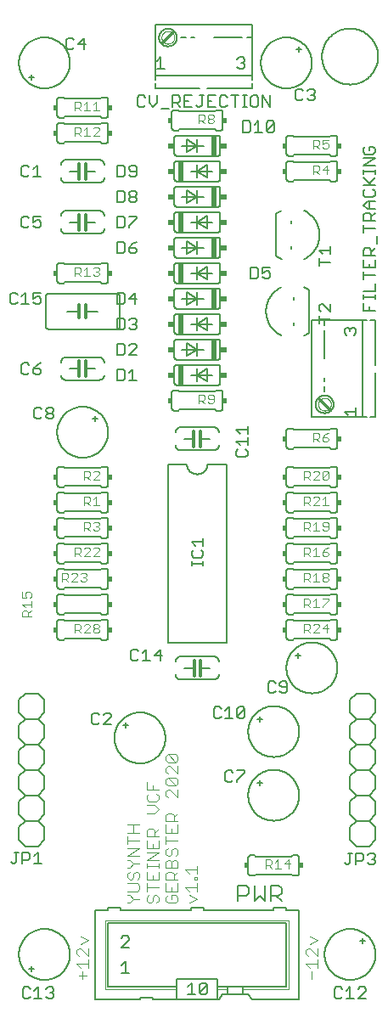
<source format=gbr>
G04 EAGLE Gerber RS-274X export*
G75*
%MOMM*%
%FSLAX34Y34*%
%LPD*%
%INSilkscreen Top*%
%IPPOS*%
%AMOC8*
5,1,8,0,0,1.08239X$1,22.5*%
G01*
%ADD10C,0.101600*%
%ADD11C,0.127000*%
%ADD12C,0.152400*%
%ADD13C,0.050800*%
%ADD14C,0.177800*%
%ADD15R,0.381000X0.508000*%
%ADD16C,0.304800*%
%ADD17R,0.508000X2.032000*%
%ADD18R,0.635000X0.508000*%


D10*
X121148Y108458D02*
X123097Y108458D01*
X126995Y112356D01*
X123097Y116254D01*
X121148Y116254D01*
X126995Y112356D02*
X132842Y112356D01*
X130893Y120152D02*
X121148Y120152D01*
X130893Y120152D02*
X132842Y122101D01*
X132842Y125999D01*
X130893Y127948D01*
X121148Y127948D01*
X121148Y137693D02*
X123097Y139642D01*
X121148Y137693D02*
X121148Y133795D01*
X123097Y131846D01*
X125046Y131846D01*
X126995Y133795D01*
X126995Y137693D01*
X128944Y139642D01*
X130893Y139642D01*
X132842Y137693D01*
X132842Y133795D01*
X130893Y131846D01*
X123097Y143540D02*
X121148Y143540D01*
X123097Y143540D02*
X126995Y147438D01*
X123097Y151336D01*
X121148Y151336D01*
X126995Y147438D02*
X132842Y147438D01*
X132842Y155234D02*
X121148Y155234D01*
X132842Y163030D01*
X121148Y163030D01*
X121148Y170826D02*
X132842Y170826D01*
X121148Y166928D02*
X121148Y174724D01*
X121148Y178622D02*
X132842Y178622D01*
X126995Y178622D02*
X126995Y186418D01*
X121148Y186418D02*
X132842Y186418D01*
X142147Y116254D02*
X140198Y114305D01*
X140198Y110407D01*
X142147Y108458D01*
X144096Y108458D01*
X146045Y110407D01*
X146045Y114305D01*
X147994Y116254D01*
X149943Y116254D01*
X151892Y114305D01*
X151892Y110407D01*
X149943Y108458D01*
X151892Y124050D02*
X140198Y124050D01*
X140198Y120152D02*
X140198Y127948D01*
X140198Y131846D02*
X140198Y139642D01*
X140198Y131846D02*
X151892Y131846D01*
X151892Y139642D01*
X146045Y135744D02*
X146045Y131846D01*
X151892Y143540D02*
X151892Y147438D01*
X151892Y145489D02*
X140198Y145489D01*
X140198Y143540D02*
X140198Y147438D01*
X140198Y151336D02*
X151892Y151336D01*
X151892Y159132D02*
X140198Y151336D01*
X140198Y159132D02*
X151892Y159132D01*
X140198Y163030D02*
X140198Y170826D01*
X140198Y163030D02*
X151892Y163030D01*
X151892Y170826D01*
X146045Y166928D02*
X146045Y163030D01*
X151892Y174724D02*
X140198Y174724D01*
X140198Y180571D01*
X142147Y182520D01*
X146045Y182520D01*
X147994Y180571D01*
X147994Y174724D01*
X147994Y178622D02*
X151892Y182520D01*
X147994Y198112D02*
X140198Y198112D01*
X147994Y198112D02*
X151892Y202010D01*
X147994Y205908D01*
X140198Y205908D01*
X140198Y215653D02*
X142147Y217602D01*
X140198Y215653D02*
X140198Y211755D01*
X142147Y209806D01*
X149943Y209806D01*
X151892Y211755D01*
X151892Y215653D01*
X149943Y217602D01*
X151892Y221500D02*
X140198Y221500D01*
X140198Y229296D01*
X146045Y225398D02*
X146045Y221500D01*
X161197Y116254D02*
X159248Y114305D01*
X159248Y110407D01*
X161197Y108458D01*
X168993Y108458D01*
X170942Y110407D01*
X170942Y114305D01*
X168993Y116254D01*
X165095Y116254D01*
X165095Y112356D01*
X159248Y120152D02*
X159248Y127948D01*
X159248Y120152D02*
X170942Y120152D01*
X170942Y127948D01*
X165095Y124050D02*
X165095Y120152D01*
X170942Y131846D02*
X159248Y131846D01*
X159248Y137693D01*
X161197Y139642D01*
X165095Y139642D01*
X167044Y137693D01*
X167044Y131846D01*
X167044Y135744D02*
X170942Y139642D01*
X170942Y143540D02*
X159248Y143540D01*
X159248Y149387D01*
X161197Y151336D01*
X163146Y151336D01*
X165095Y149387D01*
X167044Y151336D01*
X168993Y151336D01*
X170942Y149387D01*
X170942Y143540D01*
X165095Y143540D02*
X165095Y149387D01*
X159248Y161081D02*
X161197Y163030D01*
X159248Y161081D02*
X159248Y157183D01*
X161197Y155234D01*
X163146Y155234D01*
X165095Y157183D01*
X165095Y161081D01*
X167044Y163030D01*
X168993Y163030D01*
X170942Y161081D01*
X170942Y157183D01*
X168993Y155234D01*
X170942Y170826D02*
X159248Y170826D01*
X159248Y166928D02*
X159248Y174724D01*
X159248Y178622D02*
X159248Y186418D01*
X159248Y178622D02*
X170942Y178622D01*
X170942Y186418D01*
X165095Y182520D02*
X165095Y178622D01*
X170942Y190316D02*
X159248Y190316D01*
X159248Y196163D01*
X161197Y198112D01*
X165095Y198112D01*
X167044Y196163D01*
X167044Y190316D01*
X167044Y194214D02*
X170942Y198112D01*
X170942Y213704D02*
X170942Y221500D01*
X170942Y213704D02*
X163146Y221500D01*
X161197Y221500D01*
X159248Y219551D01*
X159248Y215653D01*
X161197Y213704D01*
X161197Y225398D02*
X168993Y225398D01*
X161197Y225398D02*
X159248Y227347D01*
X159248Y231245D01*
X161197Y233194D01*
X168993Y233194D01*
X170942Y231245D01*
X170942Y227347D01*
X168993Y225398D01*
X161197Y233194D01*
X170942Y237092D02*
X170942Y244888D01*
X170942Y237092D02*
X163146Y244888D01*
X161197Y244888D01*
X159248Y242939D01*
X159248Y239041D01*
X161197Y237092D01*
X161197Y248786D02*
X168993Y248786D01*
X161197Y248786D02*
X159248Y250735D01*
X159248Y254633D01*
X161197Y256582D01*
X168993Y256582D01*
X170942Y254633D01*
X170942Y250735D01*
X168993Y248786D01*
X161197Y256582D01*
X189992Y112356D02*
X182196Y108458D01*
X182196Y116254D02*
X189992Y112356D01*
X182196Y120152D02*
X178298Y124050D01*
X189992Y124050D01*
X189992Y120152D02*
X189992Y127948D01*
X189992Y131846D02*
X188043Y131846D01*
X188043Y133795D01*
X189992Y133795D01*
X189992Y131846D01*
X182196Y137693D02*
X178298Y141591D01*
X189992Y141591D01*
X189992Y137693D02*
X189992Y145489D01*
D11*
X314960Y952500D02*
X314968Y953186D01*
X314994Y953871D01*
X315036Y954555D01*
X315095Y955239D01*
X315170Y955920D01*
X315262Y956600D01*
X315371Y957277D01*
X315497Y957951D01*
X315639Y958622D01*
X315797Y959289D01*
X315972Y959952D01*
X316163Y960611D01*
X316370Y961264D01*
X316593Y961913D01*
X316832Y962555D01*
X317087Y963192D01*
X317357Y963822D01*
X317643Y964446D01*
X317943Y965062D01*
X318259Y965671D01*
X318590Y966272D01*
X318935Y966864D01*
X319295Y967448D01*
X319669Y968023D01*
X320057Y968588D01*
X320458Y969144D01*
X320874Y969690D01*
X321302Y970225D01*
X321744Y970750D01*
X322198Y971263D01*
X322665Y971766D01*
X323143Y972257D01*
X323634Y972735D01*
X324137Y973202D01*
X324650Y973656D01*
X325175Y974098D01*
X325710Y974526D01*
X326256Y974942D01*
X326812Y975343D01*
X327377Y975731D01*
X327952Y976105D01*
X328536Y976465D01*
X329128Y976810D01*
X329729Y977141D01*
X330338Y977457D01*
X330954Y977757D01*
X331578Y978043D01*
X332208Y978313D01*
X332845Y978568D01*
X333487Y978807D01*
X334136Y979030D01*
X334789Y979237D01*
X335448Y979428D01*
X336111Y979603D01*
X336778Y979761D01*
X337449Y979903D01*
X338123Y980029D01*
X338800Y980138D01*
X339480Y980230D01*
X340161Y980305D01*
X340845Y980364D01*
X341529Y980406D01*
X342214Y980432D01*
X342900Y980440D01*
X343586Y980432D01*
X344271Y980406D01*
X344955Y980364D01*
X345639Y980305D01*
X346320Y980230D01*
X347000Y980138D01*
X347677Y980029D01*
X348351Y979903D01*
X349022Y979761D01*
X349689Y979603D01*
X350352Y979428D01*
X351011Y979237D01*
X351664Y979030D01*
X352313Y978807D01*
X352955Y978568D01*
X353592Y978313D01*
X354222Y978043D01*
X354846Y977757D01*
X355462Y977457D01*
X356071Y977141D01*
X356672Y976810D01*
X357264Y976465D01*
X357848Y976105D01*
X358423Y975731D01*
X358988Y975343D01*
X359544Y974942D01*
X360090Y974526D01*
X360625Y974098D01*
X361150Y973656D01*
X361663Y973202D01*
X362166Y972735D01*
X362657Y972257D01*
X363135Y971766D01*
X363602Y971263D01*
X364056Y970750D01*
X364498Y970225D01*
X364926Y969690D01*
X365342Y969144D01*
X365743Y968588D01*
X366131Y968023D01*
X366505Y967448D01*
X366865Y966864D01*
X367210Y966272D01*
X367541Y965671D01*
X367857Y965062D01*
X368157Y964446D01*
X368443Y963822D01*
X368713Y963192D01*
X368968Y962555D01*
X369207Y961913D01*
X369430Y961264D01*
X369637Y960611D01*
X369828Y959952D01*
X370003Y959289D01*
X370161Y958622D01*
X370303Y957951D01*
X370429Y957277D01*
X370538Y956600D01*
X370630Y955920D01*
X370705Y955239D01*
X370764Y954555D01*
X370806Y953871D01*
X370832Y953186D01*
X370840Y952500D01*
X370832Y951814D01*
X370806Y951129D01*
X370764Y950445D01*
X370705Y949761D01*
X370630Y949080D01*
X370538Y948400D01*
X370429Y947723D01*
X370303Y947049D01*
X370161Y946378D01*
X370003Y945711D01*
X369828Y945048D01*
X369637Y944389D01*
X369430Y943736D01*
X369207Y943087D01*
X368968Y942445D01*
X368713Y941808D01*
X368443Y941178D01*
X368157Y940554D01*
X367857Y939938D01*
X367541Y939329D01*
X367210Y938728D01*
X366865Y938136D01*
X366505Y937552D01*
X366131Y936977D01*
X365743Y936412D01*
X365342Y935856D01*
X364926Y935310D01*
X364498Y934775D01*
X364056Y934250D01*
X363602Y933737D01*
X363135Y933234D01*
X362657Y932743D01*
X362166Y932265D01*
X361663Y931798D01*
X361150Y931344D01*
X360625Y930902D01*
X360090Y930474D01*
X359544Y930058D01*
X358988Y929657D01*
X358423Y929269D01*
X357848Y928895D01*
X357264Y928535D01*
X356672Y928190D01*
X356071Y927859D01*
X355462Y927543D01*
X354846Y927243D01*
X354222Y926957D01*
X353592Y926687D01*
X352955Y926432D01*
X352313Y926193D01*
X351664Y925970D01*
X351011Y925763D01*
X350352Y925572D01*
X349689Y925397D01*
X349022Y925239D01*
X348351Y925097D01*
X347677Y924971D01*
X347000Y924862D01*
X346320Y924770D01*
X345639Y924695D01*
X344955Y924636D01*
X344271Y924594D01*
X343586Y924568D01*
X342900Y924560D01*
X342214Y924568D01*
X341529Y924594D01*
X340845Y924636D01*
X340161Y924695D01*
X339480Y924770D01*
X338800Y924862D01*
X338123Y924971D01*
X337449Y925097D01*
X336778Y925239D01*
X336111Y925397D01*
X335448Y925572D01*
X334789Y925763D01*
X334136Y925970D01*
X333487Y926193D01*
X332845Y926432D01*
X332208Y926687D01*
X331578Y926957D01*
X330954Y927243D01*
X330338Y927543D01*
X329729Y927859D01*
X329128Y928190D01*
X328536Y928535D01*
X327952Y928895D01*
X327377Y929269D01*
X326812Y929657D01*
X326256Y930058D01*
X325710Y930474D01*
X325175Y930902D01*
X324650Y931344D01*
X324137Y931798D01*
X323634Y932265D01*
X323143Y932743D01*
X322665Y933234D01*
X322198Y933737D01*
X321744Y934250D01*
X321302Y934775D01*
X320874Y935310D01*
X320458Y935856D01*
X320057Y936412D01*
X319669Y936977D01*
X319295Y937552D01*
X318935Y938136D01*
X318590Y938728D01*
X318259Y939329D01*
X317943Y939938D01*
X317643Y940554D01*
X317357Y941178D01*
X317087Y941808D01*
X316832Y942445D01*
X316593Y943087D01*
X316370Y943736D01*
X316163Y944389D01*
X315972Y945048D01*
X315797Y945711D01*
X315639Y946378D01*
X315497Y947049D01*
X315371Y947723D01*
X315262Y948400D01*
X315170Y949080D01*
X315095Y949761D01*
X315036Y950445D01*
X314994Y951129D01*
X314968Y951814D01*
X314960Y952500D01*
D10*
X76195Y40054D02*
X76195Y32258D01*
X72297Y36156D02*
X80093Y36156D01*
X74246Y43952D02*
X70348Y47850D01*
X82042Y47850D01*
X82042Y43952D02*
X82042Y51748D01*
X82042Y55646D02*
X82042Y63442D01*
X82042Y55646D02*
X74246Y63442D01*
X72297Y63442D01*
X70348Y61493D01*
X70348Y57595D01*
X72297Y55646D01*
X74246Y67340D02*
X82042Y71238D01*
X74246Y75136D01*
X304795Y40054D02*
X304795Y32258D01*
X302846Y43952D02*
X298948Y47850D01*
X310642Y47850D01*
X310642Y43952D02*
X310642Y51748D01*
X310642Y55646D02*
X310642Y63442D01*
X310642Y55646D02*
X302846Y63442D01*
X300897Y63442D01*
X298948Y61493D01*
X298948Y57595D01*
X300897Y55646D01*
X302846Y67340D02*
X310642Y71238D01*
X302846Y75136D01*
D12*
X219710Y368300D02*
X219710Y546100D01*
X161290Y546100D02*
X161290Y368300D01*
X219710Y368300D01*
X219710Y546100D02*
X200660Y546100D01*
X180340Y546100D02*
X161290Y546100D01*
X180340Y546100D02*
X180343Y545853D01*
X180352Y545605D01*
X180367Y545358D01*
X180388Y545112D01*
X180415Y544866D01*
X180448Y544621D01*
X180487Y544376D01*
X180532Y544133D01*
X180583Y543891D01*
X180640Y543650D01*
X180702Y543411D01*
X180771Y543173D01*
X180845Y542937D01*
X180925Y542703D01*
X181010Y542471D01*
X181102Y542241D01*
X181198Y542013D01*
X181301Y541788D01*
X181408Y541565D01*
X181522Y541345D01*
X181640Y541128D01*
X181764Y540913D01*
X181893Y540702D01*
X182027Y540494D01*
X182166Y540289D01*
X182310Y540088D01*
X182458Y539890D01*
X182612Y539696D01*
X182770Y539506D01*
X182933Y539320D01*
X183100Y539138D01*
X183272Y538960D01*
X183448Y538786D01*
X183628Y538616D01*
X183813Y538451D01*
X184001Y538291D01*
X184193Y538135D01*
X184389Y537983D01*
X184588Y537837D01*
X184791Y537695D01*
X184998Y537559D01*
X185207Y537427D01*
X185420Y537301D01*
X185636Y537180D01*
X185854Y537064D01*
X186076Y536954D01*
X186300Y536849D01*
X186526Y536749D01*
X186755Y536655D01*
X186986Y536567D01*
X187220Y536484D01*
X187455Y536407D01*
X187692Y536336D01*
X187930Y536270D01*
X188170Y536211D01*
X188412Y536157D01*
X188655Y536109D01*
X188898Y536067D01*
X189143Y536031D01*
X189389Y536001D01*
X189635Y535977D01*
X189882Y535959D01*
X190129Y535947D01*
X190376Y535941D01*
X190624Y535941D01*
X190871Y535947D01*
X191118Y535959D01*
X191365Y535977D01*
X191611Y536001D01*
X191857Y536031D01*
X192102Y536067D01*
X192345Y536109D01*
X192588Y536157D01*
X192830Y536211D01*
X193070Y536270D01*
X193308Y536336D01*
X193545Y536407D01*
X193780Y536484D01*
X194014Y536567D01*
X194245Y536655D01*
X194474Y536749D01*
X194700Y536849D01*
X194924Y536954D01*
X195146Y537064D01*
X195364Y537180D01*
X195580Y537301D01*
X195793Y537427D01*
X196002Y537559D01*
X196209Y537695D01*
X196412Y537837D01*
X196611Y537983D01*
X196807Y538135D01*
X196999Y538291D01*
X197187Y538451D01*
X197372Y538616D01*
X197552Y538786D01*
X197728Y538960D01*
X197900Y539138D01*
X198067Y539320D01*
X198230Y539506D01*
X198388Y539696D01*
X198542Y539890D01*
X198690Y540088D01*
X198834Y540289D01*
X198973Y540494D01*
X199107Y540702D01*
X199236Y540913D01*
X199360Y541128D01*
X199478Y541345D01*
X199592Y541565D01*
X199699Y541788D01*
X199802Y542013D01*
X199898Y542241D01*
X199990Y542471D01*
X200075Y542703D01*
X200155Y542937D01*
X200229Y543173D01*
X200298Y543411D01*
X200360Y543650D01*
X200417Y543891D01*
X200468Y544133D01*
X200513Y544376D01*
X200552Y544621D01*
X200585Y544866D01*
X200612Y545112D01*
X200633Y545358D01*
X200648Y545605D01*
X200657Y545853D01*
X200660Y546100D01*
D11*
X196215Y448948D02*
X196215Y445135D01*
X196215Y447042D02*
X184775Y447042D01*
X184775Y448948D02*
X184775Y445135D01*
X184775Y458651D02*
X186682Y460557D01*
X184775Y458651D02*
X184775Y454838D01*
X186682Y452931D01*
X194308Y452931D01*
X196215Y454838D01*
X196215Y458651D01*
X194308Y460557D01*
X188589Y464625D02*
X184775Y468438D01*
X196215Y468438D01*
X196215Y464625D02*
X196215Y472251D01*
D12*
X355600Y73660D02*
X355600Y71120D01*
X353060Y71120D01*
X355600Y71120D02*
X355600Y68580D01*
X355600Y71120D02*
X358140Y71120D01*
X317500Y57150D02*
X317508Y57773D01*
X317531Y58396D01*
X317569Y59019D01*
X317622Y59640D01*
X317691Y60259D01*
X317775Y60877D01*
X317874Y61492D01*
X317988Y62105D01*
X318117Y62715D01*
X318261Y63322D01*
X318420Y63925D01*
X318594Y64523D01*
X318782Y65118D01*
X318985Y65707D01*
X319202Y66291D01*
X319433Y66870D01*
X319679Y67443D01*
X319939Y68010D01*
X320212Y68570D01*
X320499Y69123D01*
X320800Y69670D01*
X321114Y70208D01*
X321441Y70739D01*
X321781Y71261D01*
X322133Y71776D01*
X322499Y72281D01*
X322876Y72777D01*
X323266Y73264D01*
X323667Y73741D01*
X324080Y74208D01*
X324504Y74664D01*
X324939Y75111D01*
X325386Y75546D01*
X325842Y75970D01*
X326309Y76383D01*
X326786Y76784D01*
X327273Y77174D01*
X327769Y77551D01*
X328274Y77917D01*
X328789Y78269D01*
X329311Y78609D01*
X329842Y78936D01*
X330380Y79250D01*
X330927Y79551D01*
X331480Y79838D01*
X332040Y80111D01*
X332607Y80371D01*
X333180Y80617D01*
X333759Y80848D01*
X334343Y81065D01*
X334932Y81268D01*
X335527Y81456D01*
X336125Y81630D01*
X336728Y81789D01*
X337335Y81933D01*
X337945Y82062D01*
X338558Y82176D01*
X339173Y82275D01*
X339791Y82359D01*
X340410Y82428D01*
X341031Y82481D01*
X341654Y82519D01*
X342277Y82542D01*
X342900Y82550D01*
X343523Y82542D01*
X344146Y82519D01*
X344769Y82481D01*
X345390Y82428D01*
X346009Y82359D01*
X346627Y82275D01*
X347242Y82176D01*
X347855Y82062D01*
X348465Y81933D01*
X349072Y81789D01*
X349675Y81630D01*
X350273Y81456D01*
X350868Y81268D01*
X351457Y81065D01*
X352041Y80848D01*
X352620Y80617D01*
X353193Y80371D01*
X353760Y80111D01*
X354320Y79838D01*
X354873Y79551D01*
X355420Y79250D01*
X355958Y78936D01*
X356489Y78609D01*
X357011Y78269D01*
X357526Y77917D01*
X358031Y77551D01*
X358527Y77174D01*
X359014Y76784D01*
X359491Y76383D01*
X359958Y75970D01*
X360414Y75546D01*
X360861Y75111D01*
X361296Y74664D01*
X361720Y74208D01*
X362133Y73741D01*
X362534Y73264D01*
X362924Y72777D01*
X363301Y72281D01*
X363667Y71776D01*
X364019Y71261D01*
X364359Y70739D01*
X364686Y70208D01*
X365000Y69670D01*
X365301Y69123D01*
X365588Y68570D01*
X365861Y68010D01*
X366121Y67443D01*
X366367Y66870D01*
X366598Y66291D01*
X366815Y65707D01*
X367018Y65118D01*
X367206Y64523D01*
X367380Y63925D01*
X367539Y63322D01*
X367683Y62715D01*
X367812Y62105D01*
X367926Y61492D01*
X368025Y60877D01*
X368109Y60259D01*
X368178Y59640D01*
X368231Y59019D01*
X368269Y58396D01*
X368292Y57773D01*
X368300Y57150D01*
X368292Y56527D01*
X368269Y55904D01*
X368231Y55281D01*
X368178Y54660D01*
X368109Y54041D01*
X368025Y53423D01*
X367926Y52808D01*
X367812Y52195D01*
X367683Y51585D01*
X367539Y50978D01*
X367380Y50375D01*
X367206Y49777D01*
X367018Y49182D01*
X366815Y48593D01*
X366598Y48009D01*
X366367Y47430D01*
X366121Y46857D01*
X365861Y46290D01*
X365588Y45730D01*
X365301Y45177D01*
X365000Y44630D01*
X364686Y44092D01*
X364359Y43561D01*
X364019Y43039D01*
X363667Y42524D01*
X363301Y42019D01*
X362924Y41523D01*
X362534Y41036D01*
X362133Y40559D01*
X361720Y40092D01*
X361296Y39636D01*
X360861Y39189D01*
X360414Y38754D01*
X359958Y38330D01*
X359491Y37917D01*
X359014Y37516D01*
X358527Y37126D01*
X358031Y36749D01*
X357526Y36383D01*
X357011Y36031D01*
X356489Y35691D01*
X355958Y35364D01*
X355420Y35050D01*
X354873Y34749D01*
X354320Y34462D01*
X353760Y34189D01*
X353193Y33929D01*
X352620Y33683D01*
X352041Y33452D01*
X351457Y33235D01*
X350868Y33032D01*
X350273Y32844D01*
X349675Y32670D01*
X349072Y32511D01*
X348465Y32367D01*
X347855Y32238D01*
X347242Y32124D01*
X346627Y32025D01*
X346009Y31941D01*
X345390Y31872D01*
X344769Y31819D01*
X344146Y31781D01*
X343523Y31758D01*
X342900Y31750D01*
X342277Y31758D01*
X341654Y31781D01*
X341031Y31819D01*
X340410Y31872D01*
X339791Y31941D01*
X339173Y32025D01*
X338558Y32124D01*
X337945Y32238D01*
X337335Y32367D01*
X336728Y32511D01*
X336125Y32670D01*
X335527Y32844D01*
X334932Y33032D01*
X334343Y33235D01*
X333759Y33452D01*
X333180Y33683D01*
X332607Y33929D01*
X332040Y34189D01*
X331480Y34462D01*
X330927Y34749D01*
X330380Y35050D01*
X329842Y35364D01*
X329311Y35691D01*
X328789Y36031D01*
X328274Y36383D01*
X327769Y36749D01*
X327273Y37126D01*
X326786Y37516D01*
X326309Y37917D01*
X325842Y38330D01*
X325386Y38754D01*
X324939Y39189D01*
X324504Y39636D01*
X324080Y40092D01*
X323667Y40559D01*
X323266Y41036D01*
X322876Y41523D01*
X322499Y42019D01*
X322133Y42524D01*
X321781Y43039D01*
X321441Y43561D01*
X321114Y44092D01*
X320800Y44630D01*
X320499Y45177D01*
X320212Y45730D01*
X319939Y46290D01*
X319679Y46857D01*
X319433Y47430D01*
X319202Y48009D01*
X318985Y48593D01*
X318782Y49182D01*
X318594Y49777D01*
X318420Y50375D01*
X318261Y50978D01*
X318117Y51585D01*
X317988Y52195D01*
X317874Y52808D01*
X317775Y53423D01*
X317691Y54041D01*
X317622Y54660D01*
X317569Y55281D01*
X317531Y55904D01*
X317508Y56527D01*
X317500Y57150D01*
D11*
X333223Y24775D02*
X335130Y22868D01*
X333223Y24775D02*
X329410Y24775D01*
X327503Y22868D01*
X327503Y15242D01*
X329410Y13335D01*
X333223Y13335D01*
X335130Y15242D01*
X339197Y20962D02*
X343010Y24775D01*
X343010Y13335D01*
X339197Y13335D02*
X346824Y13335D01*
X350891Y13335D02*
X358517Y13335D01*
X350891Y13335D02*
X358517Y20962D01*
X358517Y22868D01*
X356611Y24775D01*
X352798Y24775D01*
X350891Y22868D01*
D12*
X25400Y40640D02*
X25400Y43180D01*
X27940Y43180D01*
X25400Y43180D02*
X25400Y45720D01*
X25400Y43180D02*
X22860Y43180D01*
X12700Y57150D02*
X12708Y57773D01*
X12731Y58396D01*
X12769Y59019D01*
X12822Y59640D01*
X12891Y60259D01*
X12975Y60877D01*
X13074Y61492D01*
X13188Y62105D01*
X13317Y62715D01*
X13461Y63322D01*
X13620Y63925D01*
X13794Y64523D01*
X13982Y65118D01*
X14185Y65707D01*
X14402Y66291D01*
X14633Y66870D01*
X14879Y67443D01*
X15139Y68010D01*
X15412Y68570D01*
X15699Y69123D01*
X16000Y69670D01*
X16314Y70208D01*
X16641Y70739D01*
X16981Y71261D01*
X17333Y71776D01*
X17699Y72281D01*
X18076Y72777D01*
X18466Y73264D01*
X18867Y73741D01*
X19280Y74208D01*
X19704Y74664D01*
X20139Y75111D01*
X20586Y75546D01*
X21042Y75970D01*
X21509Y76383D01*
X21986Y76784D01*
X22473Y77174D01*
X22969Y77551D01*
X23474Y77917D01*
X23989Y78269D01*
X24511Y78609D01*
X25042Y78936D01*
X25580Y79250D01*
X26127Y79551D01*
X26680Y79838D01*
X27240Y80111D01*
X27807Y80371D01*
X28380Y80617D01*
X28959Y80848D01*
X29543Y81065D01*
X30132Y81268D01*
X30727Y81456D01*
X31325Y81630D01*
X31928Y81789D01*
X32535Y81933D01*
X33145Y82062D01*
X33758Y82176D01*
X34373Y82275D01*
X34991Y82359D01*
X35610Y82428D01*
X36231Y82481D01*
X36854Y82519D01*
X37477Y82542D01*
X38100Y82550D01*
X38723Y82542D01*
X39346Y82519D01*
X39969Y82481D01*
X40590Y82428D01*
X41209Y82359D01*
X41827Y82275D01*
X42442Y82176D01*
X43055Y82062D01*
X43665Y81933D01*
X44272Y81789D01*
X44875Y81630D01*
X45473Y81456D01*
X46068Y81268D01*
X46657Y81065D01*
X47241Y80848D01*
X47820Y80617D01*
X48393Y80371D01*
X48960Y80111D01*
X49520Y79838D01*
X50073Y79551D01*
X50620Y79250D01*
X51158Y78936D01*
X51689Y78609D01*
X52211Y78269D01*
X52726Y77917D01*
X53231Y77551D01*
X53727Y77174D01*
X54214Y76784D01*
X54691Y76383D01*
X55158Y75970D01*
X55614Y75546D01*
X56061Y75111D01*
X56496Y74664D01*
X56920Y74208D01*
X57333Y73741D01*
X57734Y73264D01*
X58124Y72777D01*
X58501Y72281D01*
X58867Y71776D01*
X59219Y71261D01*
X59559Y70739D01*
X59886Y70208D01*
X60200Y69670D01*
X60501Y69123D01*
X60788Y68570D01*
X61061Y68010D01*
X61321Y67443D01*
X61567Y66870D01*
X61798Y66291D01*
X62015Y65707D01*
X62218Y65118D01*
X62406Y64523D01*
X62580Y63925D01*
X62739Y63322D01*
X62883Y62715D01*
X63012Y62105D01*
X63126Y61492D01*
X63225Y60877D01*
X63309Y60259D01*
X63378Y59640D01*
X63431Y59019D01*
X63469Y58396D01*
X63492Y57773D01*
X63500Y57150D01*
X63492Y56527D01*
X63469Y55904D01*
X63431Y55281D01*
X63378Y54660D01*
X63309Y54041D01*
X63225Y53423D01*
X63126Y52808D01*
X63012Y52195D01*
X62883Y51585D01*
X62739Y50978D01*
X62580Y50375D01*
X62406Y49777D01*
X62218Y49182D01*
X62015Y48593D01*
X61798Y48009D01*
X61567Y47430D01*
X61321Y46857D01*
X61061Y46290D01*
X60788Y45730D01*
X60501Y45177D01*
X60200Y44630D01*
X59886Y44092D01*
X59559Y43561D01*
X59219Y43039D01*
X58867Y42524D01*
X58501Y42019D01*
X58124Y41523D01*
X57734Y41036D01*
X57333Y40559D01*
X56920Y40092D01*
X56496Y39636D01*
X56061Y39189D01*
X55614Y38754D01*
X55158Y38330D01*
X54691Y37917D01*
X54214Y37516D01*
X53727Y37126D01*
X53231Y36749D01*
X52726Y36383D01*
X52211Y36031D01*
X51689Y35691D01*
X51158Y35364D01*
X50620Y35050D01*
X50073Y34749D01*
X49520Y34462D01*
X48960Y34189D01*
X48393Y33929D01*
X47820Y33683D01*
X47241Y33452D01*
X46657Y33235D01*
X46068Y33032D01*
X45473Y32844D01*
X44875Y32670D01*
X44272Y32511D01*
X43665Y32367D01*
X43055Y32238D01*
X42442Y32124D01*
X41827Y32025D01*
X41209Y31941D01*
X40590Y31872D01*
X39969Y31819D01*
X39346Y31781D01*
X38723Y31758D01*
X38100Y31750D01*
X37477Y31758D01*
X36854Y31781D01*
X36231Y31819D01*
X35610Y31872D01*
X34991Y31941D01*
X34373Y32025D01*
X33758Y32124D01*
X33145Y32238D01*
X32535Y32367D01*
X31928Y32511D01*
X31325Y32670D01*
X30727Y32844D01*
X30132Y33032D01*
X29543Y33235D01*
X28959Y33452D01*
X28380Y33683D01*
X27807Y33929D01*
X27240Y34189D01*
X26680Y34462D01*
X26127Y34749D01*
X25580Y35050D01*
X25042Y35364D01*
X24511Y35691D01*
X23989Y36031D01*
X23474Y36383D01*
X22969Y36749D01*
X22473Y37126D01*
X21986Y37516D01*
X21509Y37917D01*
X21042Y38330D01*
X20586Y38754D01*
X20139Y39189D01*
X19704Y39636D01*
X19280Y40092D01*
X18867Y40559D01*
X18466Y41036D01*
X18076Y41523D01*
X17699Y42019D01*
X17333Y42524D01*
X16981Y43039D01*
X16641Y43561D01*
X16314Y44092D01*
X16000Y44630D01*
X15699Y45177D01*
X15412Y45730D01*
X15139Y46290D01*
X14879Y46857D01*
X14633Y47430D01*
X14402Y48009D01*
X14185Y48593D01*
X13982Y49182D01*
X13794Y49777D01*
X13620Y50375D01*
X13461Y50978D01*
X13317Y51585D01*
X13188Y52195D01*
X13074Y52808D01*
X12975Y53423D01*
X12891Y54041D01*
X12822Y54660D01*
X12769Y55281D01*
X12731Y55904D01*
X12708Y56527D01*
X12700Y57150D01*
D11*
X22073Y24775D02*
X23980Y22868D01*
X22073Y24775D02*
X18260Y24775D01*
X16353Y22868D01*
X16353Y15242D01*
X18260Y13335D01*
X22073Y13335D01*
X23980Y15242D01*
X28047Y20962D02*
X31860Y24775D01*
X31860Y13335D01*
X28047Y13335D02*
X35674Y13335D01*
X39741Y22868D02*
X41648Y24775D01*
X45461Y24775D01*
X47367Y22868D01*
X47367Y20962D01*
X45461Y19055D01*
X43554Y19055D01*
X45461Y19055D02*
X47367Y17148D01*
X47367Y15242D01*
X45461Y13335D01*
X41648Y13335D01*
X39741Y15242D01*
X101600Y88900D02*
X279400Y88900D01*
X279400Y25400D01*
X101600Y25400D02*
X101600Y88900D01*
X101600Y101600D02*
X88900Y101600D01*
X245110Y12700D02*
X292100Y12700D01*
X292100Y101600D01*
X88900Y101600D02*
X88900Y12700D01*
X236220Y25400D02*
X279400Y25400D01*
X210820Y33020D02*
X170180Y33020D01*
X170180Y25400D01*
X101600Y25400D01*
X170180Y25400D02*
X170180Y22860D01*
X210820Y25400D02*
X210820Y33020D01*
X210820Y25400D02*
X210820Y22860D01*
X279400Y101600D02*
X279400Y104140D01*
X266700Y104140D01*
X266700Y101600D01*
X279400Y101600D02*
X292100Y101600D01*
X196850Y104140D02*
X184150Y104140D01*
X196850Y104140D02*
X196850Y101600D01*
X266700Y101600D01*
X184150Y101600D02*
X184150Y104140D01*
X114300Y104140D02*
X101600Y104140D01*
X101600Y101600D01*
X114300Y101600D02*
X114300Y104140D01*
X114300Y101600D02*
X184150Y101600D01*
X210820Y12700D02*
X212090Y12700D01*
X210820Y12700D02*
X170180Y12700D01*
X220980Y22860D02*
X220980Y25400D01*
X210820Y25400D01*
X236220Y25400D02*
X236220Y22860D01*
X236220Y25400D02*
X220980Y25400D01*
X215900Y17780D02*
X212090Y12700D01*
X241300Y17780D02*
X245110Y12700D01*
X241300Y17780D02*
X236220Y17780D01*
D13*
X220980Y22860D02*
X210820Y22860D01*
D11*
X210820Y12700D01*
D13*
X236220Y22860D02*
X281940Y22860D01*
X281940Y91440D01*
X99060Y91440D01*
X99060Y22860D01*
X170180Y22860D01*
D11*
X170180Y12700D01*
X220980Y17780D02*
X220980Y22860D01*
X220980Y17780D02*
X215900Y17780D01*
X236220Y17780D02*
X236220Y22860D01*
X236220Y17780D02*
X220980Y17780D01*
X170180Y12700D02*
X146050Y12700D01*
X146050Y13970D01*
X133350Y13970D01*
X133350Y12700D01*
X88900Y12700D01*
X180975Y24772D02*
X184788Y28585D01*
X184788Y17145D01*
X180975Y17145D02*
X188602Y17145D01*
X192669Y19052D02*
X192669Y26678D01*
X194576Y28585D01*
X198389Y28585D01*
X200295Y26678D01*
X200295Y19052D01*
X198389Y17145D01*
X194576Y17145D01*
X192669Y19052D01*
X200295Y26678D01*
X118748Y50175D02*
X114935Y46362D01*
X118748Y50175D02*
X118748Y38735D01*
X114935Y38735D02*
X122562Y38735D01*
X122562Y64135D02*
X114935Y64135D01*
X122562Y71762D01*
X122562Y73668D01*
X120655Y75575D01*
X116842Y75575D01*
X114935Y73668D01*
D14*
X231174Y110109D02*
X231174Y126125D01*
X239182Y126125D01*
X241851Y123455D01*
X241851Y118117D01*
X239182Y115448D01*
X231174Y115448D01*
X247546Y110109D02*
X247546Y126125D01*
X252884Y115448D02*
X247546Y110109D01*
X252884Y115448D02*
X258223Y110109D01*
X258223Y126125D01*
X263917Y126125D02*
X263917Y110109D01*
X263917Y126125D02*
X271925Y126125D01*
X274595Y123455D01*
X274595Y118117D01*
X271925Y115448D01*
X263917Y115448D01*
X269256Y115448D02*
X274595Y110109D01*
D12*
X99060Y497840D02*
X99160Y497842D01*
X99259Y497848D01*
X99359Y497858D01*
X99457Y497871D01*
X99556Y497889D01*
X99653Y497910D01*
X99749Y497935D01*
X99845Y497964D01*
X99939Y497997D01*
X100032Y498033D01*
X100123Y498073D01*
X100213Y498117D01*
X100301Y498164D01*
X100387Y498214D01*
X100471Y498268D01*
X100553Y498325D01*
X100632Y498385D01*
X100710Y498449D01*
X100784Y498515D01*
X100856Y498584D01*
X100925Y498656D01*
X100991Y498730D01*
X101055Y498808D01*
X101115Y498887D01*
X101172Y498969D01*
X101226Y499053D01*
X101276Y499139D01*
X101323Y499227D01*
X101367Y499317D01*
X101407Y499408D01*
X101443Y499501D01*
X101476Y499595D01*
X101505Y499691D01*
X101530Y499787D01*
X101551Y499884D01*
X101569Y499983D01*
X101582Y500081D01*
X101592Y500181D01*
X101598Y500280D01*
X101600Y500380D01*
X101600Y515620D02*
X101598Y515720D01*
X101592Y515819D01*
X101582Y515919D01*
X101569Y516017D01*
X101551Y516116D01*
X101530Y516213D01*
X101505Y516309D01*
X101476Y516405D01*
X101443Y516499D01*
X101407Y516592D01*
X101367Y516683D01*
X101323Y516773D01*
X101276Y516861D01*
X101226Y516947D01*
X101172Y517031D01*
X101115Y517113D01*
X101055Y517192D01*
X100991Y517270D01*
X100925Y517344D01*
X100856Y517416D01*
X100784Y517485D01*
X100710Y517551D01*
X100632Y517615D01*
X100553Y517675D01*
X100471Y517732D01*
X100387Y517786D01*
X100301Y517836D01*
X100213Y517883D01*
X100123Y517927D01*
X100032Y517967D01*
X99939Y518003D01*
X99845Y518036D01*
X99749Y518065D01*
X99653Y518090D01*
X99556Y518111D01*
X99457Y518129D01*
X99359Y518142D01*
X99259Y518152D01*
X99160Y518158D01*
X99060Y518160D01*
X53340Y518160D02*
X53240Y518158D01*
X53141Y518152D01*
X53041Y518142D01*
X52943Y518129D01*
X52844Y518111D01*
X52747Y518090D01*
X52651Y518065D01*
X52555Y518036D01*
X52461Y518003D01*
X52368Y517967D01*
X52277Y517927D01*
X52187Y517883D01*
X52099Y517836D01*
X52013Y517786D01*
X51929Y517732D01*
X51847Y517675D01*
X51768Y517615D01*
X51690Y517551D01*
X51616Y517485D01*
X51544Y517416D01*
X51475Y517344D01*
X51409Y517270D01*
X51345Y517192D01*
X51285Y517113D01*
X51228Y517031D01*
X51174Y516947D01*
X51124Y516861D01*
X51077Y516773D01*
X51033Y516683D01*
X50993Y516592D01*
X50957Y516499D01*
X50924Y516405D01*
X50895Y516309D01*
X50870Y516213D01*
X50849Y516116D01*
X50831Y516017D01*
X50818Y515919D01*
X50808Y515819D01*
X50802Y515720D01*
X50800Y515620D01*
X50800Y500380D02*
X50802Y500280D01*
X50808Y500181D01*
X50818Y500081D01*
X50831Y499983D01*
X50849Y499884D01*
X50870Y499787D01*
X50895Y499691D01*
X50924Y499595D01*
X50957Y499501D01*
X50993Y499408D01*
X51033Y499317D01*
X51077Y499227D01*
X51124Y499139D01*
X51174Y499053D01*
X51228Y498969D01*
X51285Y498887D01*
X51345Y498808D01*
X51409Y498730D01*
X51475Y498656D01*
X51544Y498584D01*
X51616Y498515D01*
X51690Y498449D01*
X51768Y498385D01*
X51847Y498325D01*
X51929Y498268D01*
X52013Y498214D01*
X52099Y498164D01*
X52187Y498117D01*
X52277Y498073D01*
X52368Y498033D01*
X52461Y497997D01*
X52555Y497964D01*
X52651Y497935D01*
X52747Y497910D01*
X52844Y497889D01*
X52943Y497871D01*
X53041Y497858D01*
X53141Y497848D01*
X53240Y497842D01*
X53340Y497840D01*
X101600Y500380D02*
X101600Y515620D01*
X99060Y497840D02*
X95250Y497840D01*
X93980Y499110D01*
X95250Y518160D02*
X99060Y518160D01*
X95250Y518160D02*
X93980Y516890D01*
X58420Y499110D02*
X57150Y497840D01*
X58420Y499110D02*
X93980Y499110D01*
X58420Y516890D02*
X57150Y518160D01*
X58420Y516890D02*
X93980Y516890D01*
X57150Y497840D02*
X53340Y497840D01*
X53340Y518160D02*
X57150Y518160D01*
X50800Y515620D02*
X50800Y500380D01*
D15*
X48895Y508000D03*
X103505Y508000D03*
D10*
X77515Y504952D02*
X77515Y513850D01*
X81964Y513850D01*
X83447Y512367D01*
X83447Y509401D01*
X81964Y507918D01*
X77515Y507918D01*
X80481Y507918D02*
X83447Y504952D01*
X86637Y510884D02*
X89603Y513850D01*
X89603Y504952D01*
X92568Y504952D02*
X86637Y504952D01*
D12*
X92710Y826770D02*
X92850Y826772D01*
X92990Y826778D01*
X93130Y826787D01*
X93269Y826801D01*
X93408Y826818D01*
X93546Y826839D01*
X93684Y826864D01*
X93821Y826893D01*
X93957Y826925D01*
X94092Y826962D01*
X94226Y827002D01*
X94359Y827045D01*
X94491Y827093D01*
X94622Y827143D01*
X94751Y827198D01*
X94878Y827256D01*
X95004Y827317D01*
X95128Y827382D01*
X95250Y827451D01*
X95370Y827522D01*
X95488Y827597D01*
X95605Y827675D01*
X95719Y827757D01*
X95830Y827841D01*
X95939Y827929D01*
X96046Y828019D01*
X96151Y828113D01*
X96252Y828209D01*
X96351Y828308D01*
X96447Y828409D01*
X96541Y828514D01*
X96631Y828621D01*
X96719Y828730D01*
X96803Y828841D01*
X96885Y828955D01*
X96963Y829072D01*
X97038Y829190D01*
X97109Y829310D01*
X97178Y829432D01*
X97243Y829556D01*
X97304Y829682D01*
X97362Y829809D01*
X97417Y829938D01*
X97467Y830069D01*
X97515Y830201D01*
X97558Y830334D01*
X97598Y830468D01*
X97635Y830603D01*
X97667Y830739D01*
X97696Y830876D01*
X97721Y831014D01*
X97742Y831152D01*
X97759Y831291D01*
X97773Y831430D01*
X97782Y831570D01*
X97788Y831710D01*
X97790Y831850D01*
X97790Y844550D02*
X97788Y844690D01*
X97782Y844830D01*
X97773Y844970D01*
X97759Y845109D01*
X97742Y845248D01*
X97721Y845386D01*
X97696Y845524D01*
X97667Y845661D01*
X97635Y845797D01*
X97598Y845932D01*
X97558Y846066D01*
X97515Y846199D01*
X97467Y846331D01*
X97417Y846462D01*
X97362Y846591D01*
X97304Y846718D01*
X97243Y846844D01*
X97178Y846968D01*
X97109Y847090D01*
X97038Y847210D01*
X96963Y847328D01*
X96885Y847445D01*
X96803Y847559D01*
X96719Y847670D01*
X96631Y847779D01*
X96541Y847886D01*
X96447Y847991D01*
X96351Y848092D01*
X96252Y848191D01*
X96151Y848287D01*
X96046Y848381D01*
X95939Y848471D01*
X95830Y848559D01*
X95719Y848643D01*
X95605Y848725D01*
X95488Y848803D01*
X95370Y848878D01*
X95250Y848949D01*
X95128Y849018D01*
X95004Y849083D01*
X94878Y849144D01*
X94751Y849202D01*
X94622Y849257D01*
X94491Y849307D01*
X94359Y849355D01*
X94226Y849398D01*
X94092Y849438D01*
X93957Y849475D01*
X93821Y849507D01*
X93684Y849536D01*
X93546Y849561D01*
X93408Y849582D01*
X93269Y849599D01*
X93130Y849613D01*
X92990Y849622D01*
X92850Y849628D01*
X92710Y849630D01*
X92710Y826770D02*
X59690Y826770D01*
X59690Y849630D02*
X92710Y849630D01*
X59690Y826770D02*
X59550Y826772D01*
X59410Y826778D01*
X59270Y826787D01*
X59131Y826801D01*
X58992Y826818D01*
X58854Y826839D01*
X58716Y826864D01*
X58579Y826893D01*
X58443Y826925D01*
X58308Y826962D01*
X58174Y827002D01*
X58041Y827045D01*
X57909Y827093D01*
X57778Y827143D01*
X57649Y827198D01*
X57522Y827256D01*
X57396Y827317D01*
X57272Y827382D01*
X57150Y827451D01*
X57030Y827522D01*
X56912Y827597D01*
X56795Y827675D01*
X56681Y827757D01*
X56570Y827841D01*
X56461Y827929D01*
X56354Y828019D01*
X56249Y828113D01*
X56148Y828209D01*
X56049Y828308D01*
X55953Y828409D01*
X55859Y828514D01*
X55769Y828621D01*
X55681Y828730D01*
X55597Y828841D01*
X55515Y828955D01*
X55437Y829072D01*
X55362Y829190D01*
X55291Y829310D01*
X55222Y829432D01*
X55157Y829556D01*
X55096Y829682D01*
X55038Y829809D01*
X54983Y829938D01*
X54933Y830069D01*
X54885Y830201D01*
X54842Y830334D01*
X54802Y830468D01*
X54765Y830603D01*
X54733Y830739D01*
X54704Y830876D01*
X54679Y831014D01*
X54658Y831152D01*
X54641Y831291D01*
X54627Y831430D01*
X54618Y831570D01*
X54612Y831710D01*
X54610Y831850D01*
X54610Y844550D02*
X54612Y844690D01*
X54618Y844830D01*
X54627Y844970D01*
X54641Y845109D01*
X54658Y845248D01*
X54679Y845386D01*
X54704Y845524D01*
X54733Y845661D01*
X54765Y845797D01*
X54802Y845932D01*
X54842Y846066D01*
X54885Y846199D01*
X54933Y846331D01*
X54983Y846462D01*
X55038Y846591D01*
X55096Y846718D01*
X55157Y846844D01*
X55222Y846968D01*
X55291Y847090D01*
X55362Y847210D01*
X55437Y847328D01*
X55515Y847445D01*
X55597Y847559D01*
X55681Y847670D01*
X55769Y847779D01*
X55859Y847886D01*
X55953Y847991D01*
X56049Y848092D01*
X56148Y848191D01*
X56249Y848287D01*
X56354Y848381D01*
X56461Y848471D01*
X56570Y848559D01*
X56681Y848643D01*
X56795Y848725D01*
X56912Y848803D01*
X57030Y848878D01*
X57150Y848949D01*
X57272Y849018D01*
X57396Y849083D01*
X57522Y849144D01*
X57649Y849202D01*
X57778Y849257D01*
X57909Y849307D01*
X58041Y849355D01*
X58174Y849398D01*
X58308Y849438D01*
X58443Y849475D01*
X58579Y849507D01*
X58716Y849536D01*
X58854Y849561D01*
X58992Y849582D01*
X59131Y849599D01*
X59270Y849613D01*
X59410Y849622D01*
X59550Y849628D01*
X59690Y849630D01*
D16*
X79248Y838200D02*
X79248Y830580D01*
X79248Y838200D02*
X79248Y845820D01*
X72898Y838200D02*
X72898Y830580D01*
X72898Y838200D02*
X72898Y845820D01*
D12*
X72898Y838200D02*
X63500Y838200D01*
X79248Y838200D02*
X88900Y838200D01*
D11*
X22974Y842018D02*
X21067Y843925D01*
X17254Y843925D01*
X15347Y842018D01*
X15347Y834392D01*
X17254Y832485D01*
X21067Y832485D01*
X22974Y834392D01*
X27041Y840112D02*
X30854Y843925D01*
X30854Y832485D01*
X27041Y832485D02*
X34668Y832485D01*
D12*
X53340Y543560D02*
X53240Y543558D01*
X53141Y543552D01*
X53041Y543542D01*
X52943Y543529D01*
X52844Y543511D01*
X52747Y543490D01*
X52651Y543465D01*
X52555Y543436D01*
X52461Y543403D01*
X52368Y543367D01*
X52277Y543327D01*
X52187Y543283D01*
X52099Y543236D01*
X52013Y543186D01*
X51929Y543132D01*
X51847Y543075D01*
X51768Y543015D01*
X51690Y542951D01*
X51616Y542885D01*
X51544Y542816D01*
X51475Y542744D01*
X51409Y542670D01*
X51345Y542592D01*
X51285Y542513D01*
X51228Y542431D01*
X51174Y542347D01*
X51124Y542261D01*
X51077Y542173D01*
X51033Y542083D01*
X50993Y541992D01*
X50957Y541899D01*
X50924Y541805D01*
X50895Y541709D01*
X50870Y541613D01*
X50849Y541516D01*
X50831Y541417D01*
X50818Y541319D01*
X50808Y541219D01*
X50802Y541120D01*
X50800Y541020D01*
X50800Y525780D02*
X50802Y525680D01*
X50808Y525581D01*
X50818Y525481D01*
X50831Y525383D01*
X50849Y525284D01*
X50870Y525187D01*
X50895Y525091D01*
X50924Y524995D01*
X50957Y524901D01*
X50993Y524808D01*
X51033Y524717D01*
X51077Y524627D01*
X51124Y524539D01*
X51174Y524453D01*
X51228Y524369D01*
X51285Y524287D01*
X51345Y524208D01*
X51409Y524130D01*
X51475Y524056D01*
X51544Y523984D01*
X51616Y523915D01*
X51690Y523849D01*
X51768Y523785D01*
X51847Y523725D01*
X51929Y523668D01*
X52013Y523614D01*
X52099Y523564D01*
X52187Y523517D01*
X52277Y523473D01*
X52368Y523433D01*
X52461Y523397D01*
X52555Y523364D01*
X52651Y523335D01*
X52747Y523310D01*
X52844Y523289D01*
X52943Y523271D01*
X53041Y523258D01*
X53141Y523248D01*
X53240Y523242D01*
X53340Y523240D01*
X99060Y523240D02*
X99160Y523242D01*
X99259Y523248D01*
X99359Y523258D01*
X99457Y523271D01*
X99556Y523289D01*
X99653Y523310D01*
X99749Y523335D01*
X99845Y523364D01*
X99939Y523397D01*
X100032Y523433D01*
X100123Y523473D01*
X100213Y523517D01*
X100301Y523564D01*
X100387Y523614D01*
X100471Y523668D01*
X100553Y523725D01*
X100632Y523785D01*
X100710Y523849D01*
X100784Y523915D01*
X100856Y523984D01*
X100925Y524056D01*
X100991Y524130D01*
X101055Y524208D01*
X101115Y524287D01*
X101172Y524369D01*
X101226Y524453D01*
X101276Y524539D01*
X101323Y524627D01*
X101367Y524717D01*
X101407Y524808D01*
X101443Y524901D01*
X101476Y524995D01*
X101505Y525091D01*
X101530Y525187D01*
X101551Y525284D01*
X101569Y525383D01*
X101582Y525481D01*
X101592Y525581D01*
X101598Y525680D01*
X101600Y525780D01*
X101600Y541020D02*
X101598Y541120D01*
X101592Y541219D01*
X101582Y541319D01*
X101569Y541417D01*
X101551Y541516D01*
X101530Y541613D01*
X101505Y541709D01*
X101476Y541805D01*
X101443Y541899D01*
X101407Y541992D01*
X101367Y542083D01*
X101323Y542173D01*
X101276Y542261D01*
X101226Y542347D01*
X101172Y542431D01*
X101115Y542513D01*
X101055Y542592D01*
X100991Y542670D01*
X100925Y542744D01*
X100856Y542816D01*
X100784Y542885D01*
X100710Y542951D01*
X100632Y543015D01*
X100553Y543075D01*
X100471Y543132D01*
X100387Y543186D01*
X100301Y543236D01*
X100213Y543283D01*
X100123Y543327D01*
X100032Y543367D01*
X99939Y543403D01*
X99845Y543436D01*
X99749Y543465D01*
X99653Y543490D01*
X99556Y543511D01*
X99457Y543529D01*
X99359Y543542D01*
X99259Y543552D01*
X99160Y543558D01*
X99060Y543560D01*
X50800Y541020D02*
X50800Y525780D01*
X53340Y543560D02*
X57150Y543560D01*
X58420Y542290D01*
X57150Y523240D02*
X53340Y523240D01*
X57150Y523240D02*
X58420Y524510D01*
X93980Y542290D02*
X95250Y543560D01*
X93980Y542290D02*
X58420Y542290D01*
X93980Y524510D02*
X95250Y523240D01*
X93980Y524510D02*
X58420Y524510D01*
X95250Y543560D02*
X99060Y543560D01*
X99060Y523240D02*
X95250Y523240D01*
X101600Y525780D02*
X101600Y541020D01*
D15*
X103505Y533400D03*
X48895Y533400D03*
D10*
X77515Y530352D02*
X77515Y539250D01*
X81964Y539250D01*
X83447Y537767D01*
X83447Y534801D01*
X81964Y533318D01*
X77515Y533318D01*
X80481Y533318D02*
X83447Y530352D01*
X86637Y530352D02*
X92568Y530352D01*
X86637Y530352D02*
X92568Y536284D01*
X92568Y537767D01*
X91085Y539250D01*
X88120Y539250D01*
X86637Y537767D01*
D12*
X53340Y492760D02*
X53240Y492758D01*
X53141Y492752D01*
X53041Y492742D01*
X52943Y492729D01*
X52844Y492711D01*
X52747Y492690D01*
X52651Y492665D01*
X52555Y492636D01*
X52461Y492603D01*
X52368Y492567D01*
X52277Y492527D01*
X52187Y492483D01*
X52099Y492436D01*
X52013Y492386D01*
X51929Y492332D01*
X51847Y492275D01*
X51768Y492215D01*
X51690Y492151D01*
X51616Y492085D01*
X51544Y492016D01*
X51475Y491944D01*
X51409Y491870D01*
X51345Y491792D01*
X51285Y491713D01*
X51228Y491631D01*
X51174Y491547D01*
X51124Y491461D01*
X51077Y491373D01*
X51033Y491283D01*
X50993Y491192D01*
X50957Y491099D01*
X50924Y491005D01*
X50895Y490909D01*
X50870Y490813D01*
X50849Y490716D01*
X50831Y490617D01*
X50818Y490519D01*
X50808Y490419D01*
X50802Y490320D01*
X50800Y490220D01*
X50800Y474980D02*
X50802Y474880D01*
X50808Y474781D01*
X50818Y474681D01*
X50831Y474583D01*
X50849Y474484D01*
X50870Y474387D01*
X50895Y474291D01*
X50924Y474195D01*
X50957Y474101D01*
X50993Y474008D01*
X51033Y473917D01*
X51077Y473827D01*
X51124Y473739D01*
X51174Y473653D01*
X51228Y473569D01*
X51285Y473487D01*
X51345Y473408D01*
X51409Y473330D01*
X51475Y473256D01*
X51544Y473184D01*
X51616Y473115D01*
X51690Y473049D01*
X51768Y472985D01*
X51847Y472925D01*
X51929Y472868D01*
X52013Y472814D01*
X52099Y472764D01*
X52187Y472717D01*
X52277Y472673D01*
X52368Y472633D01*
X52461Y472597D01*
X52555Y472564D01*
X52651Y472535D01*
X52747Y472510D01*
X52844Y472489D01*
X52943Y472471D01*
X53041Y472458D01*
X53141Y472448D01*
X53240Y472442D01*
X53340Y472440D01*
X99060Y472440D02*
X99160Y472442D01*
X99259Y472448D01*
X99359Y472458D01*
X99457Y472471D01*
X99556Y472489D01*
X99653Y472510D01*
X99749Y472535D01*
X99845Y472564D01*
X99939Y472597D01*
X100032Y472633D01*
X100123Y472673D01*
X100213Y472717D01*
X100301Y472764D01*
X100387Y472814D01*
X100471Y472868D01*
X100553Y472925D01*
X100632Y472985D01*
X100710Y473049D01*
X100784Y473115D01*
X100856Y473184D01*
X100925Y473256D01*
X100991Y473330D01*
X101055Y473408D01*
X101115Y473487D01*
X101172Y473569D01*
X101226Y473653D01*
X101276Y473739D01*
X101323Y473827D01*
X101367Y473917D01*
X101407Y474008D01*
X101443Y474101D01*
X101476Y474195D01*
X101505Y474291D01*
X101530Y474387D01*
X101551Y474484D01*
X101569Y474583D01*
X101582Y474681D01*
X101592Y474781D01*
X101598Y474880D01*
X101600Y474980D01*
X101600Y490220D02*
X101598Y490320D01*
X101592Y490419D01*
X101582Y490519D01*
X101569Y490617D01*
X101551Y490716D01*
X101530Y490813D01*
X101505Y490909D01*
X101476Y491005D01*
X101443Y491099D01*
X101407Y491192D01*
X101367Y491283D01*
X101323Y491373D01*
X101276Y491461D01*
X101226Y491547D01*
X101172Y491631D01*
X101115Y491713D01*
X101055Y491792D01*
X100991Y491870D01*
X100925Y491944D01*
X100856Y492016D01*
X100784Y492085D01*
X100710Y492151D01*
X100632Y492215D01*
X100553Y492275D01*
X100471Y492332D01*
X100387Y492386D01*
X100301Y492436D01*
X100213Y492483D01*
X100123Y492527D01*
X100032Y492567D01*
X99939Y492603D01*
X99845Y492636D01*
X99749Y492665D01*
X99653Y492690D01*
X99556Y492711D01*
X99457Y492729D01*
X99359Y492742D01*
X99259Y492752D01*
X99160Y492758D01*
X99060Y492760D01*
X50800Y490220D02*
X50800Y474980D01*
X53340Y492760D02*
X57150Y492760D01*
X58420Y491490D01*
X57150Y472440D02*
X53340Y472440D01*
X57150Y472440D02*
X58420Y473710D01*
X93980Y491490D02*
X95250Y492760D01*
X93980Y491490D02*
X58420Y491490D01*
X93980Y473710D02*
X95250Y472440D01*
X93980Y473710D02*
X58420Y473710D01*
X95250Y492760D02*
X99060Y492760D01*
X99060Y472440D02*
X95250Y472440D01*
X101600Y474980D02*
X101600Y490220D01*
D15*
X103505Y482600D03*
X48895Y482600D03*
D10*
X77515Y479552D02*
X77515Y488450D01*
X81964Y488450D01*
X83447Y486967D01*
X83447Y484001D01*
X81964Y482518D01*
X77515Y482518D01*
X80481Y482518D02*
X83447Y479552D01*
X86637Y486967D02*
X88120Y488450D01*
X91085Y488450D01*
X92568Y486967D01*
X92568Y485484D01*
X91085Y484001D01*
X89603Y484001D01*
X91085Y484001D02*
X92568Y482518D01*
X92568Y481035D01*
X91085Y479552D01*
X88120Y479552D01*
X86637Y481035D01*
D12*
X116840Y285750D02*
X119380Y285750D01*
X119380Y283210D01*
X119380Y285750D02*
X121920Y285750D01*
X119380Y285750D02*
X119380Y288290D01*
X107950Y273050D02*
X107958Y273673D01*
X107981Y274296D01*
X108019Y274919D01*
X108072Y275540D01*
X108141Y276159D01*
X108225Y276777D01*
X108324Y277392D01*
X108438Y278005D01*
X108567Y278615D01*
X108711Y279222D01*
X108870Y279825D01*
X109044Y280423D01*
X109232Y281018D01*
X109435Y281607D01*
X109652Y282191D01*
X109883Y282770D01*
X110129Y283343D01*
X110389Y283910D01*
X110662Y284470D01*
X110949Y285023D01*
X111250Y285570D01*
X111564Y286108D01*
X111891Y286639D01*
X112231Y287161D01*
X112583Y287676D01*
X112949Y288181D01*
X113326Y288677D01*
X113716Y289164D01*
X114117Y289641D01*
X114530Y290108D01*
X114954Y290564D01*
X115389Y291011D01*
X115836Y291446D01*
X116292Y291870D01*
X116759Y292283D01*
X117236Y292684D01*
X117723Y293074D01*
X118219Y293451D01*
X118724Y293817D01*
X119239Y294169D01*
X119761Y294509D01*
X120292Y294836D01*
X120830Y295150D01*
X121377Y295451D01*
X121930Y295738D01*
X122490Y296011D01*
X123057Y296271D01*
X123630Y296517D01*
X124209Y296748D01*
X124793Y296965D01*
X125382Y297168D01*
X125977Y297356D01*
X126575Y297530D01*
X127178Y297689D01*
X127785Y297833D01*
X128395Y297962D01*
X129008Y298076D01*
X129623Y298175D01*
X130241Y298259D01*
X130860Y298328D01*
X131481Y298381D01*
X132104Y298419D01*
X132727Y298442D01*
X133350Y298450D01*
X133973Y298442D01*
X134596Y298419D01*
X135219Y298381D01*
X135840Y298328D01*
X136459Y298259D01*
X137077Y298175D01*
X137692Y298076D01*
X138305Y297962D01*
X138915Y297833D01*
X139522Y297689D01*
X140125Y297530D01*
X140723Y297356D01*
X141318Y297168D01*
X141907Y296965D01*
X142491Y296748D01*
X143070Y296517D01*
X143643Y296271D01*
X144210Y296011D01*
X144770Y295738D01*
X145323Y295451D01*
X145870Y295150D01*
X146408Y294836D01*
X146939Y294509D01*
X147461Y294169D01*
X147976Y293817D01*
X148481Y293451D01*
X148977Y293074D01*
X149464Y292684D01*
X149941Y292283D01*
X150408Y291870D01*
X150864Y291446D01*
X151311Y291011D01*
X151746Y290564D01*
X152170Y290108D01*
X152583Y289641D01*
X152984Y289164D01*
X153374Y288677D01*
X153751Y288181D01*
X154117Y287676D01*
X154469Y287161D01*
X154809Y286639D01*
X155136Y286108D01*
X155450Y285570D01*
X155751Y285023D01*
X156038Y284470D01*
X156311Y283910D01*
X156571Y283343D01*
X156817Y282770D01*
X157048Y282191D01*
X157265Y281607D01*
X157468Y281018D01*
X157656Y280423D01*
X157830Y279825D01*
X157989Y279222D01*
X158133Y278615D01*
X158262Y278005D01*
X158376Y277392D01*
X158475Y276777D01*
X158559Y276159D01*
X158628Y275540D01*
X158681Y274919D01*
X158719Y274296D01*
X158742Y273673D01*
X158750Y273050D01*
X158742Y272427D01*
X158719Y271804D01*
X158681Y271181D01*
X158628Y270560D01*
X158559Y269941D01*
X158475Y269323D01*
X158376Y268708D01*
X158262Y268095D01*
X158133Y267485D01*
X157989Y266878D01*
X157830Y266275D01*
X157656Y265677D01*
X157468Y265082D01*
X157265Y264493D01*
X157048Y263909D01*
X156817Y263330D01*
X156571Y262757D01*
X156311Y262190D01*
X156038Y261630D01*
X155751Y261077D01*
X155450Y260530D01*
X155136Y259992D01*
X154809Y259461D01*
X154469Y258939D01*
X154117Y258424D01*
X153751Y257919D01*
X153374Y257423D01*
X152984Y256936D01*
X152583Y256459D01*
X152170Y255992D01*
X151746Y255536D01*
X151311Y255089D01*
X150864Y254654D01*
X150408Y254230D01*
X149941Y253817D01*
X149464Y253416D01*
X148977Y253026D01*
X148481Y252649D01*
X147976Y252283D01*
X147461Y251931D01*
X146939Y251591D01*
X146408Y251264D01*
X145870Y250950D01*
X145323Y250649D01*
X144770Y250362D01*
X144210Y250089D01*
X143643Y249829D01*
X143070Y249583D01*
X142491Y249352D01*
X141907Y249135D01*
X141318Y248932D01*
X140723Y248744D01*
X140125Y248570D01*
X139522Y248411D01*
X138915Y248267D01*
X138305Y248138D01*
X137692Y248024D01*
X137077Y247925D01*
X136459Y247841D01*
X135840Y247772D01*
X135219Y247719D01*
X134596Y247681D01*
X133973Y247658D01*
X133350Y247650D01*
X132727Y247658D01*
X132104Y247681D01*
X131481Y247719D01*
X130860Y247772D01*
X130241Y247841D01*
X129623Y247925D01*
X129008Y248024D01*
X128395Y248138D01*
X127785Y248267D01*
X127178Y248411D01*
X126575Y248570D01*
X125977Y248744D01*
X125382Y248932D01*
X124793Y249135D01*
X124209Y249352D01*
X123630Y249583D01*
X123057Y249829D01*
X122490Y250089D01*
X121930Y250362D01*
X121377Y250649D01*
X120830Y250950D01*
X120292Y251264D01*
X119761Y251591D01*
X119239Y251931D01*
X118724Y252283D01*
X118219Y252649D01*
X117723Y253026D01*
X117236Y253416D01*
X116759Y253817D01*
X116292Y254230D01*
X115836Y254654D01*
X115389Y255089D01*
X114954Y255536D01*
X114530Y255992D01*
X114117Y256459D01*
X113716Y256936D01*
X113326Y257423D01*
X112949Y257919D01*
X112583Y258424D01*
X112231Y258939D01*
X111891Y259461D01*
X111564Y259992D01*
X111250Y260530D01*
X110949Y261077D01*
X110662Y261630D01*
X110389Y262190D01*
X110129Y262757D01*
X109883Y263330D01*
X109652Y263909D01*
X109435Y264493D01*
X109232Y265082D01*
X109044Y265677D01*
X108870Y266275D01*
X108711Y266878D01*
X108567Y267485D01*
X108438Y268095D01*
X108324Y268708D01*
X108225Y269323D01*
X108141Y269941D01*
X108072Y270560D01*
X108019Y271181D01*
X107981Y271804D01*
X107958Y272427D01*
X107950Y273050D01*
D11*
X92824Y295918D02*
X90917Y297825D01*
X87104Y297825D01*
X85197Y295918D01*
X85197Y288292D01*
X87104Y286385D01*
X90917Y286385D01*
X92824Y288292D01*
X96891Y286385D02*
X104518Y286385D01*
X96891Y286385D02*
X104518Y294012D01*
X104518Y295918D01*
X102611Y297825D01*
X98798Y297825D01*
X96891Y295918D01*
X269240Y753750D02*
X269240Y795650D01*
X297109Y798830D02*
X297693Y798547D01*
X298269Y798249D01*
X298838Y797938D01*
X299399Y797613D01*
X299952Y797274D01*
X300497Y796922D01*
X301033Y796557D01*
X301560Y796179D01*
X302077Y795788D01*
X302585Y795385D01*
X303083Y794969D01*
X303571Y794542D01*
X304048Y794103D01*
X304515Y793652D01*
X304970Y793190D01*
X305414Y792717D01*
X305846Y792234D01*
X306267Y791740D01*
X306675Y791236D01*
X307071Y790722D01*
X307454Y790199D01*
X307825Y789667D01*
X308182Y789125D01*
X308526Y788576D01*
X308857Y788018D01*
X309174Y787452D01*
X309477Y786879D01*
X309766Y786298D01*
X310041Y785711D01*
X310302Y785117D01*
X310548Y784517D01*
X310779Y783911D01*
X310996Y783299D01*
X311197Y782683D01*
X311384Y782062D01*
X311555Y781436D01*
X311711Y780807D01*
X311852Y780174D01*
X311978Y779537D01*
X312087Y778898D01*
X312182Y778257D01*
X312260Y777613D01*
X312323Y776967D01*
X312371Y776320D01*
X312402Y775673D01*
X312418Y775024D01*
X312418Y774376D01*
X312402Y773727D01*
X312371Y773080D01*
X312323Y772433D01*
X312260Y771787D01*
X312182Y771143D01*
X312087Y770502D01*
X311978Y769863D01*
X311852Y769226D01*
X311711Y768593D01*
X311555Y767964D01*
X311384Y767338D01*
X311197Y766717D01*
X310996Y766101D01*
X310779Y765489D01*
X310548Y764883D01*
X310302Y764283D01*
X310041Y763689D01*
X309766Y763102D01*
X309477Y762521D01*
X309174Y761948D01*
X308857Y761382D01*
X308526Y760824D01*
X308182Y760275D01*
X307825Y759733D01*
X307454Y759201D01*
X307071Y758678D01*
X306675Y758164D01*
X306267Y757660D01*
X305846Y757166D01*
X305414Y756683D01*
X304970Y756210D01*
X304515Y755748D01*
X304048Y755297D01*
X303571Y754858D01*
X303083Y754431D01*
X302585Y754015D01*
X302077Y753612D01*
X301560Y753221D01*
X301033Y752843D01*
X300497Y752478D01*
X299952Y752126D01*
X299399Y751787D01*
X298838Y751462D01*
X298269Y751151D01*
X297693Y750853D01*
X297109Y750570D01*
X269240Y795650D02*
X269721Y796020D01*
X270210Y796379D01*
X270707Y796727D01*
X271212Y797064D01*
X271725Y797389D01*
X272245Y797702D01*
X272772Y798004D01*
X273305Y798293D01*
X273845Y798570D01*
X274391Y798835D01*
X284480Y788740D02*
X284480Y786060D01*
X284480Y763340D02*
X284480Y760660D01*
X274632Y750453D02*
X274059Y750724D01*
X273493Y751009D01*
X272934Y751306D01*
X272382Y751617D01*
X271838Y751942D01*
X271302Y752278D01*
X270773Y752628D01*
X270253Y752990D01*
X269742Y753364D01*
X269240Y753750D01*
X311775Y747398D02*
X323215Y747398D01*
X311775Y743585D02*
X311775Y751212D01*
X315589Y755279D02*
X311775Y759092D01*
X323215Y759092D01*
X323215Y755279D02*
X323215Y762905D01*
X302260Y719450D02*
X302260Y677550D01*
X274391Y674370D02*
X273807Y674653D01*
X273231Y674951D01*
X272662Y675262D01*
X272101Y675587D01*
X271548Y675926D01*
X271003Y676278D01*
X270467Y676643D01*
X269940Y677021D01*
X269423Y677412D01*
X268915Y677815D01*
X268417Y678231D01*
X267929Y678658D01*
X267452Y679097D01*
X266985Y679548D01*
X266530Y680010D01*
X266086Y680483D01*
X265654Y680966D01*
X265233Y681460D01*
X264825Y681964D01*
X264429Y682478D01*
X264046Y683001D01*
X263675Y683533D01*
X263318Y684075D01*
X262974Y684624D01*
X262643Y685182D01*
X262326Y685748D01*
X262023Y686321D01*
X261734Y686902D01*
X261459Y687489D01*
X261198Y688083D01*
X260952Y688683D01*
X260721Y689289D01*
X260504Y689901D01*
X260303Y690517D01*
X260116Y691138D01*
X259945Y691764D01*
X259789Y692393D01*
X259648Y693026D01*
X259522Y693663D01*
X259413Y694302D01*
X259318Y694943D01*
X259240Y695587D01*
X259177Y696233D01*
X259129Y696880D01*
X259098Y697527D01*
X259082Y698176D01*
X259082Y698824D01*
X259098Y699473D01*
X259129Y700120D01*
X259177Y700767D01*
X259240Y701413D01*
X259318Y702057D01*
X259413Y702698D01*
X259522Y703337D01*
X259648Y703974D01*
X259789Y704607D01*
X259945Y705236D01*
X260116Y705862D01*
X260303Y706483D01*
X260504Y707099D01*
X260721Y707711D01*
X260952Y708317D01*
X261198Y708917D01*
X261459Y709511D01*
X261734Y710098D01*
X262023Y710679D01*
X262326Y711252D01*
X262643Y711818D01*
X262974Y712376D01*
X263318Y712925D01*
X263675Y713467D01*
X264046Y713999D01*
X264429Y714522D01*
X264825Y715036D01*
X265233Y715540D01*
X265654Y716034D01*
X266086Y716517D01*
X266530Y716990D01*
X266985Y717452D01*
X267452Y717903D01*
X267929Y718342D01*
X268417Y718769D01*
X268915Y719185D01*
X269423Y719588D01*
X269940Y719979D01*
X270467Y720357D01*
X271003Y720722D01*
X271548Y721074D01*
X272101Y721413D01*
X272662Y721738D01*
X273231Y722049D01*
X273807Y722347D01*
X274391Y722630D01*
X302260Y677550D02*
X301779Y677180D01*
X301290Y676821D01*
X300793Y676473D01*
X300288Y676136D01*
X299775Y675811D01*
X299255Y675498D01*
X298728Y675196D01*
X298195Y674907D01*
X297655Y674630D01*
X297109Y674365D01*
X287020Y684460D02*
X287020Y687140D01*
X287020Y709860D02*
X287020Y712540D01*
X296868Y722747D02*
X297441Y722476D01*
X298007Y722191D01*
X298566Y721894D01*
X299118Y721583D01*
X299662Y721258D01*
X300198Y720922D01*
X300727Y720572D01*
X301247Y720210D01*
X301758Y719836D01*
X302260Y719450D01*
X311775Y690248D02*
X323215Y690248D01*
X311775Y686435D02*
X311775Y694062D01*
X323215Y698129D02*
X323215Y705755D01*
X323215Y698129D02*
X315589Y705755D01*
X313682Y705755D01*
X311775Y703849D01*
X311775Y700036D01*
X313682Y698129D01*
D12*
X327660Y828040D02*
X327760Y828042D01*
X327859Y828048D01*
X327959Y828058D01*
X328057Y828071D01*
X328156Y828089D01*
X328253Y828110D01*
X328349Y828135D01*
X328445Y828164D01*
X328539Y828197D01*
X328632Y828233D01*
X328723Y828273D01*
X328813Y828317D01*
X328901Y828364D01*
X328987Y828414D01*
X329071Y828468D01*
X329153Y828525D01*
X329232Y828585D01*
X329310Y828649D01*
X329384Y828715D01*
X329456Y828784D01*
X329525Y828856D01*
X329591Y828930D01*
X329655Y829008D01*
X329715Y829087D01*
X329772Y829169D01*
X329826Y829253D01*
X329876Y829339D01*
X329923Y829427D01*
X329967Y829517D01*
X330007Y829608D01*
X330043Y829701D01*
X330076Y829795D01*
X330105Y829891D01*
X330130Y829987D01*
X330151Y830084D01*
X330169Y830183D01*
X330182Y830281D01*
X330192Y830381D01*
X330198Y830480D01*
X330200Y830580D01*
X330200Y845820D02*
X330198Y845920D01*
X330192Y846019D01*
X330182Y846119D01*
X330169Y846217D01*
X330151Y846316D01*
X330130Y846413D01*
X330105Y846509D01*
X330076Y846605D01*
X330043Y846699D01*
X330007Y846792D01*
X329967Y846883D01*
X329923Y846973D01*
X329876Y847061D01*
X329826Y847147D01*
X329772Y847231D01*
X329715Y847313D01*
X329655Y847392D01*
X329591Y847470D01*
X329525Y847544D01*
X329456Y847616D01*
X329384Y847685D01*
X329310Y847751D01*
X329232Y847815D01*
X329153Y847875D01*
X329071Y847932D01*
X328987Y847986D01*
X328901Y848036D01*
X328813Y848083D01*
X328723Y848127D01*
X328632Y848167D01*
X328539Y848203D01*
X328445Y848236D01*
X328349Y848265D01*
X328253Y848290D01*
X328156Y848311D01*
X328057Y848329D01*
X327959Y848342D01*
X327859Y848352D01*
X327760Y848358D01*
X327660Y848360D01*
X281940Y848360D02*
X281840Y848358D01*
X281741Y848352D01*
X281641Y848342D01*
X281543Y848329D01*
X281444Y848311D01*
X281347Y848290D01*
X281251Y848265D01*
X281155Y848236D01*
X281061Y848203D01*
X280968Y848167D01*
X280877Y848127D01*
X280787Y848083D01*
X280699Y848036D01*
X280613Y847986D01*
X280529Y847932D01*
X280447Y847875D01*
X280368Y847815D01*
X280290Y847751D01*
X280216Y847685D01*
X280144Y847616D01*
X280075Y847544D01*
X280009Y847470D01*
X279945Y847392D01*
X279885Y847313D01*
X279828Y847231D01*
X279774Y847147D01*
X279724Y847061D01*
X279677Y846973D01*
X279633Y846883D01*
X279593Y846792D01*
X279557Y846699D01*
X279524Y846605D01*
X279495Y846509D01*
X279470Y846413D01*
X279449Y846316D01*
X279431Y846217D01*
X279418Y846119D01*
X279408Y846019D01*
X279402Y845920D01*
X279400Y845820D01*
X279400Y830580D02*
X279402Y830480D01*
X279408Y830381D01*
X279418Y830281D01*
X279431Y830183D01*
X279449Y830084D01*
X279470Y829987D01*
X279495Y829891D01*
X279524Y829795D01*
X279557Y829701D01*
X279593Y829608D01*
X279633Y829517D01*
X279677Y829427D01*
X279724Y829339D01*
X279774Y829253D01*
X279828Y829169D01*
X279885Y829087D01*
X279945Y829008D01*
X280009Y828930D01*
X280075Y828856D01*
X280144Y828784D01*
X280216Y828715D01*
X280290Y828649D01*
X280368Y828585D01*
X280447Y828525D01*
X280529Y828468D01*
X280613Y828414D01*
X280699Y828364D01*
X280787Y828317D01*
X280877Y828273D01*
X280968Y828233D01*
X281061Y828197D01*
X281155Y828164D01*
X281251Y828135D01*
X281347Y828110D01*
X281444Y828089D01*
X281543Y828071D01*
X281641Y828058D01*
X281741Y828048D01*
X281840Y828042D01*
X281940Y828040D01*
X330200Y830580D02*
X330200Y845820D01*
X327660Y828040D02*
X323850Y828040D01*
X322580Y829310D01*
X323850Y848360D02*
X327660Y848360D01*
X323850Y848360D02*
X322580Y847090D01*
X287020Y829310D02*
X285750Y828040D01*
X287020Y829310D02*
X322580Y829310D01*
X287020Y847090D02*
X285750Y848360D01*
X287020Y847090D02*
X322580Y847090D01*
X285750Y828040D02*
X281940Y828040D01*
X281940Y848360D02*
X285750Y848360D01*
X279400Y845820D02*
X279400Y830580D01*
D15*
X277495Y838200D03*
X332105Y838200D03*
D10*
X306115Y835152D02*
X306115Y844050D01*
X310564Y844050D01*
X312047Y842567D01*
X312047Y839601D01*
X310564Y838118D01*
X306115Y838118D01*
X309081Y838118D02*
X312047Y835152D01*
X319685Y835152D02*
X319685Y844050D01*
X315237Y839601D01*
X321168Y839601D01*
D12*
X281940Y873760D02*
X281840Y873758D01*
X281741Y873752D01*
X281641Y873742D01*
X281543Y873729D01*
X281444Y873711D01*
X281347Y873690D01*
X281251Y873665D01*
X281155Y873636D01*
X281061Y873603D01*
X280968Y873567D01*
X280877Y873527D01*
X280787Y873483D01*
X280699Y873436D01*
X280613Y873386D01*
X280529Y873332D01*
X280447Y873275D01*
X280368Y873215D01*
X280290Y873151D01*
X280216Y873085D01*
X280144Y873016D01*
X280075Y872944D01*
X280009Y872870D01*
X279945Y872792D01*
X279885Y872713D01*
X279828Y872631D01*
X279774Y872547D01*
X279724Y872461D01*
X279677Y872373D01*
X279633Y872283D01*
X279593Y872192D01*
X279557Y872099D01*
X279524Y872005D01*
X279495Y871909D01*
X279470Y871813D01*
X279449Y871716D01*
X279431Y871617D01*
X279418Y871519D01*
X279408Y871419D01*
X279402Y871320D01*
X279400Y871220D01*
X279400Y855980D02*
X279402Y855880D01*
X279408Y855781D01*
X279418Y855681D01*
X279431Y855583D01*
X279449Y855484D01*
X279470Y855387D01*
X279495Y855291D01*
X279524Y855195D01*
X279557Y855101D01*
X279593Y855008D01*
X279633Y854917D01*
X279677Y854827D01*
X279724Y854739D01*
X279774Y854653D01*
X279828Y854569D01*
X279885Y854487D01*
X279945Y854408D01*
X280009Y854330D01*
X280075Y854256D01*
X280144Y854184D01*
X280216Y854115D01*
X280290Y854049D01*
X280368Y853985D01*
X280447Y853925D01*
X280529Y853868D01*
X280613Y853814D01*
X280699Y853764D01*
X280787Y853717D01*
X280877Y853673D01*
X280968Y853633D01*
X281061Y853597D01*
X281155Y853564D01*
X281251Y853535D01*
X281347Y853510D01*
X281444Y853489D01*
X281543Y853471D01*
X281641Y853458D01*
X281741Y853448D01*
X281840Y853442D01*
X281940Y853440D01*
X327660Y853440D02*
X327760Y853442D01*
X327859Y853448D01*
X327959Y853458D01*
X328057Y853471D01*
X328156Y853489D01*
X328253Y853510D01*
X328349Y853535D01*
X328445Y853564D01*
X328539Y853597D01*
X328632Y853633D01*
X328723Y853673D01*
X328813Y853717D01*
X328901Y853764D01*
X328987Y853814D01*
X329071Y853868D01*
X329153Y853925D01*
X329232Y853985D01*
X329310Y854049D01*
X329384Y854115D01*
X329456Y854184D01*
X329525Y854256D01*
X329591Y854330D01*
X329655Y854408D01*
X329715Y854487D01*
X329772Y854569D01*
X329826Y854653D01*
X329876Y854739D01*
X329923Y854827D01*
X329967Y854917D01*
X330007Y855008D01*
X330043Y855101D01*
X330076Y855195D01*
X330105Y855291D01*
X330130Y855387D01*
X330151Y855484D01*
X330169Y855583D01*
X330182Y855681D01*
X330192Y855781D01*
X330198Y855880D01*
X330200Y855980D01*
X330200Y871220D02*
X330198Y871320D01*
X330192Y871419D01*
X330182Y871519D01*
X330169Y871617D01*
X330151Y871716D01*
X330130Y871813D01*
X330105Y871909D01*
X330076Y872005D01*
X330043Y872099D01*
X330007Y872192D01*
X329967Y872283D01*
X329923Y872373D01*
X329876Y872461D01*
X329826Y872547D01*
X329772Y872631D01*
X329715Y872713D01*
X329655Y872792D01*
X329591Y872870D01*
X329525Y872944D01*
X329456Y873016D01*
X329384Y873085D01*
X329310Y873151D01*
X329232Y873215D01*
X329153Y873275D01*
X329071Y873332D01*
X328987Y873386D01*
X328901Y873436D01*
X328813Y873483D01*
X328723Y873527D01*
X328632Y873567D01*
X328539Y873603D01*
X328445Y873636D01*
X328349Y873665D01*
X328253Y873690D01*
X328156Y873711D01*
X328057Y873729D01*
X327959Y873742D01*
X327859Y873752D01*
X327760Y873758D01*
X327660Y873760D01*
X279400Y871220D02*
X279400Y855980D01*
X281940Y873760D02*
X285750Y873760D01*
X287020Y872490D01*
X285750Y853440D02*
X281940Y853440D01*
X285750Y853440D02*
X287020Y854710D01*
X322580Y872490D02*
X323850Y873760D01*
X322580Y872490D02*
X287020Y872490D01*
X322580Y854710D02*
X323850Y853440D01*
X322580Y854710D02*
X287020Y854710D01*
X323850Y873760D02*
X327660Y873760D01*
X327660Y853440D02*
X323850Y853440D01*
X330200Y855980D02*
X330200Y871220D01*
D15*
X332105Y863600D03*
X277495Y863600D03*
D10*
X306115Y860552D02*
X306115Y869450D01*
X310564Y869450D01*
X312047Y867967D01*
X312047Y865001D01*
X310564Y863518D01*
X306115Y863518D01*
X309081Y863518D02*
X312047Y860552D01*
X315237Y869450D02*
X321168Y869450D01*
X315237Y869450D02*
X315237Y865001D01*
X318203Y866484D01*
X319685Y866484D01*
X321168Y865001D01*
X321168Y862035D01*
X319685Y860552D01*
X316720Y860552D01*
X315237Y862035D01*
D12*
X292100Y960120D02*
X292100Y962660D01*
X292100Y960120D02*
X289560Y960120D01*
X292100Y960120D02*
X292100Y957580D01*
X292100Y960120D02*
X294640Y960120D01*
X254000Y946150D02*
X254008Y946773D01*
X254031Y947396D01*
X254069Y948019D01*
X254122Y948640D01*
X254191Y949259D01*
X254275Y949877D01*
X254374Y950492D01*
X254488Y951105D01*
X254617Y951715D01*
X254761Y952322D01*
X254920Y952925D01*
X255094Y953523D01*
X255282Y954118D01*
X255485Y954707D01*
X255702Y955291D01*
X255933Y955870D01*
X256179Y956443D01*
X256439Y957010D01*
X256712Y957570D01*
X256999Y958123D01*
X257300Y958670D01*
X257614Y959208D01*
X257941Y959739D01*
X258281Y960261D01*
X258633Y960776D01*
X258999Y961281D01*
X259376Y961777D01*
X259766Y962264D01*
X260167Y962741D01*
X260580Y963208D01*
X261004Y963664D01*
X261439Y964111D01*
X261886Y964546D01*
X262342Y964970D01*
X262809Y965383D01*
X263286Y965784D01*
X263773Y966174D01*
X264269Y966551D01*
X264774Y966917D01*
X265289Y967269D01*
X265811Y967609D01*
X266342Y967936D01*
X266880Y968250D01*
X267427Y968551D01*
X267980Y968838D01*
X268540Y969111D01*
X269107Y969371D01*
X269680Y969617D01*
X270259Y969848D01*
X270843Y970065D01*
X271432Y970268D01*
X272027Y970456D01*
X272625Y970630D01*
X273228Y970789D01*
X273835Y970933D01*
X274445Y971062D01*
X275058Y971176D01*
X275673Y971275D01*
X276291Y971359D01*
X276910Y971428D01*
X277531Y971481D01*
X278154Y971519D01*
X278777Y971542D01*
X279400Y971550D01*
X280023Y971542D01*
X280646Y971519D01*
X281269Y971481D01*
X281890Y971428D01*
X282509Y971359D01*
X283127Y971275D01*
X283742Y971176D01*
X284355Y971062D01*
X284965Y970933D01*
X285572Y970789D01*
X286175Y970630D01*
X286773Y970456D01*
X287368Y970268D01*
X287957Y970065D01*
X288541Y969848D01*
X289120Y969617D01*
X289693Y969371D01*
X290260Y969111D01*
X290820Y968838D01*
X291373Y968551D01*
X291920Y968250D01*
X292458Y967936D01*
X292989Y967609D01*
X293511Y967269D01*
X294026Y966917D01*
X294531Y966551D01*
X295027Y966174D01*
X295514Y965784D01*
X295991Y965383D01*
X296458Y964970D01*
X296914Y964546D01*
X297361Y964111D01*
X297796Y963664D01*
X298220Y963208D01*
X298633Y962741D01*
X299034Y962264D01*
X299424Y961777D01*
X299801Y961281D01*
X300167Y960776D01*
X300519Y960261D01*
X300859Y959739D01*
X301186Y959208D01*
X301500Y958670D01*
X301801Y958123D01*
X302088Y957570D01*
X302361Y957010D01*
X302621Y956443D01*
X302867Y955870D01*
X303098Y955291D01*
X303315Y954707D01*
X303518Y954118D01*
X303706Y953523D01*
X303880Y952925D01*
X304039Y952322D01*
X304183Y951715D01*
X304312Y951105D01*
X304426Y950492D01*
X304525Y949877D01*
X304609Y949259D01*
X304678Y948640D01*
X304731Y948019D01*
X304769Y947396D01*
X304792Y946773D01*
X304800Y946150D01*
X304792Y945527D01*
X304769Y944904D01*
X304731Y944281D01*
X304678Y943660D01*
X304609Y943041D01*
X304525Y942423D01*
X304426Y941808D01*
X304312Y941195D01*
X304183Y940585D01*
X304039Y939978D01*
X303880Y939375D01*
X303706Y938777D01*
X303518Y938182D01*
X303315Y937593D01*
X303098Y937009D01*
X302867Y936430D01*
X302621Y935857D01*
X302361Y935290D01*
X302088Y934730D01*
X301801Y934177D01*
X301500Y933630D01*
X301186Y933092D01*
X300859Y932561D01*
X300519Y932039D01*
X300167Y931524D01*
X299801Y931019D01*
X299424Y930523D01*
X299034Y930036D01*
X298633Y929559D01*
X298220Y929092D01*
X297796Y928636D01*
X297361Y928189D01*
X296914Y927754D01*
X296458Y927330D01*
X295991Y926917D01*
X295514Y926516D01*
X295027Y926126D01*
X294531Y925749D01*
X294026Y925383D01*
X293511Y925031D01*
X292989Y924691D01*
X292458Y924364D01*
X291920Y924050D01*
X291373Y923749D01*
X290820Y923462D01*
X290260Y923189D01*
X289693Y922929D01*
X289120Y922683D01*
X288541Y922452D01*
X287957Y922235D01*
X287368Y922032D01*
X286773Y921844D01*
X286175Y921670D01*
X285572Y921511D01*
X284965Y921367D01*
X284355Y921238D01*
X283742Y921124D01*
X283127Y921025D01*
X282509Y920941D01*
X281890Y920872D01*
X281269Y920819D01*
X280646Y920781D01*
X280023Y920758D01*
X279400Y920750D01*
X278777Y920758D01*
X278154Y920781D01*
X277531Y920819D01*
X276910Y920872D01*
X276291Y920941D01*
X275673Y921025D01*
X275058Y921124D01*
X274445Y921238D01*
X273835Y921367D01*
X273228Y921511D01*
X272625Y921670D01*
X272027Y921844D01*
X271432Y922032D01*
X270843Y922235D01*
X270259Y922452D01*
X269680Y922683D01*
X269107Y922929D01*
X268540Y923189D01*
X267980Y923462D01*
X267427Y923749D01*
X266880Y924050D01*
X266342Y924364D01*
X265811Y924691D01*
X265289Y925031D01*
X264774Y925383D01*
X264269Y925749D01*
X263773Y926126D01*
X263286Y926516D01*
X262809Y926917D01*
X262342Y927330D01*
X261886Y927754D01*
X261439Y928189D01*
X261004Y928636D01*
X260580Y929092D01*
X260167Y929559D01*
X259766Y930036D01*
X259376Y930523D01*
X258999Y931019D01*
X258633Y931524D01*
X258281Y932039D01*
X257941Y932561D01*
X257614Y933092D01*
X257300Y933630D01*
X256999Y934177D01*
X256712Y934730D01*
X256439Y935290D01*
X256179Y935857D01*
X255933Y936430D01*
X255702Y937009D01*
X255485Y937593D01*
X255282Y938182D01*
X255094Y938777D01*
X254920Y939375D01*
X254761Y939978D01*
X254617Y940585D01*
X254488Y941195D01*
X254374Y941808D01*
X254275Y942423D01*
X254191Y943041D01*
X254122Y943660D01*
X254069Y944281D01*
X254031Y944904D01*
X254008Y945527D01*
X254000Y946150D01*
D11*
X294117Y920125D02*
X296024Y918218D01*
X294117Y920125D02*
X290304Y920125D01*
X288397Y918218D01*
X288397Y910592D01*
X290304Y908685D01*
X294117Y908685D01*
X296024Y910592D01*
X300091Y918218D02*
X301998Y920125D01*
X305811Y920125D01*
X307718Y918218D01*
X307718Y916312D01*
X305811Y914405D01*
X303904Y914405D01*
X305811Y914405D02*
X307718Y912498D01*
X307718Y910592D01*
X305811Y908685D01*
X301998Y908685D01*
X300091Y910592D01*
D12*
X330200Y563880D02*
X330198Y563780D01*
X330192Y563681D01*
X330182Y563581D01*
X330169Y563483D01*
X330151Y563384D01*
X330130Y563287D01*
X330105Y563191D01*
X330076Y563095D01*
X330043Y563001D01*
X330007Y562908D01*
X329967Y562817D01*
X329923Y562727D01*
X329876Y562639D01*
X329826Y562553D01*
X329772Y562469D01*
X329715Y562387D01*
X329655Y562308D01*
X329591Y562230D01*
X329525Y562156D01*
X329456Y562084D01*
X329384Y562015D01*
X329310Y561949D01*
X329232Y561885D01*
X329153Y561825D01*
X329071Y561768D01*
X328987Y561714D01*
X328901Y561664D01*
X328813Y561617D01*
X328723Y561573D01*
X328632Y561533D01*
X328539Y561497D01*
X328445Y561464D01*
X328349Y561435D01*
X328253Y561410D01*
X328156Y561389D01*
X328057Y561371D01*
X327959Y561358D01*
X327859Y561348D01*
X327760Y561342D01*
X327660Y561340D01*
X330200Y579120D02*
X330198Y579220D01*
X330192Y579319D01*
X330182Y579419D01*
X330169Y579517D01*
X330151Y579616D01*
X330130Y579713D01*
X330105Y579809D01*
X330076Y579905D01*
X330043Y579999D01*
X330007Y580092D01*
X329967Y580183D01*
X329923Y580273D01*
X329876Y580361D01*
X329826Y580447D01*
X329772Y580531D01*
X329715Y580613D01*
X329655Y580692D01*
X329591Y580770D01*
X329525Y580844D01*
X329456Y580916D01*
X329384Y580985D01*
X329310Y581051D01*
X329232Y581115D01*
X329153Y581175D01*
X329071Y581232D01*
X328987Y581286D01*
X328901Y581336D01*
X328813Y581383D01*
X328723Y581427D01*
X328632Y581467D01*
X328539Y581503D01*
X328445Y581536D01*
X328349Y581565D01*
X328253Y581590D01*
X328156Y581611D01*
X328057Y581629D01*
X327959Y581642D01*
X327859Y581652D01*
X327760Y581658D01*
X327660Y581660D01*
X281940Y581660D02*
X281840Y581658D01*
X281741Y581652D01*
X281641Y581642D01*
X281543Y581629D01*
X281444Y581611D01*
X281347Y581590D01*
X281251Y581565D01*
X281155Y581536D01*
X281061Y581503D01*
X280968Y581467D01*
X280877Y581427D01*
X280787Y581383D01*
X280699Y581336D01*
X280613Y581286D01*
X280529Y581232D01*
X280447Y581175D01*
X280368Y581115D01*
X280290Y581051D01*
X280216Y580985D01*
X280144Y580916D01*
X280075Y580844D01*
X280009Y580770D01*
X279945Y580692D01*
X279885Y580613D01*
X279828Y580531D01*
X279774Y580447D01*
X279724Y580361D01*
X279677Y580273D01*
X279633Y580183D01*
X279593Y580092D01*
X279557Y579999D01*
X279524Y579905D01*
X279495Y579809D01*
X279470Y579713D01*
X279449Y579616D01*
X279431Y579517D01*
X279418Y579419D01*
X279408Y579319D01*
X279402Y579220D01*
X279400Y579120D01*
X279400Y563880D02*
X279402Y563780D01*
X279408Y563681D01*
X279418Y563581D01*
X279431Y563483D01*
X279449Y563384D01*
X279470Y563287D01*
X279495Y563191D01*
X279524Y563095D01*
X279557Y563001D01*
X279593Y562908D01*
X279633Y562817D01*
X279677Y562727D01*
X279724Y562639D01*
X279774Y562553D01*
X279828Y562469D01*
X279885Y562387D01*
X279945Y562308D01*
X280009Y562230D01*
X280075Y562156D01*
X280144Y562084D01*
X280216Y562015D01*
X280290Y561949D01*
X280368Y561885D01*
X280447Y561825D01*
X280529Y561768D01*
X280613Y561714D01*
X280699Y561664D01*
X280787Y561617D01*
X280877Y561573D01*
X280968Y561533D01*
X281061Y561497D01*
X281155Y561464D01*
X281251Y561435D01*
X281347Y561410D01*
X281444Y561389D01*
X281543Y561371D01*
X281641Y561358D01*
X281741Y561348D01*
X281840Y561342D01*
X281940Y561340D01*
X330200Y563880D02*
X330200Y579120D01*
X327660Y561340D02*
X323850Y561340D01*
X322580Y562610D01*
X323850Y581660D02*
X327660Y581660D01*
X323850Y581660D02*
X322580Y580390D01*
X287020Y562610D02*
X285750Y561340D01*
X287020Y562610D02*
X322580Y562610D01*
X287020Y580390D02*
X285750Y581660D01*
X287020Y580390D02*
X322580Y580390D01*
X285750Y561340D02*
X281940Y561340D01*
X281940Y581660D02*
X285750Y581660D01*
X279400Y579120D02*
X279400Y563880D01*
D15*
X277495Y571500D03*
X332105Y571500D03*
D10*
X306115Y568452D02*
X306115Y577350D01*
X310564Y577350D01*
X312047Y575867D01*
X312047Y572901D01*
X310564Y571418D01*
X306115Y571418D01*
X309081Y571418D02*
X312047Y568452D01*
X318203Y575867D02*
X321168Y577350D01*
X318203Y575867D02*
X315237Y572901D01*
X315237Y569935D01*
X316720Y568452D01*
X319685Y568452D01*
X321168Y569935D01*
X321168Y571418D01*
X319685Y572901D01*
X315237Y572901D01*
D12*
X304800Y593090D02*
X304800Y689610D01*
X304800Y593090D02*
X355600Y593090D01*
X355600Y689610D01*
X317500Y689610D02*
X304800Y689610D01*
D16*
X312420Y610870D02*
X322580Y600710D01*
D12*
X363220Y689610D02*
X368300Y689610D01*
X359410Y689610D02*
X355600Y689610D01*
X368300Y689610D02*
X368300Y645160D01*
X368300Y637540D02*
X368300Y593090D01*
X363220Y593090D01*
X359410Y593090D02*
X355600Y593090D01*
X317500Y684530D02*
X317500Y689610D01*
X355600Y689610D01*
X317500Y623570D02*
X317500Y618490D01*
X317500Y651510D02*
X317500Y679450D01*
X317500Y632460D02*
X317500Y628650D01*
X308610Y605790D02*
X308613Y606008D01*
X308621Y606226D01*
X308634Y606444D01*
X308653Y606661D01*
X308677Y606878D01*
X308706Y607094D01*
X308741Y607310D01*
X308781Y607524D01*
X308826Y607738D01*
X308876Y607950D01*
X308932Y608161D01*
X308993Y608371D01*
X309059Y608579D01*
X309130Y608785D01*
X309206Y608989D01*
X309287Y609192D01*
X309373Y609393D01*
X309464Y609591D01*
X309559Y609787D01*
X309660Y609981D01*
X309765Y610172D01*
X309875Y610360D01*
X309989Y610546D01*
X310108Y610729D01*
X310232Y610909D01*
X310359Y611086D01*
X310492Y611259D01*
X310628Y611430D01*
X310768Y611597D01*
X310913Y611760D01*
X311061Y611920D01*
X311214Y612076D01*
X311370Y612229D01*
X311530Y612377D01*
X311693Y612522D01*
X311860Y612662D01*
X312031Y612798D01*
X312204Y612931D01*
X312381Y613058D01*
X312561Y613182D01*
X312744Y613301D01*
X312930Y613415D01*
X313118Y613525D01*
X313309Y613630D01*
X313503Y613731D01*
X313699Y613826D01*
X313897Y613917D01*
X314098Y614003D01*
X314301Y614084D01*
X314505Y614160D01*
X314711Y614231D01*
X314919Y614297D01*
X315129Y614358D01*
X315340Y614414D01*
X315552Y614464D01*
X315766Y614509D01*
X315980Y614549D01*
X316196Y614584D01*
X316412Y614613D01*
X316629Y614637D01*
X316846Y614656D01*
X317064Y614669D01*
X317282Y614677D01*
X317500Y614680D01*
X317718Y614677D01*
X317936Y614669D01*
X318154Y614656D01*
X318371Y614637D01*
X318588Y614613D01*
X318804Y614584D01*
X319020Y614549D01*
X319234Y614509D01*
X319448Y614464D01*
X319660Y614414D01*
X319871Y614358D01*
X320081Y614297D01*
X320289Y614231D01*
X320495Y614160D01*
X320699Y614084D01*
X320902Y614003D01*
X321103Y613917D01*
X321301Y613826D01*
X321497Y613731D01*
X321691Y613630D01*
X321882Y613525D01*
X322070Y613415D01*
X322256Y613301D01*
X322439Y613182D01*
X322619Y613058D01*
X322796Y612931D01*
X322969Y612798D01*
X323140Y612662D01*
X323307Y612522D01*
X323470Y612377D01*
X323630Y612229D01*
X323786Y612076D01*
X323939Y611920D01*
X324087Y611760D01*
X324232Y611597D01*
X324372Y611430D01*
X324508Y611259D01*
X324641Y611086D01*
X324768Y610909D01*
X324892Y610729D01*
X325011Y610546D01*
X325125Y610360D01*
X325235Y610172D01*
X325340Y609981D01*
X325441Y609787D01*
X325536Y609591D01*
X325627Y609393D01*
X325713Y609192D01*
X325794Y608989D01*
X325870Y608785D01*
X325941Y608579D01*
X326007Y608371D01*
X326068Y608161D01*
X326124Y607950D01*
X326174Y607738D01*
X326219Y607524D01*
X326259Y607310D01*
X326294Y607094D01*
X326323Y606878D01*
X326347Y606661D01*
X326366Y606444D01*
X326379Y606226D01*
X326387Y606008D01*
X326390Y605790D01*
X326387Y605572D01*
X326379Y605354D01*
X326366Y605136D01*
X326347Y604919D01*
X326323Y604702D01*
X326294Y604486D01*
X326259Y604270D01*
X326219Y604056D01*
X326174Y603842D01*
X326124Y603630D01*
X326068Y603419D01*
X326007Y603209D01*
X325941Y603001D01*
X325870Y602795D01*
X325794Y602591D01*
X325713Y602388D01*
X325627Y602187D01*
X325536Y601989D01*
X325441Y601793D01*
X325340Y601599D01*
X325235Y601408D01*
X325125Y601220D01*
X325011Y601034D01*
X324892Y600851D01*
X324768Y600671D01*
X324641Y600494D01*
X324508Y600321D01*
X324372Y600150D01*
X324232Y599983D01*
X324087Y599820D01*
X323939Y599660D01*
X323786Y599504D01*
X323630Y599351D01*
X323470Y599203D01*
X323307Y599058D01*
X323140Y598918D01*
X322969Y598782D01*
X322796Y598649D01*
X322619Y598522D01*
X322439Y598398D01*
X322256Y598279D01*
X322070Y598165D01*
X321882Y598055D01*
X321691Y597950D01*
X321497Y597849D01*
X321301Y597754D01*
X321103Y597663D01*
X320902Y597577D01*
X320699Y597496D01*
X320495Y597420D01*
X320289Y597349D01*
X320081Y597283D01*
X319871Y597222D01*
X319660Y597166D01*
X319448Y597116D01*
X319234Y597071D01*
X319020Y597031D01*
X318804Y596996D01*
X318588Y596967D01*
X318371Y596943D01*
X318154Y596924D01*
X317936Y596911D01*
X317718Y596903D01*
X317500Y596900D01*
X317282Y596903D01*
X317064Y596911D01*
X316846Y596924D01*
X316629Y596943D01*
X316412Y596967D01*
X316196Y596996D01*
X315980Y597031D01*
X315766Y597071D01*
X315552Y597116D01*
X315340Y597166D01*
X315129Y597222D01*
X314919Y597283D01*
X314711Y597349D01*
X314505Y597420D01*
X314301Y597496D01*
X314098Y597577D01*
X313897Y597663D01*
X313699Y597754D01*
X313503Y597849D01*
X313309Y597950D01*
X313118Y598055D01*
X312930Y598165D01*
X312744Y598279D01*
X312561Y598398D01*
X312381Y598522D01*
X312204Y598649D01*
X312031Y598782D01*
X311860Y598918D01*
X311693Y599058D01*
X311530Y599203D01*
X311370Y599351D01*
X311214Y599504D01*
X311061Y599660D01*
X310913Y599820D01*
X310768Y599983D01*
X310628Y600150D01*
X310492Y600321D01*
X310359Y600494D01*
X310232Y600671D01*
X310108Y600851D01*
X309989Y601034D01*
X309875Y601220D01*
X309765Y601408D01*
X309660Y601599D01*
X309559Y601793D01*
X309464Y601989D01*
X309373Y602187D01*
X309287Y602388D01*
X309206Y602591D01*
X309130Y602795D01*
X309059Y603001D01*
X308993Y603209D01*
X308932Y603419D01*
X308876Y603630D01*
X308826Y603842D01*
X308781Y604056D01*
X308741Y604270D01*
X308706Y604486D01*
X308677Y604702D01*
X308653Y604919D01*
X308634Y605136D01*
X308621Y605354D01*
X308613Y605572D01*
X308610Y605790D01*
D13*
X311150Y605790D02*
X311152Y605949D01*
X311158Y606108D01*
X311168Y606266D01*
X311182Y606425D01*
X311200Y606583D01*
X311221Y606740D01*
X311247Y606897D01*
X311277Y607053D01*
X311310Y607209D01*
X311348Y607363D01*
X311389Y607517D01*
X311434Y607669D01*
X311483Y607820D01*
X311536Y607970D01*
X311592Y608119D01*
X311653Y608266D01*
X311716Y608411D01*
X311784Y608555D01*
X311855Y608698D01*
X311929Y608838D01*
X312007Y608976D01*
X312089Y609113D01*
X312174Y609247D01*
X312262Y609380D01*
X312353Y609510D01*
X312448Y609637D01*
X312546Y609762D01*
X312647Y609885D01*
X312751Y610005D01*
X312858Y610123D01*
X312968Y610238D01*
X313081Y610350D01*
X313196Y610459D01*
X313314Y610565D01*
X313435Y610669D01*
X313559Y610769D01*
X313684Y610866D01*
X313813Y610960D01*
X313943Y611050D01*
X314076Y611138D01*
X314211Y611222D01*
X314348Y611302D01*
X314487Y611380D01*
X314628Y611453D01*
X314770Y611523D01*
X314915Y611590D01*
X315061Y611653D01*
X315208Y611712D01*
X315357Y611768D01*
X315508Y611819D01*
X315659Y611867D01*
X315812Y611911D01*
X315966Y611952D01*
X316120Y611988D01*
X316276Y612021D01*
X316432Y612050D01*
X316589Y612074D01*
X316747Y612095D01*
X316905Y612112D01*
X317063Y612125D01*
X317222Y612134D01*
X317381Y612139D01*
X317540Y612140D01*
X317699Y612137D01*
X317857Y612130D01*
X318016Y612119D01*
X318174Y612104D01*
X318332Y612085D01*
X318489Y612062D01*
X318646Y612036D01*
X318802Y612005D01*
X318957Y611971D01*
X319111Y611932D01*
X319265Y611890D01*
X319417Y611844D01*
X319568Y611794D01*
X319717Y611740D01*
X319866Y611683D01*
X320012Y611622D01*
X320158Y611557D01*
X320301Y611489D01*
X320443Y611417D01*
X320583Y611341D01*
X320721Y611263D01*
X320857Y611180D01*
X320991Y611095D01*
X321122Y611006D01*
X321252Y610913D01*
X321379Y610818D01*
X321503Y610719D01*
X321626Y610617D01*
X321745Y610513D01*
X321862Y610405D01*
X321976Y610294D01*
X322087Y610181D01*
X322196Y610065D01*
X322301Y609946D01*
X322404Y609824D01*
X322503Y609700D01*
X322600Y609574D01*
X322693Y609445D01*
X322783Y609314D01*
X322869Y609180D01*
X322952Y609045D01*
X323032Y608907D01*
X323108Y608768D01*
X323181Y608627D01*
X323250Y608484D01*
X323316Y608339D01*
X323378Y608192D01*
X323436Y608045D01*
X323491Y607895D01*
X323542Y607745D01*
X323589Y607593D01*
X323632Y607440D01*
X323671Y607286D01*
X323707Y607131D01*
X323738Y606975D01*
X323766Y606819D01*
X323790Y606662D01*
X323810Y606504D01*
X323826Y606346D01*
X323838Y606187D01*
X323846Y606028D01*
X323850Y605869D01*
X323850Y605711D01*
X323846Y605552D01*
X323838Y605393D01*
X323826Y605234D01*
X323810Y605076D01*
X323790Y604918D01*
X323766Y604761D01*
X323738Y604605D01*
X323707Y604449D01*
X323671Y604294D01*
X323632Y604140D01*
X323589Y603987D01*
X323542Y603835D01*
X323491Y603685D01*
X323436Y603535D01*
X323378Y603388D01*
X323316Y603241D01*
X323250Y603096D01*
X323181Y602953D01*
X323108Y602812D01*
X323032Y602673D01*
X322952Y602535D01*
X322869Y602400D01*
X322783Y602266D01*
X322693Y602135D01*
X322600Y602006D01*
X322503Y601880D01*
X322404Y601756D01*
X322301Y601634D01*
X322196Y601515D01*
X322087Y601399D01*
X321976Y601286D01*
X321862Y601175D01*
X321745Y601067D01*
X321626Y600963D01*
X321503Y600861D01*
X321379Y600762D01*
X321252Y600667D01*
X321122Y600574D01*
X320991Y600485D01*
X320857Y600400D01*
X320721Y600317D01*
X320583Y600239D01*
X320443Y600163D01*
X320301Y600091D01*
X320158Y600023D01*
X320012Y599958D01*
X319866Y599897D01*
X319717Y599840D01*
X319568Y599786D01*
X319417Y599736D01*
X319265Y599690D01*
X319111Y599648D01*
X318957Y599609D01*
X318802Y599575D01*
X318646Y599544D01*
X318489Y599518D01*
X318332Y599495D01*
X318174Y599476D01*
X318016Y599461D01*
X317857Y599450D01*
X317699Y599443D01*
X317540Y599440D01*
X317381Y599441D01*
X317222Y599446D01*
X317063Y599455D01*
X316905Y599468D01*
X316747Y599485D01*
X316589Y599506D01*
X316432Y599530D01*
X316276Y599559D01*
X316120Y599592D01*
X315966Y599628D01*
X315812Y599669D01*
X315659Y599713D01*
X315508Y599761D01*
X315357Y599812D01*
X315208Y599868D01*
X315061Y599927D01*
X314915Y599990D01*
X314770Y600057D01*
X314628Y600127D01*
X314487Y600200D01*
X314348Y600278D01*
X314211Y600358D01*
X314076Y600442D01*
X313943Y600530D01*
X313813Y600620D01*
X313684Y600714D01*
X313559Y600811D01*
X313435Y600911D01*
X313314Y601015D01*
X313196Y601121D01*
X313081Y601230D01*
X312968Y601342D01*
X312858Y601457D01*
X312751Y601575D01*
X312647Y601695D01*
X312546Y601818D01*
X312448Y601943D01*
X312353Y602070D01*
X312262Y602200D01*
X312174Y602333D01*
X312089Y602467D01*
X312007Y602604D01*
X311929Y602742D01*
X311855Y602882D01*
X311784Y603025D01*
X311716Y603169D01*
X311653Y603314D01*
X311592Y603461D01*
X311536Y603610D01*
X311483Y603760D01*
X311434Y603911D01*
X311389Y604063D01*
X311348Y604217D01*
X311310Y604371D01*
X311277Y604527D01*
X311247Y604683D01*
X311221Y604840D01*
X311200Y604997D01*
X311182Y605155D01*
X311168Y605314D01*
X311158Y605472D01*
X311152Y605631D01*
X311150Y605790D01*
D11*
X339082Y674741D02*
X337175Y676648D01*
X337175Y680461D01*
X339082Y682368D01*
X340989Y682368D01*
X342895Y680461D01*
X342895Y678554D01*
X342895Y680461D02*
X344802Y682368D01*
X346708Y682368D01*
X348615Y680461D01*
X348615Y676648D01*
X346708Y674741D01*
X337175Y598544D02*
X340989Y594731D01*
X337175Y598544D02*
X348615Y598544D01*
X348615Y594731D02*
X348615Y602358D01*
X356225Y699135D02*
X367665Y699135D01*
X356225Y699135D02*
X356225Y706762D01*
X361945Y702948D02*
X361945Y699135D01*
X367665Y710829D02*
X367665Y714642D01*
X367665Y712736D02*
X356225Y712736D01*
X356225Y714642D02*
X356225Y710829D01*
X356225Y718625D02*
X367665Y718625D01*
X367665Y726251D01*
X367665Y734132D02*
X356225Y734132D01*
X356225Y730319D02*
X356225Y737945D01*
X356225Y742013D02*
X356225Y749639D01*
X356225Y742013D02*
X367665Y742013D01*
X367665Y749639D01*
X361945Y745826D02*
X361945Y742013D01*
X367665Y753707D02*
X356225Y753707D01*
X356225Y759427D01*
X358132Y761333D01*
X361945Y761333D01*
X363852Y759427D01*
X363852Y753707D01*
X363852Y757520D02*
X367665Y761333D01*
X369572Y765401D02*
X369572Y773027D01*
X367665Y780908D02*
X356225Y780908D01*
X356225Y777095D02*
X356225Y784721D01*
X356225Y788789D02*
X367665Y788789D01*
X356225Y788789D02*
X356225Y794509D01*
X358132Y796415D01*
X361945Y796415D01*
X363852Y794509D01*
X363852Y788789D01*
X363852Y792602D02*
X367665Y796415D01*
X367665Y800483D02*
X360039Y800483D01*
X356225Y804296D01*
X360039Y808109D01*
X367665Y808109D01*
X361945Y808109D02*
X361945Y800483D01*
X356225Y817897D02*
X358132Y819803D01*
X356225Y817897D02*
X356225Y814083D01*
X358132Y812177D01*
X365758Y812177D01*
X367665Y814083D01*
X367665Y817897D01*
X365758Y819803D01*
X367665Y823871D02*
X356225Y823871D01*
X356225Y831497D02*
X363852Y823871D01*
X361945Y825777D02*
X367665Y831497D01*
X367665Y835565D02*
X367665Y839378D01*
X367665Y837471D02*
X356225Y837471D01*
X356225Y835565D02*
X356225Y839378D01*
X356225Y843361D02*
X367665Y843361D01*
X367665Y850987D02*
X356225Y843361D01*
X356225Y850987D02*
X367665Y850987D01*
X356225Y860774D02*
X358132Y862681D01*
X356225Y860774D02*
X356225Y856961D01*
X358132Y855055D01*
X365758Y855055D01*
X367665Y856961D01*
X367665Y860774D01*
X365758Y862681D01*
X361945Y862681D01*
X361945Y858868D01*
D12*
X190500Y635000D02*
X184150Y635000D01*
X200660Y641350D02*
X200660Y628650D01*
X190500Y635000D01*
X205740Y635000D01*
X200660Y641350D02*
X190500Y635000D01*
X190500Y641350D01*
X190500Y635000D02*
X190500Y628650D01*
X210820Y645160D02*
X210920Y645158D01*
X211019Y645152D01*
X211119Y645142D01*
X211217Y645129D01*
X211316Y645111D01*
X211413Y645090D01*
X211509Y645065D01*
X211605Y645036D01*
X211699Y645003D01*
X211792Y644967D01*
X211883Y644927D01*
X211973Y644883D01*
X212061Y644836D01*
X212147Y644786D01*
X212231Y644732D01*
X212313Y644675D01*
X212392Y644615D01*
X212470Y644551D01*
X212544Y644485D01*
X212616Y644416D01*
X212685Y644344D01*
X212751Y644270D01*
X212815Y644192D01*
X212875Y644113D01*
X212932Y644031D01*
X212986Y643947D01*
X213036Y643861D01*
X213083Y643773D01*
X213127Y643683D01*
X213167Y643592D01*
X213203Y643499D01*
X213236Y643405D01*
X213265Y643309D01*
X213290Y643213D01*
X213311Y643116D01*
X213329Y643017D01*
X213342Y642919D01*
X213352Y642819D01*
X213358Y642720D01*
X213360Y642620D01*
X213360Y627380D01*
X213358Y627280D01*
X213352Y627181D01*
X213342Y627081D01*
X213329Y626983D01*
X213311Y626884D01*
X213290Y626787D01*
X213265Y626691D01*
X213236Y626595D01*
X213203Y626501D01*
X213167Y626408D01*
X213127Y626317D01*
X213083Y626227D01*
X213036Y626139D01*
X212986Y626053D01*
X212932Y625969D01*
X212875Y625887D01*
X212815Y625808D01*
X212751Y625730D01*
X212685Y625656D01*
X212616Y625584D01*
X212544Y625515D01*
X212470Y625449D01*
X212392Y625385D01*
X212313Y625325D01*
X212231Y625268D01*
X212147Y625214D01*
X212061Y625164D01*
X211973Y625117D01*
X211883Y625073D01*
X211792Y625033D01*
X211699Y624997D01*
X211605Y624964D01*
X211509Y624935D01*
X211413Y624910D01*
X211316Y624889D01*
X211217Y624871D01*
X211119Y624858D01*
X211019Y624848D01*
X210920Y624842D01*
X210820Y624840D01*
X170180Y645160D02*
X170080Y645158D01*
X169981Y645152D01*
X169881Y645142D01*
X169783Y645129D01*
X169684Y645111D01*
X169587Y645090D01*
X169491Y645065D01*
X169395Y645036D01*
X169301Y645003D01*
X169208Y644967D01*
X169117Y644927D01*
X169027Y644883D01*
X168939Y644836D01*
X168853Y644786D01*
X168769Y644732D01*
X168687Y644675D01*
X168608Y644615D01*
X168530Y644551D01*
X168456Y644485D01*
X168384Y644416D01*
X168315Y644344D01*
X168249Y644270D01*
X168185Y644192D01*
X168125Y644113D01*
X168068Y644031D01*
X168014Y643947D01*
X167964Y643861D01*
X167917Y643773D01*
X167873Y643683D01*
X167833Y643592D01*
X167797Y643499D01*
X167764Y643405D01*
X167735Y643309D01*
X167710Y643213D01*
X167689Y643116D01*
X167671Y643017D01*
X167658Y642919D01*
X167648Y642819D01*
X167642Y642720D01*
X167640Y642620D01*
X167640Y627380D02*
X167642Y627280D01*
X167648Y627181D01*
X167658Y627081D01*
X167671Y626983D01*
X167689Y626884D01*
X167710Y626787D01*
X167735Y626691D01*
X167764Y626595D01*
X167797Y626501D01*
X167833Y626408D01*
X167873Y626317D01*
X167917Y626227D01*
X167964Y626139D01*
X168014Y626053D01*
X168068Y625969D01*
X168125Y625887D01*
X168185Y625808D01*
X168249Y625730D01*
X168315Y625656D01*
X168384Y625584D01*
X168456Y625515D01*
X168530Y625449D01*
X168608Y625385D01*
X168687Y625325D01*
X168769Y625268D01*
X168853Y625214D01*
X168939Y625164D01*
X169027Y625117D01*
X169117Y625073D01*
X169208Y625033D01*
X169301Y624997D01*
X169395Y624964D01*
X169491Y624935D01*
X169587Y624910D01*
X169684Y624889D01*
X169783Y624871D01*
X169881Y624858D01*
X169981Y624848D01*
X170080Y624842D01*
X170180Y624840D01*
X210820Y624840D01*
X167640Y627380D02*
X167640Y642620D01*
X170180Y645160D02*
X210820Y645160D01*
D17*
X173990Y635000D03*
D18*
X216535Y635000D03*
X164465Y635000D03*
D11*
X110597Y629285D02*
X110597Y640725D01*
X110597Y629285D02*
X116317Y629285D01*
X118224Y631192D01*
X118224Y638818D01*
X116317Y640725D01*
X110597Y640725D01*
X122291Y636912D02*
X126104Y640725D01*
X126104Y629285D01*
X122291Y629285D02*
X129918Y629285D01*
D12*
X190500Y660400D02*
X196850Y660400D01*
X180340Y654050D02*
X180340Y666750D01*
X190500Y660400D01*
X175260Y660400D01*
X180340Y654050D02*
X190500Y660400D01*
X190500Y654050D01*
X190500Y660400D02*
X190500Y666750D01*
X170180Y650240D02*
X170080Y650242D01*
X169981Y650248D01*
X169881Y650258D01*
X169783Y650271D01*
X169684Y650289D01*
X169587Y650310D01*
X169491Y650335D01*
X169395Y650364D01*
X169301Y650397D01*
X169208Y650433D01*
X169117Y650473D01*
X169027Y650517D01*
X168939Y650564D01*
X168853Y650614D01*
X168769Y650668D01*
X168687Y650725D01*
X168608Y650785D01*
X168530Y650849D01*
X168456Y650915D01*
X168384Y650984D01*
X168315Y651056D01*
X168249Y651130D01*
X168185Y651208D01*
X168125Y651287D01*
X168068Y651369D01*
X168014Y651453D01*
X167964Y651539D01*
X167917Y651627D01*
X167873Y651717D01*
X167833Y651808D01*
X167797Y651901D01*
X167764Y651995D01*
X167735Y652091D01*
X167710Y652187D01*
X167689Y652284D01*
X167671Y652383D01*
X167658Y652481D01*
X167648Y652581D01*
X167642Y652680D01*
X167640Y652780D01*
X167640Y668020D01*
X167642Y668120D01*
X167648Y668219D01*
X167658Y668319D01*
X167671Y668417D01*
X167689Y668516D01*
X167710Y668613D01*
X167735Y668709D01*
X167764Y668805D01*
X167797Y668899D01*
X167833Y668992D01*
X167873Y669083D01*
X167917Y669173D01*
X167964Y669261D01*
X168014Y669347D01*
X168068Y669431D01*
X168125Y669513D01*
X168185Y669592D01*
X168249Y669670D01*
X168315Y669744D01*
X168384Y669816D01*
X168456Y669885D01*
X168530Y669951D01*
X168608Y670015D01*
X168687Y670075D01*
X168769Y670132D01*
X168853Y670186D01*
X168939Y670236D01*
X169027Y670283D01*
X169117Y670327D01*
X169208Y670367D01*
X169301Y670403D01*
X169395Y670436D01*
X169491Y670465D01*
X169587Y670490D01*
X169684Y670511D01*
X169783Y670529D01*
X169881Y670542D01*
X169981Y670552D01*
X170080Y670558D01*
X170180Y670560D01*
X210820Y650240D02*
X210920Y650242D01*
X211019Y650248D01*
X211119Y650258D01*
X211217Y650271D01*
X211316Y650289D01*
X211413Y650310D01*
X211509Y650335D01*
X211605Y650364D01*
X211699Y650397D01*
X211792Y650433D01*
X211883Y650473D01*
X211973Y650517D01*
X212061Y650564D01*
X212147Y650614D01*
X212231Y650668D01*
X212313Y650725D01*
X212392Y650785D01*
X212470Y650849D01*
X212544Y650915D01*
X212616Y650984D01*
X212685Y651056D01*
X212751Y651130D01*
X212815Y651208D01*
X212875Y651287D01*
X212932Y651369D01*
X212986Y651453D01*
X213036Y651539D01*
X213083Y651627D01*
X213127Y651717D01*
X213167Y651808D01*
X213203Y651901D01*
X213236Y651995D01*
X213265Y652091D01*
X213290Y652187D01*
X213311Y652284D01*
X213329Y652383D01*
X213342Y652481D01*
X213352Y652581D01*
X213358Y652680D01*
X213360Y652780D01*
X213360Y668020D02*
X213358Y668120D01*
X213352Y668219D01*
X213342Y668319D01*
X213329Y668417D01*
X213311Y668516D01*
X213290Y668613D01*
X213265Y668709D01*
X213236Y668805D01*
X213203Y668899D01*
X213167Y668992D01*
X213127Y669083D01*
X213083Y669173D01*
X213036Y669261D01*
X212986Y669347D01*
X212932Y669431D01*
X212875Y669513D01*
X212815Y669592D01*
X212751Y669670D01*
X212685Y669744D01*
X212616Y669816D01*
X212544Y669885D01*
X212470Y669951D01*
X212392Y670015D01*
X212313Y670075D01*
X212231Y670132D01*
X212147Y670186D01*
X212061Y670236D01*
X211973Y670283D01*
X211883Y670327D01*
X211792Y670367D01*
X211699Y670403D01*
X211605Y670436D01*
X211509Y670465D01*
X211413Y670490D01*
X211316Y670511D01*
X211217Y670529D01*
X211119Y670542D01*
X211019Y670552D01*
X210920Y670558D01*
X210820Y670560D01*
X170180Y670560D01*
X213360Y668020D02*
X213360Y652780D01*
X210820Y650240D02*
X170180Y650240D01*
D17*
X207010Y660400D03*
D18*
X164465Y660400D03*
X216535Y660400D03*
D11*
X110597Y666125D02*
X110597Y654685D01*
X116317Y654685D01*
X118224Y656592D01*
X118224Y664218D01*
X116317Y666125D01*
X110597Y666125D01*
X122291Y654685D02*
X129918Y654685D01*
X122291Y654685D02*
X129918Y662312D01*
X129918Y664218D01*
X128011Y666125D01*
X124198Y666125D01*
X122291Y664218D01*
D12*
X184150Y685800D02*
X190500Y685800D01*
X200660Y692150D02*
X200660Y679450D01*
X190500Y685800D01*
X205740Y685800D01*
X200660Y692150D02*
X190500Y685800D01*
X190500Y692150D01*
X190500Y685800D02*
X190500Y679450D01*
X210820Y695960D02*
X210920Y695958D01*
X211019Y695952D01*
X211119Y695942D01*
X211217Y695929D01*
X211316Y695911D01*
X211413Y695890D01*
X211509Y695865D01*
X211605Y695836D01*
X211699Y695803D01*
X211792Y695767D01*
X211883Y695727D01*
X211973Y695683D01*
X212061Y695636D01*
X212147Y695586D01*
X212231Y695532D01*
X212313Y695475D01*
X212392Y695415D01*
X212470Y695351D01*
X212544Y695285D01*
X212616Y695216D01*
X212685Y695144D01*
X212751Y695070D01*
X212815Y694992D01*
X212875Y694913D01*
X212932Y694831D01*
X212986Y694747D01*
X213036Y694661D01*
X213083Y694573D01*
X213127Y694483D01*
X213167Y694392D01*
X213203Y694299D01*
X213236Y694205D01*
X213265Y694109D01*
X213290Y694013D01*
X213311Y693916D01*
X213329Y693817D01*
X213342Y693719D01*
X213352Y693619D01*
X213358Y693520D01*
X213360Y693420D01*
X213360Y678180D01*
X213358Y678080D01*
X213352Y677981D01*
X213342Y677881D01*
X213329Y677783D01*
X213311Y677684D01*
X213290Y677587D01*
X213265Y677491D01*
X213236Y677395D01*
X213203Y677301D01*
X213167Y677208D01*
X213127Y677117D01*
X213083Y677027D01*
X213036Y676939D01*
X212986Y676853D01*
X212932Y676769D01*
X212875Y676687D01*
X212815Y676608D01*
X212751Y676530D01*
X212685Y676456D01*
X212616Y676384D01*
X212544Y676315D01*
X212470Y676249D01*
X212392Y676185D01*
X212313Y676125D01*
X212231Y676068D01*
X212147Y676014D01*
X212061Y675964D01*
X211973Y675917D01*
X211883Y675873D01*
X211792Y675833D01*
X211699Y675797D01*
X211605Y675764D01*
X211509Y675735D01*
X211413Y675710D01*
X211316Y675689D01*
X211217Y675671D01*
X211119Y675658D01*
X211019Y675648D01*
X210920Y675642D01*
X210820Y675640D01*
X170180Y695960D02*
X170080Y695958D01*
X169981Y695952D01*
X169881Y695942D01*
X169783Y695929D01*
X169684Y695911D01*
X169587Y695890D01*
X169491Y695865D01*
X169395Y695836D01*
X169301Y695803D01*
X169208Y695767D01*
X169117Y695727D01*
X169027Y695683D01*
X168939Y695636D01*
X168853Y695586D01*
X168769Y695532D01*
X168687Y695475D01*
X168608Y695415D01*
X168530Y695351D01*
X168456Y695285D01*
X168384Y695216D01*
X168315Y695144D01*
X168249Y695070D01*
X168185Y694992D01*
X168125Y694913D01*
X168068Y694831D01*
X168014Y694747D01*
X167964Y694661D01*
X167917Y694573D01*
X167873Y694483D01*
X167833Y694392D01*
X167797Y694299D01*
X167764Y694205D01*
X167735Y694109D01*
X167710Y694013D01*
X167689Y693916D01*
X167671Y693817D01*
X167658Y693719D01*
X167648Y693619D01*
X167642Y693520D01*
X167640Y693420D01*
X167640Y678180D02*
X167642Y678080D01*
X167648Y677981D01*
X167658Y677881D01*
X167671Y677783D01*
X167689Y677684D01*
X167710Y677587D01*
X167735Y677491D01*
X167764Y677395D01*
X167797Y677301D01*
X167833Y677208D01*
X167873Y677117D01*
X167917Y677027D01*
X167964Y676939D01*
X168014Y676853D01*
X168068Y676769D01*
X168125Y676687D01*
X168185Y676608D01*
X168249Y676530D01*
X168315Y676456D01*
X168384Y676384D01*
X168456Y676315D01*
X168530Y676249D01*
X168608Y676185D01*
X168687Y676125D01*
X168769Y676068D01*
X168853Y676014D01*
X168939Y675964D01*
X169027Y675917D01*
X169117Y675873D01*
X169208Y675833D01*
X169301Y675797D01*
X169395Y675764D01*
X169491Y675735D01*
X169587Y675710D01*
X169684Y675689D01*
X169783Y675671D01*
X169881Y675658D01*
X169981Y675648D01*
X170080Y675642D01*
X170180Y675640D01*
X210820Y675640D01*
X167640Y678180D02*
X167640Y693420D01*
X170180Y695960D02*
X210820Y695960D01*
D17*
X173990Y685800D03*
D18*
X216535Y685800D03*
X164465Y685800D03*
D11*
X110597Y680085D02*
X110597Y691525D01*
X110597Y680085D02*
X116317Y680085D01*
X118224Y681992D01*
X118224Y689618D01*
X116317Y691525D01*
X110597Y691525D01*
X122291Y689618D02*
X124198Y691525D01*
X128011Y691525D01*
X129918Y689618D01*
X129918Y687712D01*
X128011Y685805D01*
X126104Y685805D01*
X128011Y685805D02*
X129918Y683898D01*
X129918Y681992D01*
X128011Y680085D01*
X124198Y680085D01*
X122291Y681992D01*
D12*
X190500Y711200D02*
X196850Y711200D01*
X180340Y704850D02*
X180340Y717550D01*
X190500Y711200D01*
X175260Y711200D01*
X180340Y704850D02*
X190500Y711200D01*
X190500Y704850D01*
X190500Y711200D02*
X190500Y717550D01*
X170180Y701040D02*
X170080Y701042D01*
X169981Y701048D01*
X169881Y701058D01*
X169783Y701071D01*
X169684Y701089D01*
X169587Y701110D01*
X169491Y701135D01*
X169395Y701164D01*
X169301Y701197D01*
X169208Y701233D01*
X169117Y701273D01*
X169027Y701317D01*
X168939Y701364D01*
X168853Y701414D01*
X168769Y701468D01*
X168687Y701525D01*
X168608Y701585D01*
X168530Y701649D01*
X168456Y701715D01*
X168384Y701784D01*
X168315Y701856D01*
X168249Y701930D01*
X168185Y702008D01*
X168125Y702087D01*
X168068Y702169D01*
X168014Y702253D01*
X167964Y702339D01*
X167917Y702427D01*
X167873Y702517D01*
X167833Y702608D01*
X167797Y702701D01*
X167764Y702795D01*
X167735Y702891D01*
X167710Y702987D01*
X167689Y703084D01*
X167671Y703183D01*
X167658Y703281D01*
X167648Y703381D01*
X167642Y703480D01*
X167640Y703580D01*
X167640Y718820D01*
X167642Y718920D01*
X167648Y719019D01*
X167658Y719119D01*
X167671Y719217D01*
X167689Y719316D01*
X167710Y719413D01*
X167735Y719509D01*
X167764Y719605D01*
X167797Y719699D01*
X167833Y719792D01*
X167873Y719883D01*
X167917Y719973D01*
X167964Y720061D01*
X168014Y720147D01*
X168068Y720231D01*
X168125Y720313D01*
X168185Y720392D01*
X168249Y720470D01*
X168315Y720544D01*
X168384Y720616D01*
X168456Y720685D01*
X168530Y720751D01*
X168608Y720815D01*
X168687Y720875D01*
X168769Y720932D01*
X168853Y720986D01*
X168939Y721036D01*
X169027Y721083D01*
X169117Y721127D01*
X169208Y721167D01*
X169301Y721203D01*
X169395Y721236D01*
X169491Y721265D01*
X169587Y721290D01*
X169684Y721311D01*
X169783Y721329D01*
X169881Y721342D01*
X169981Y721352D01*
X170080Y721358D01*
X170180Y721360D01*
X210820Y701040D02*
X210920Y701042D01*
X211019Y701048D01*
X211119Y701058D01*
X211217Y701071D01*
X211316Y701089D01*
X211413Y701110D01*
X211509Y701135D01*
X211605Y701164D01*
X211699Y701197D01*
X211792Y701233D01*
X211883Y701273D01*
X211973Y701317D01*
X212061Y701364D01*
X212147Y701414D01*
X212231Y701468D01*
X212313Y701525D01*
X212392Y701585D01*
X212470Y701649D01*
X212544Y701715D01*
X212616Y701784D01*
X212685Y701856D01*
X212751Y701930D01*
X212815Y702008D01*
X212875Y702087D01*
X212932Y702169D01*
X212986Y702253D01*
X213036Y702339D01*
X213083Y702427D01*
X213127Y702517D01*
X213167Y702608D01*
X213203Y702701D01*
X213236Y702795D01*
X213265Y702891D01*
X213290Y702987D01*
X213311Y703084D01*
X213329Y703183D01*
X213342Y703281D01*
X213352Y703381D01*
X213358Y703480D01*
X213360Y703580D01*
X213360Y718820D02*
X213358Y718920D01*
X213352Y719019D01*
X213342Y719119D01*
X213329Y719217D01*
X213311Y719316D01*
X213290Y719413D01*
X213265Y719509D01*
X213236Y719605D01*
X213203Y719699D01*
X213167Y719792D01*
X213127Y719883D01*
X213083Y719973D01*
X213036Y720061D01*
X212986Y720147D01*
X212932Y720231D01*
X212875Y720313D01*
X212815Y720392D01*
X212751Y720470D01*
X212685Y720544D01*
X212616Y720616D01*
X212544Y720685D01*
X212470Y720751D01*
X212392Y720815D01*
X212313Y720875D01*
X212231Y720932D01*
X212147Y720986D01*
X212061Y721036D01*
X211973Y721083D01*
X211883Y721127D01*
X211792Y721167D01*
X211699Y721203D01*
X211605Y721236D01*
X211509Y721265D01*
X211413Y721290D01*
X211316Y721311D01*
X211217Y721329D01*
X211119Y721342D01*
X211019Y721352D01*
X210920Y721358D01*
X210820Y721360D01*
X170180Y721360D01*
X213360Y718820D02*
X213360Y703580D01*
X210820Y701040D02*
X170180Y701040D01*
D17*
X207010Y711200D03*
D18*
X164465Y711200D03*
X216535Y711200D03*
D11*
X110597Y716925D02*
X110597Y705485D01*
X116317Y705485D01*
X118224Y707392D01*
X118224Y715018D01*
X116317Y716925D01*
X110597Y716925D01*
X128011Y716925D02*
X128011Y705485D01*
X122291Y711205D02*
X128011Y716925D01*
X129918Y711205D02*
X122291Y711205D01*
D12*
X184150Y736600D02*
X190500Y736600D01*
X200660Y742950D02*
X200660Y730250D01*
X190500Y736600D01*
X205740Y736600D01*
X200660Y742950D02*
X190500Y736600D01*
X190500Y742950D01*
X190500Y736600D02*
X190500Y730250D01*
X210820Y746760D02*
X210920Y746758D01*
X211019Y746752D01*
X211119Y746742D01*
X211217Y746729D01*
X211316Y746711D01*
X211413Y746690D01*
X211509Y746665D01*
X211605Y746636D01*
X211699Y746603D01*
X211792Y746567D01*
X211883Y746527D01*
X211973Y746483D01*
X212061Y746436D01*
X212147Y746386D01*
X212231Y746332D01*
X212313Y746275D01*
X212392Y746215D01*
X212470Y746151D01*
X212544Y746085D01*
X212616Y746016D01*
X212685Y745944D01*
X212751Y745870D01*
X212815Y745792D01*
X212875Y745713D01*
X212932Y745631D01*
X212986Y745547D01*
X213036Y745461D01*
X213083Y745373D01*
X213127Y745283D01*
X213167Y745192D01*
X213203Y745099D01*
X213236Y745005D01*
X213265Y744909D01*
X213290Y744813D01*
X213311Y744716D01*
X213329Y744617D01*
X213342Y744519D01*
X213352Y744419D01*
X213358Y744320D01*
X213360Y744220D01*
X213360Y728980D01*
X213358Y728880D01*
X213352Y728781D01*
X213342Y728681D01*
X213329Y728583D01*
X213311Y728484D01*
X213290Y728387D01*
X213265Y728291D01*
X213236Y728195D01*
X213203Y728101D01*
X213167Y728008D01*
X213127Y727917D01*
X213083Y727827D01*
X213036Y727739D01*
X212986Y727653D01*
X212932Y727569D01*
X212875Y727487D01*
X212815Y727408D01*
X212751Y727330D01*
X212685Y727256D01*
X212616Y727184D01*
X212544Y727115D01*
X212470Y727049D01*
X212392Y726985D01*
X212313Y726925D01*
X212231Y726868D01*
X212147Y726814D01*
X212061Y726764D01*
X211973Y726717D01*
X211883Y726673D01*
X211792Y726633D01*
X211699Y726597D01*
X211605Y726564D01*
X211509Y726535D01*
X211413Y726510D01*
X211316Y726489D01*
X211217Y726471D01*
X211119Y726458D01*
X211019Y726448D01*
X210920Y726442D01*
X210820Y726440D01*
X170180Y746760D02*
X170080Y746758D01*
X169981Y746752D01*
X169881Y746742D01*
X169783Y746729D01*
X169684Y746711D01*
X169587Y746690D01*
X169491Y746665D01*
X169395Y746636D01*
X169301Y746603D01*
X169208Y746567D01*
X169117Y746527D01*
X169027Y746483D01*
X168939Y746436D01*
X168853Y746386D01*
X168769Y746332D01*
X168687Y746275D01*
X168608Y746215D01*
X168530Y746151D01*
X168456Y746085D01*
X168384Y746016D01*
X168315Y745944D01*
X168249Y745870D01*
X168185Y745792D01*
X168125Y745713D01*
X168068Y745631D01*
X168014Y745547D01*
X167964Y745461D01*
X167917Y745373D01*
X167873Y745283D01*
X167833Y745192D01*
X167797Y745099D01*
X167764Y745005D01*
X167735Y744909D01*
X167710Y744813D01*
X167689Y744716D01*
X167671Y744617D01*
X167658Y744519D01*
X167648Y744419D01*
X167642Y744320D01*
X167640Y744220D01*
X167640Y728980D02*
X167642Y728880D01*
X167648Y728781D01*
X167658Y728681D01*
X167671Y728583D01*
X167689Y728484D01*
X167710Y728387D01*
X167735Y728291D01*
X167764Y728195D01*
X167797Y728101D01*
X167833Y728008D01*
X167873Y727917D01*
X167917Y727827D01*
X167964Y727739D01*
X168014Y727653D01*
X168068Y727569D01*
X168125Y727487D01*
X168185Y727408D01*
X168249Y727330D01*
X168315Y727256D01*
X168384Y727184D01*
X168456Y727115D01*
X168530Y727049D01*
X168608Y726985D01*
X168687Y726925D01*
X168769Y726868D01*
X168853Y726814D01*
X168939Y726764D01*
X169027Y726717D01*
X169117Y726673D01*
X169208Y726633D01*
X169301Y726597D01*
X169395Y726564D01*
X169491Y726535D01*
X169587Y726510D01*
X169684Y726489D01*
X169783Y726471D01*
X169881Y726458D01*
X169981Y726448D01*
X170080Y726442D01*
X170180Y726440D01*
X210820Y726440D01*
X167640Y728980D02*
X167640Y744220D01*
X170180Y746760D02*
X210820Y746760D01*
D17*
X173990Y736600D03*
D18*
X216535Y736600D03*
X164465Y736600D03*
D11*
X243947Y742325D02*
X243947Y730885D01*
X249667Y730885D01*
X251574Y732792D01*
X251574Y740418D01*
X249667Y742325D01*
X243947Y742325D01*
X255641Y742325D02*
X263268Y742325D01*
X255641Y742325D02*
X255641Y736605D01*
X259454Y738512D01*
X261361Y738512D01*
X263268Y736605D01*
X263268Y732792D01*
X261361Y730885D01*
X257548Y730885D01*
X255641Y732792D01*
D12*
X196850Y762000D02*
X190500Y762000D01*
X180340Y755650D02*
X180340Y768350D01*
X190500Y762000D01*
X175260Y762000D01*
X180340Y755650D02*
X190500Y762000D01*
X190500Y755650D01*
X190500Y762000D02*
X190500Y768350D01*
X170180Y751840D02*
X170080Y751842D01*
X169981Y751848D01*
X169881Y751858D01*
X169783Y751871D01*
X169684Y751889D01*
X169587Y751910D01*
X169491Y751935D01*
X169395Y751964D01*
X169301Y751997D01*
X169208Y752033D01*
X169117Y752073D01*
X169027Y752117D01*
X168939Y752164D01*
X168853Y752214D01*
X168769Y752268D01*
X168687Y752325D01*
X168608Y752385D01*
X168530Y752449D01*
X168456Y752515D01*
X168384Y752584D01*
X168315Y752656D01*
X168249Y752730D01*
X168185Y752808D01*
X168125Y752887D01*
X168068Y752969D01*
X168014Y753053D01*
X167964Y753139D01*
X167917Y753227D01*
X167873Y753317D01*
X167833Y753408D01*
X167797Y753501D01*
X167764Y753595D01*
X167735Y753691D01*
X167710Y753787D01*
X167689Y753884D01*
X167671Y753983D01*
X167658Y754081D01*
X167648Y754181D01*
X167642Y754280D01*
X167640Y754380D01*
X167640Y769620D01*
X167642Y769720D01*
X167648Y769819D01*
X167658Y769919D01*
X167671Y770017D01*
X167689Y770116D01*
X167710Y770213D01*
X167735Y770309D01*
X167764Y770405D01*
X167797Y770499D01*
X167833Y770592D01*
X167873Y770683D01*
X167917Y770773D01*
X167964Y770861D01*
X168014Y770947D01*
X168068Y771031D01*
X168125Y771113D01*
X168185Y771192D01*
X168249Y771270D01*
X168315Y771344D01*
X168384Y771416D01*
X168456Y771485D01*
X168530Y771551D01*
X168608Y771615D01*
X168687Y771675D01*
X168769Y771732D01*
X168853Y771786D01*
X168939Y771836D01*
X169027Y771883D01*
X169117Y771927D01*
X169208Y771967D01*
X169301Y772003D01*
X169395Y772036D01*
X169491Y772065D01*
X169587Y772090D01*
X169684Y772111D01*
X169783Y772129D01*
X169881Y772142D01*
X169981Y772152D01*
X170080Y772158D01*
X170180Y772160D01*
X210820Y751840D02*
X210920Y751842D01*
X211019Y751848D01*
X211119Y751858D01*
X211217Y751871D01*
X211316Y751889D01*
X211413Y751910D01*
X211509Y751935D01*
X211605Y751964D01*
X211699Y751997D01*
X211792Y752033D01*
X211883Y752073D01*
X211973Y752117D01*
X212061Y752164D01*
X212147Y752214D01*
X212231Y752268D01*
X212313Y752325D01*
X212392Y752385D01*
X212470Y752449D01*
X212544Y752515D01*
X212616Y752584D01*
X212685Y752656D01*
X212751Y752730D01*
X212815Y752808D01*
X212875Y752887D01*
X212932Y752969D01*
X212986Y753053D01*
X213036Y753139D01*
X213083Y753227D01*
X213127Y753317D01*
X213167Y753408D01*
X213203Y753501D01*
X213236Y753595D01*
X213265Y753691D01*
X213290Y753787D01*
X213311Y753884D01*
X213329Y753983D01*
X213342Y754081D01*
X213352Y754181D01*
X213358Y754280D01*
X213360Y754380D01*
X213360Y769620D02*
X213358Y769720D01*
X213352Y769819D01*
X213342Y769919D01*
X213329Y770017D01*
X213311Y770116D01*
X213290Y770213D01*
X213265Y770309D01*
X213236Y770405D01*
X213203Y770499D01*
X213167Y770592D01*
X213127Y770683D01*
X213083Y770773D01*
X213036Y770861D01*
X212986Y770947D01*
X212932Y771031D01*
X212875Y771113D01*
X212815Y771192D01*
X212751Y771270D01*
X212685Y771344D01*
X212616Y771416D01*
X212544Y771485D01*
X212470Y771551D01*
X212392Y771615D01*
X212313Y771675D01*
X212231Y771732D01*
X212147Y771786D01*
X212061Y771836D01*
X211973Y771883D01*
X211883Y771927D01*
X211792Y771967D01*
X211699Y772003D01*
X211605Y772036D01*
X211509Y772065D01*
X211413Y772090D01*
X211316Y772111D01*
X211217Y772129D01*
X211119Y772142D01*
X211019Y772152D01*
X210920Y772158D01*
X210820Y772160D01*
X170180Y772160D01*
X213360Y769620D02*
X213360Y754380D01*
X210820Y751840D02*
X170180Y751840D01*
D17*
X207010Y762000D03*
D18*
X164465Y762000D03*
X216535Y762000D03*
D11*
X110597Y767725D02*
X110597Y756285D01*
X116317Y756285D01*
X118224Y758192D01*
X118224Y765818D01*
X116317Y767725D01*
X110597Y767725D01*
X126104Y765818D02*
X129918Y767725D01*
X126104Y765818D02*
X122291Y762005D01*
X122291Y758192D01*
X124198Y756285D01*
X128011Y756285D01*
X129918Y758192D01*
X129918Y760098D01*
X128011Y762005D01*
X122291Y762005D01*
D12*
X184150Y787400D02*
X190500Y787400D01*
X200660Y793750D02*
X200660Y781050D01*
X190500Y787400D01*
X205740Y787400D01*
X200660Y793750D02*
X190500Y787400D01*
X190500Y793750D01*
X190500Y787400D02*
X190500Y781050D01*
X210820Y797560D02*
X210920Y797558D01*
X211019Y797552D01*
X211119Y797542D01*
X211217Y797529D01*
X211316Y797511D01*
X211413Y797490D01*
X211509Y797465D01*
X211605Y797436D01*
X211699Y797403D01*
X211792Y797367D01*
X211883Y797327D01*
X211973Y797283D01*
X212061Y797236D01*
X212147Y797186D01*
X212231Y797132D01*
X212313Y797075D01*
X212392Y797015D01*
X212470Y796951D01*
X212544Y796885D01*
X212616Y796816D01*
X212685Y796744D01*
X212751Y796670D01*
X212815Y796592D01*
X212875Y796513D01*
X212932Y796431D01*
X212986Y796347D01*
X213036Y796261D01*
X213083Y796173D01*
X213127Y796083D01*
X213167Y795992D01*
X213203Y795899D01*
X213236Y795805D01*
X213265Y795709D01*
X213290Y795613D01*
X213311Y795516D01*
X213329Y795417D01*
X213342Y795319D01*
X213352Y795219D01*
X213358Y795120D01*
X213360Y795020D01*
X213360Y779780D01*
X213358Y779680D01*
X213352Y779581D01*
X213342Y779481D01*
X213329Y779383D01*
X213311Y779284D01*
X213290Y779187D01*
X213265Y779091D01*
X213236Y778995D01*
X213203Y778901D01*
X213167Y778808D01*
X213127Y778717D01*
X213083Y778627D01*
X213036Y778539D01*
X212986Y778453D01*
X212932Y778369D01*
X212875Y778287D01*
X212815Y778208D01*
X212751Y778130D01*
X212685Y778056D01*
X212616Y777984D01*
X212544Y777915D01*
X212470Y777849D01*
X212392Y777785D01*
X212313Y777725D01*
X212231Y777668D01*
X212147Y777614D01*
X212061Y777564D01*
X211973Y777517D01*
X211883Y777473D01*
X211792Y777433D01*
X211699Y777397D01*
X211605Y777364D01*
X211509Y777335D01*
X211413Y777310D01*
X211316Y777289D01*
X211217Y777271D01*
X211119Y777258D01*
X211019Y777248D01*
X210920Y777242D01*
X210820Y777240D01*
X170180Y797560D02*
X170080Y797558D01*
X169981Y797552D01*
X169881Y797542D01*
X169783Y797529D01*
X169684Y797511D01*
X169587Y797490D01*
X169491Y797465D01*
X169395Y797436D01*
X169301Y797403D01*
X169208Y797367D01*
X169117Y797327D01*
X169027Y797283D01*
X168939Y797236D01*
X168853Y797186D01*
X168769Y797132D01*
X168687Y797075D01*
X168608Y797015D01*
X168530Y796951D01*
X168456Y796885D01*
X168384Y796816D01*
X168315Y796744D01*
X168249Y796670D01*
X168185Y796592D01*
X168125Y796513D01*
X168068Y796431D01*
X168014Y796347D01*
X167964Y796261D01*
X167917Y796173D01*
X167873Y796083D01*
X167833Y795992D01*
X167797Y795899D01*
X167764Y795805D01*
X167735Y795709D01*
X167710Y795613D01*
X167689Y795516D01*
X167671Y795417D01*
X167658Y795319D01*
X167648Y795219D01*
X167642Y795120D01*
X167640Y795020D01*
X167640Y779780D02*
X167642Y779680D01*
X167648Y779581D01*
X167658Y779481D01*
X167671Y779383D01*
X167689Y779284D01*
X167710Y779187D01*
X167735Y779091D01*
X167764Y778995D01*
X167797Y778901D01*
X167833Y778808D01*
X167873Y778717D01*
X167917Y778627D01*
X167964Y778539D01*
X168014Y778453D01*
X168068Y778369D01*
X168125Y778287D01*
X168185Y778208D01*
X168249Y778130D01*
X168315Y778056D01*
X168384Y777984D01*
X168456Y777915D01*
X168530Y777849D01*
X168608Y777785D01*
X168687Y777725D01*
X168769Y777668D01*
X168853Y777614D01*
X168939Y777564D01*
X169027Y777517D01*
X169117Y777473D01*
X169208Y777433D01*
X169301Y777397D01*
X169395Y777364D01*
X169491Y777335D01*
X169587Y777310D01*
X169684Y777289D01*
X169783Y777271D01*
X169881Y777258D01*
X169981Y777248D01*
X170080Y777242D01*
X170180Y777240D01*
X210820Y777240D01*
X167640Y779780D02*
X167640Y795020D01*
X170180Y797560D02*
X210820Y797560D01*
D17*
X173990Y787400D03*
D18*
X216535Y787400D03*
X164465Y787400D03*
D11*
X110597Y781685D02*
X110597Y793125D01*
X110597Y781685D02*
X116317Y781685D01*
X118224Y783592D01*
X118224Y791218D01*
X116317Y793125D01*
X110597Y793125D01*
X122291Y793125D02*
X129918Y793125D01*
X129918Y791218D01*
X122291Y783592D01*
X122291Y781685D01*
D12*
X190500Y812800D02*
X196850Y812800D01*
X180340Y806450D02*
X180340Y819150D01*
X190500Y812800D01*
X175260Y812800D01*
X180340Y806450D02*
X190500Y812800D01*
X190500Y806450D01*
X190500Y812800D02*
X190500Y819150D01*
X170180Y802640D02*
X170080Y802642D01*
X169981Y802648D01*
X169881Y802658D01*
X169783Y802671D01*
X169684Y802689D01*
X169587Y802710D01*
X169491Y802735D01*
X169395Y802764D01*
X169301Y802797D01*
X169208Y802833D01*
X169117Y802873D01*
X169027Y802917D01*
X168939Y802964D01*
X168853Y803014D01*
X168769Y803068D01*
X168687Y803125D01*
X168608Y803185D01*
X168530Y803249D01*
X168456Y803315D01*
X168384Y803384D01*
X168315Y803456D01*
X168249Y803530D01*
X168185Y803608D01*
X168125Y803687D01*
X168068Y803769D01*
X168014Y803853D01*
X167964Y803939D01*
X167917Y804027D01*
X167873Y804117D01*
X167833Y804208D01*
X167797Y804301D01*
X167764Y804395D01*
X167735Y804491D01*
X167710Y804587D01*
X167689Y804684D01*
X167671Y804783D01*
X167658Y804881D01*
X167648Y804981D01*
X167642Y805080D01*
X167640Y805180D01*
X167640Y820420D01*
X167642Y820520D01*
X167648Y820619D01*
X167658Y820719D01*
X167671Y820817D01*
X167689Y820916D01*
X167710Y821013D01*
X167735Y821109D01*
X167764Y821205D01*
X167797Y821299D01*
X167833Y821392D01*
X167873Y821483D01*
X167917Y821573D01*
X167964Y821661D01*
X168014Y821747D01*
X168068Y821831D01*
X168125Y821913D01*
X168185Y821992D01*
X168249Y822070D01*
X168315Y822144D01*
X168384Y822216D01*
X168456Y822285D01*
X168530Y822351D01*
X168608Y822415D01*
X168687Y822475D01*
X168769Y822532D01*
X168853Y822586D01*
X168939Y822636D01*
X169027Y822683D01*
X169117Y822727D01*
X169208Y822767D01*
X169301Y822803D01*
X169395Y822836D01*
X169491Y822865D01*
X169587Y822890D01*
X169684Y822911D01*
X169783Y822929D01*
X169881Y822942D01*
X169981Y822952D01*
X170080Y822958D01*
X170180Y822960D01*
X210820Y802640D02*
X210920Y802642D01*
X211019Y802648D01*
X211119Y802658D01*
X211217Y802671D01*
X211316Y802689D01*
X211413Y802710D01*
X211509Y802735D01*
X211605Y802764D01*
X211699Y802797D01*
X211792Y802833D01*
X211883Y802873D01*
X211973Y802917D01*
X212061Y802964D01*
X212147Y803014D01*
X212231Y803068D01*
X212313Y803125D01*
X212392Y803185D01*
X212470Y803249D01*
X212544Y803315D01*
X212616Y803384D01*
X212685Y803456D01*
X212751Y803530D01*
X212815Y803608D01*
X212875Y803687D01*
X212932Y803769D01*
X212986Y803853D01*
X213036Y803939D01*
X213083Y804027D01*
X213127Y804117D01*
X213167Y804208D01*
X213203Y804301D01*
X213236Y804395D01*
X213265Y804491D01*
X213290Y804587D01*
X213311Y804684D01*
X213329Y804783D01*
X213342Y804881D01*
X213352Y804981D01*
X213358Y805080D01*
X213360Y805180D01*
X213360Y820420D02*
X213358Y820520D01*
X213352Y820619D01*
X213342Y820719D01*
X213329Y820817D01*
X213311Y820916D01*
X213290Y821013D01*
X213265Y821109D01*
X213236Y821205D01*
X213203Y821299D01*
X213167Y821392D01*
X213127Y821483D01*
X213083Y821573D01*
X213036Y821661D01*
X212986Y821747D01*
X212932Y821831D01*
X212875Y821913D01*
X212815Y821992D01*
X212751Y822070D01*
X212685Y822144D01*
X212616Y822216D01*
X212544Y822285D01*
X212470Y822351D01*
X212392Y822415D01*
X212313Y822475D01*
X212231Y822532D01*
X212147Y822586D01*
X212061Y822636D01*
X211973Y822683D01*
X211883Y822727D01*
X211792Y822767D01*
X211699Y822803D01*
X211605Y822836D01*
X211509Y822865D01*
X211413Y822890D01*
X211316Y822911D01*
X211217Y822929D01*
X211119Y822942D01*
X211019Y822952D01*
X210920Y822958D01*
X210820Y822960D01*
X170180Y822960D01*
X213360Y820420D02*
X213360Y805180D01*
X210820Y802640D02*
X170180Y802640D01*
D17*
X207010Y812800D03*
D18*
X164465Y812800D03*
X216535Y812800D03*
D11*
X110597Y818525D02*
X110597Y807085D01*
X116317Y807085D01*
X118224Y808992D01*
X118224Y816618D01*
X116317Y818525D01*
X110597Y818525D01*
X122291Y816618D02*
X124198Y818525D01*
X128011Y818525D01*
X129918Y816618D01*
X129918Y814712D01*
X128011Y812805D01*
X129918Y810898D01*
X129918Y808992D01*
X128011Y807085D01*
X124198Y807085D01*
X122291Y808992D01*
X122291Y810898D01*
X124198Y812805D01*
X122291Y814712D01*
X122291Y816618D01*
X124198Y812805D02*
X128011Y812805D01*
D12*
X184150Y838200D02*
X190500Y838200D01*
X200660Y844550D02*
X200660Y831850D01*
X190500Y838200D01*
X205740Y838200D01*
X200660Y844550D02*
X190500Y838200D01*
X190500Y844550D01*
X190500Y838200D02*
X190500Y831850D01*
X210820Y848360D02*
X210920Y848358D01*
X211019Y848352D01*
X211119Y848342D01*
X211217Y848329D01*
X211316Y848311D01*
X211413Y848290D01*
X211509Y848265D01*
X211605Y848236D01*
X211699Y848203D01*
X211792Y848167D01*
X211883Y848127D01*
X211973Y848083D01*
X212061Y848036D01*
X212147Y847986D01*
X212231Y847932D01*
X212313Y847875D01*
X212392Y847815D01*
X212470Y847751D01*
X212544Y847685D01*
X212616Y847616D01*
X212685Y847544D01*
X212751Y847470D01*
X212815Y847392D01*
X212875Y847313D01*
X212932Y847231D01*
X212986Y847147D01*
X213036Y847061D01*
X213083Y846973D01*
X213127Y846883D01*
X213167Y846792D01*
X213203Y846699D01*
X213236Y846605D01*
X213265Y846509D01*
X213290Y846413D01*
X213311Y846316D01*
X213329Y846217D01*
X213342Y846119D01*
X213352Y846019D01*
X213358Y845920D01*
X213360Y845820D01*
X213360Y830580D01*
X213358Y830480D01*
X213352Y830381D01*
X213342Y830281D01*
X213329Y830183D01*
X213311Y830084D01*
X213290Y829987D01*
X213265Y829891D01*
X213236Y829795D01*
X213203Y829701D01*
X213167Y829608D01*
X213127Y829517D01*
X213083Y829427D01*
X213036Y829339D01*
X212986Y829253D01*
X212932Y829169D01*
X212875Y829087D01*
X212815Y829008D01*
X212751Y828930D01*
X212685Y828856D01*
X212616Y828784D01*
X212544Y828715D01*
X212470Y828649D01*
X212392Y828585D01*
X212313Y828525D01*
X212231Y828468D01*
X212147Y828414D01*
X212061Y828364D01*
X211973Y828317D01*
X211883Y828273D01*
X211792Y828233D01*
X211699Y828197D01*
X211605Y828164D01*
X211509Y828135D01*
X211413Y828110D01*
X211316Y828089D01*
X211217Y828071D01*
X211119Y828058D01*
X211019Y828048D01*
X210920Y828042D01*
X210820Y828040D01*
X170180Y848360D02*
X170080Y848358D01*
X169981Y848352D01*
X169881Y848342D01*
X169783Y848329D01*
X169684Y848311D01*
X169587Y848290D01*
X169491Y848265D01*
X169395Y848236D01*
X169301Y848203D01*
X169208Y848167D01*
X169117Y848127D01*
X169027Y848083D01*
X168939Y848036D01*
X168853Y847986D01*
X168769Y847932D01*
X168687Y847875D01*
X168608Y847815D01*
X168530Y847751D01*
X168456Y847685D01*
X168384Y847616D01*
X168315Y847544D01*
X168249Y847470D01*
X168185Y847392D01*
X168125Y847313D01*
X168068Y847231D01*
X168014Y847147D01*
X167964Y847061D01*
X167917Y846973D01*
X167873Y846883D01*
X167833Y846792D01*
X167797Y846699D01*
X167764Y846605D01*
X167735Y846509D01*
X167710Y846413D01*
X167689Y846316D01*
X167671Y846217D01*
X167658Y846119D01*
X167648Y846019D01*
X167642Y845920D01*
X167640Y845820D01*
X167640Y830580D02*
X167642Y830480D01*
X167648Y830381D01*
X167658Y830281D01*
X167671Y830183D01*
X167689Y830084D01*
X167710Y829987D01*
X167735Y829891D01*
X167764Y829795D01*
X167797Y829701D01*
X167833Y829608D01*
X167873Y829517D01*
X167917Y829427D01*
X167964Y829339D01*
X168014Y829253D01*
X168068Y829169D01*
X168125Y829087D01*
X168185Y829008D01*
X168249Y828930D01*
X168315Y828856D01*
X168384Y828784D01*
X168456Y828715D01*
X168530Y828649D01*
X168608Y828585D01*
X168687Y828525D01*
X168769Y828468D01*
X168853Y828414D01*
X168939Y828364D01*
X169027Y828317D01*
X169117Y828273D01*
X169208Y828233D01*
X169301Y828197D01*
X169395Y828164D01*
X169491Y828135D01*
X169587Y828110D01*
X169684Y828089D01*
X169783Y828071D01*
X169881Y828058D01*
X169981Y828048D01*
X170080Y828042D01*
X170180Y828040D01*
X210820Y828040D01*
X167640Y830580D02*
X167640Y845820D01*
X170180Y848360D02*
X210820Y848360D01*
D17*
X173990Y838200D03*
D18*
X216535Y838200D03*
X164465Y838200D03*
D11*
X110597Y832485D02*
X110597Y843925D01*
X110597Y832485D02*
X116317Y832485D01*
X118224Y834392D01*
X118224Y842018D01*
X116317Y843925D01*
X110597Y843925D01*
X122291Y834392D02*
X124198Y832485D01*
X128011Y832485D01*
X129918Y834392D01*
X129918Y842018D01*
X128011Y843925D01*
X124198Y843925D01*
X122291Y842018D01*
X122291Y840112D01*
X124198Y838205D01*
X129918Y838205D01*
D12*
X190500Y863600D02*
X196850Y863600D01*
X180340Y857250D02*
X180340Y869950D01*
X190500Y863600D01*
X175260Y863600D01*
X180340Y857250D02*
X190500Y863600D01*
X190500Y857250D01*
X190500Y863600D02*
X190500Y869950D01*
X170180Y853440D02*
X170080Y853442D01*
X169981Y853448D01*
X169881Y853458D01*
X169783Y853471D01*
X169684Y853489D01*
X169587Y853510D01*
X169491Y853535D01*
X169395Y853564D01*
X169301Y853597D01*
X169208Y853633D01*
X169117Y853673D01*
X169027Y853717D01*
X168939Y853764D01*
X168853Y853814D01*
X168769Y853868D01*
X168687Y853925D01*
X168608Y853985D01*
X168530Y854049D01*
X168456Y854115D01*
X168384Y854184D01*
X168315Y854256D01*
X168249Y854330D01*
X168185Y854408D01*
X168125Y854487D01*
X168068Y854569D01*
X168014Y854653D01*
X167964Y854739D01*
X167917Y854827D01*
X167873Y854917D01*
X167833Y855008D01*
X167797Y855101D01*
X167764Y855195D01*
X167735Y855291D01*
X167710Y855387D01*
X167689Y855484D01*
X167671Y855583D01*
X167658Y855681D01*
X167648Y855781D01*
X167642Y855880D01*
X167640Y855980D01*
X167640Y871220D01*
X167642Y871320D01*
X167648Y871419D01*
X167658Y871519D01*
X167671Y871617D01*
X167689Y871716D01*
X167710Y871813D01*
X167735Y871909D01*
X167764Y872005D01*
X167797Y872099D01*
X167833Y872192D01*
X167873Y872283D01*
X167917Y872373D01*
X167964Y872461D01*
X168014Y872547D01*
X168068Y872631D01*
X168125Y872713D01*
X168185Y872792D01*
X168249Y872870D01*
X168315Y872944D01*
X168384Y873016D01*
X168456Y873085D01*
X168530Y873151D01*
X168608Y873215D01*
X168687Y873275D01*
X168769Y873332D01*
X168853Y873386D01*
X168939Y873436D01*
X169027Y873483D01*
X169117Y873527D01*
X169208Y873567D01*
X169301Y873603D01*
X169395Y873636D01*
X169491Y873665D01*
X169587Y873690D01*
X169684Y873711D01*
X169783Y873729D01*
X169881Y873742D01*
X169981Y873752D01*
X170080Y873758D01*
X170180Y873760D01*
X210820Y853440D02*
X210920Y853442D01*
X211019Y853448D01*
X211119Y853458D01*
X211217Y853471D01*
X211316Y853489D01*
X211413Y853510D01*
X211509Y853535D01*
X211605Y853564D01*
X211699Y853597D01*
X211792Y853633D01*
X211883Y853673D01*
X211973Y853717D01*
X212061Y853764D01*
X212147Y853814D01*
X212231Y853868D01*
X212313Y853925D01*
X212392Y853985D01*
X212470Y854049D01*
X212544Y854115D01*
X212616Y854184D01*
X212685Y854256D01*
X212751Y854330D01*
X212815Y854408D01*
X212875Y854487D01*
X212932Y854569D01*
X212986Y854653D01*
X213036Y854739D01*
X213083Y854827D01*
X213127Y854917D01*
X213167Y855008D01*
X213203Y855101D01*
X213236Y855195D01*
X213265Y855291D01*
X213290Y855387D01*
X213311Y855484D01*
X213329Y855583D01*
X213342Y855681D01*
X213352Y855781D01*
X213358Y855880D01*
X213360Y855980D01*
X213360Y871220D02*
X213358Y871320D01*
X213352Y871419D01*
X213342Y871519D01*
X213329Y871617D01*
X213311Y871716D01*
X213290Y871813D01*
X213265Y871909D01*
X213236Y872005D01*
X213203Y872099D01*
X213167Y872192D01*
X213127Y872283D01*
X213083Y872373D01*
X213036Y872461D01*
X212986Y872547D01*
X212932Y872631D01*
X212875Y872713D01*
X212815Y872792D01*
X212751Y872870D01*
X212685Y872944D01*
X212616Y873016D01*
X212544Y873085D01*
X212470Y873151D01*
X212392Y873215D01*
X212313Y873275D01*
X212231Y873332D01*
X212147Y873386D01*
X212061Y873436D01*
X211973Y873483D01*
X211883Y873527D01*
X211792Y873567D01*
X211699Y873603D01*
X211605Y873636D01*
X211509Y873665D01*
X211413Y873690D01*
X211316Y873711D01*
X211217Y873729D01*
X211119Y873742D01*
X211019Y873752D01*
X210920Y873758D01*
X210820Y873760D01*
X170180Y873760D01*
X213360Y871220D02*
X213360Y855980D01*
X210820Y853440D02*
X170180Y853440D01*
D17*
X207010Y863600D03*
D18*
X164465Y863600D03*
X216535Y863600D03*
D11*
X236063Y876935D02*
X236063Y888375D01*
X236063Y876935D02*
X241783Y876935D01*
X243690Y878842D01*
X243690Y886468D01*
X241783Y888375D01*
X236063Y888375D01*
X247757Y884562D02*
X251570Y888375D01*
X251570Y876935D01*
X247757Y876935D02*
X255384Y876935D01*
X259451Y878842D02*
X259451Y886468D01*
X261358Y888375D01*
X265171Y888375D01*
X267077Y886468D01*
X267077Y878842D01*
X265171Y876935D01*
X261358Y876935D01*
X259451Y878842D01*
X267077Y886468D01*
D12*
X215900Y881380D02*
X215898Y881280D01*
X215892Y881181D01*
X215882Y881081D01*
X215869Y880983D01*
X215851Y880884D01*
X215830Y880787D01*
X215805Y880691D01*
X215776Y880595D01*
X215743Y880501D01*
X215707Y880408D01*
X215667Y880317D01*
X215623Y880227D01*
X215576Y880139D01*
X215526Y880053D01*
X215472Y879969D01*
X215415Y879887D01*
X215355Y879808D01*
X215291Y879730D01*
X215225Y879656D01*
X215156Y879584D01*
X215084Y879515D01*
X215010Y879449D01*
X214932Y879385D01*
X214853Y879325D01*
X214771Y879268D01*
X214687Y879214D01*
X214601Y879164D01*
X214513Y879117D01*
X214423Y879073D01*
X214332Y879033D01*
X214239Y878997D01*
X214145Y878964D01*
X214049Y878935D01*
X213953Y878910D01*
X213856Y878889D01*
X213757Y878871D01*
X213659Y878858D01*
X213559Y878848D01*
X213460Y878842D01*
X213360Y878840D01*
X215900Y896620D02*
X215898Y896720D01*
X215892Y896819D01*
X215882Y896919D01*
X215869Y897017D01*
X215851Y897116D01*
X215830Y897213D01*
X215805Y897309D01*
X215776Y897405D01*
X215743Y897499D01*
X215707Y897592D01*
X215667Y897683D01*
X215623Y897773D01*
X215576Y897861D01*
X215526Y897947D01*
X215472Y898031D01*
X215415Y898113D01*
X215355Y898192D01*
X215291Y898270D01*
X215225Y898344D01*
X215156Y898416D01*
X215084Y898485D01*
X215010Y898551D01*
X214932Y898615D01*
X214853Y898675D01*
X214771Y898732D01*
X214687Y898786D01*
X214601Y898836D01*
X214513Y898883D01*
X214423Y898927D01*
X214332Y898967D01*
X214239Y899003D01*
X214145Y899036D01*
X214049Y899065D01*
X213953Y899090D01*
X213856Y899111D01*
X213757Y899129D01*
X213659Y899142D01*
X213559Y899152D01*
X213460Y899158D01*
X213360Y899160D01*
X167640Y899160D02*
X167540Y899158D01*
X167441Y899152D01*
X167341Y899142D01*
X167243Y899129D01*
X167144Y899111D01*
X167047Y899090D01*
X166951Y899065D01*
X166855Y899036D01*
X166761Y899003D01*
X166668Y898967D01*
X166577Y898927D01*
X166487Y898883D01*
X166399Y898836D01*
X166313Y898786D01*
X166229Y898732D01*
X166147Y898675D01*
X166068Y898615D01*
X165990Y898551D01*
X165916Y898485D01*
X165844Y898416D01*
X165775Y898344D01*
X165709Y898270D01*
X165645Y898192D01*
X165585Y898113D01*
X165528Y898031D01*
X165474Y897947D01*
X165424Y897861D01*
X165377Y897773D01*
X165333Y897683D01*
X165293Y897592D01*
X165257Y897499D01*
X165224Y897405D01*
X165195Y897309D01*
X165170Y897213D01*
X165149Y897116D01*
X165131Y897017D01*
X165118Y896919D01*
X165108Y896819D01*
X165102Y896720D01*
X165100Y896620D01*
X165100Y881380D02*
X165102Y881280D01*
X165108Y881181D01*
X165118Y881081D01*
X165131Y880983D01*
X165149Y880884D01*
X165170Y880787D01*
X165195Y880691D01*
X165224Y880595D01*
X165257Y880501D01*
X165293Y880408D01*
X165333Y880317D01*
X165377Y880227D01*
X165424Y880139D01*
X165474Y880053D01*
X165528Y879969D01*
X165585Y879887D01*
X165645Y879808D01*
X165709Y879730D01*
X165775Y879656D01*
X165844Y879584D01*
X165916Y879515D01*
X165990Y879449D01*
X166068Y879385D01*
X166147Y879325D01*
X166229Y879268D01*
X166313Y879214D01*
X166399Y879164D01*
X166487Y879117D01*
X166577Y879073D01*
X166668Y879033D01*
X166761Y878997D01*
X166855Y878964D01*
X166951Y878935D01*
X167047Y878910D01*
X167144Y878889D01*
X167243Y878871D01*
X167341Y878858D01*
X167441Y878848D01*
X167540Y878842D01*
X167640Y878840D01*
X215900Y881380D02*
X215900Y896620D01*
X213360Y878840D02*
X209550Y878840D01*
X208280Y880110D01*
X209550Y899160D02*
X213360Y899160D01*
X209550Y899160D02*
X208280Y897890D01*
X172720Y880110D02*
X171450Y878840D01*
X172720Y880110D02*
X208280Y880110D01*
X172720Y897890D02*
X171450Y899160D01*
X172720Y897890D02*
X208280Y897890D01*
X171450Y878840D02*
X167640Y878840D01*
X167640Y899160D02*
X171450Y899160D01*
X165100Y896620D02*
X165100Y881380D01*
D15*
X163195Y889000D03*
X217805Y889000D03*
D10*
X191815Y885952D02*
X191815Y894850D01*
X196264Y894850D01*
X197747Y893367D01*
X197747Y890401D01*
X196264Y888918D01*
X191815Y888918D01*
X194781Y888918D02*
X197747Y885952D01*
X200937Y893367D02*
X202420Y894850D01*
X205385Y894850D01*
X206868Y893367D01*
X206868Y891884D01*
X205385Y890401D01*
X206868Y888918D01*
X206868Y887435D01*
X205385Y885952D01*
X202420Y885952D01*
X200937Y887435D01*
X200937Y888918D01*
X202420Y890401D01*
X200937Y891884D01*
X200937Y893367D01*
X202420Y890401D02*
X205385Y890401D01*
D12*
X215900Y601980D02*
X215898Y601880D01*
X215892Y601781D01*
X215882Y601681D01*
X215869Y601583D01*
X215851Y601484D01*
X215830Y601387D01*
X215805Y601291D01*
X215776Y601195D01*
X215743Y601101D01*
X215707Y601008D01*
X215667Y600917D01*
X215623Y600827D01*
X215576Y600739D01*
X215526Y600653D01*
X215472Y600569D01*
X215415Y600487D01*
X215355Y600408D01*
X215291Y600330D01*
X215225Y600256D01*
X215156Y600184D01*
X215084Y600115D01*
X215010Y600049D01*
X214932Y599985D01*
X214853Y599925D01*
X214771Y599868D01*
X214687Y599814D01*
X214601Y599764D01*
X214513Y599717D01*
X214423Y599673D01*
X214332Y599633D01*
X214239Y599597D01*
X214145Y599564D01*
X214049Y599535D01*
X213953Y599510D01*
X213856Y599489D01*
X213757Y599471D01*
X213659Y599458D01*
X213559Y599448D01*
X213460Y599442D01*
X213360Y599440D01*
X215900Y617220D02*
X215898Y617320D01*
X215892Y617419D01*
X215882Y617519D01*
X215869Y617617D01*
X215851Y617716D01*
X215830Y617813D01*
X215805Y617909D01*
X215776Y618005D01*
X215743Y618099D01*
X215707Y618192D01*
X215667Y618283D01*
X215623Y618373D01*
X215576Y618461D01*
X215526Y618547D01*
X215472Y618631D01*
X215415Y618713D01*
X215355Y618792D01*
X215291Y618870D01*
X215225Y618944D01*
X215156Y619016D01*
X215084Y619085D01*
X215010Y619151D01*
X214932Y619215D01*
X214853Y619275D01*
X214771Y619332D01*
X214687Y619386D01*
X214601Y619436D01*
X214513Y619483D01*
X214423Y619527D01*
X214332Y619567D01*
X214239Y619603D01*
X214145Y619636D01*
X214049Y619665D01*
X213953Y619690D01*
X213856Y619711D01*
X213757Y619729D01*
X213659Y619742D01*
X213559Y619752D01*
X213460Y619758D01*
X213360Y619760D01*
X167640Y619760D02*
X167540Y619758D01*
X167441Y619752D01*
X167341Y619742D01*
X167243Y619729D01*
X167144Y619711D01*
X167047Y619690D01*
X166951Y619665D01*
X166855Y619636D01*
X166761Y619603D01*
X166668Y619567D01*
X166577Y619527D01*
X166487Y619483D01*
X166399Y619436D01*
X166313Y619386D01*
X166229Y619332D01*
X166147Y619275D01*
X166068Y619215D01*
X165990Y619151D01*
X165916Y619085D01*
X165844Y619016D01*
X165775Y618944D01*
X165709Y618870D01*
X165645Y618792D01*
X165585Y618713D01*
X165528Y618631D01*
X165474Y618547D01*
X165424Y618461D01*
X165377Y618373D01*
X165333Y618283D01*
X165293Y618192D01*
X165257Y618099D01*
X165224Y618005D01*
X165195Y617909D01*
X165170Y617813D01*
X165149Y617716D01*
X165131Y617617D01*
X165118Y617519D01*
X165108Y617419D01*
X165102Y617320D01*
X165100Y617220D01*
X165100Y601980D02*
X165102Y601880D01*
X165108Y601781D01*
X165118Y601681D01*
X165131Y601583D01*
X165149Y601484D01*
X165170Y601387D01*
X165195Y601291D01*
X165224Y601195D01*
X165257Y601101D01*
X165293Y601008D01*
X165333Y600917D01*
X165377Y600827D01*
X165424Y600739D01*
X165474Y600653D01*
X165528Y600569D01*
X165585Y600487D01*
X165645Y600408D01*
X165709Y600330D01*
X165775Y600256D01*
X165844Y600184D01*
X165916Y600115D01*
X165990Y600049D01*
X166068Y599985D01*
X166147Y599925D01*
X166229Y599868D01*
X166313Y599814D01*
X166399Y599764D01*
X166487Y599717D01*
X166577Y599673D01*
X166668Y599633D01*
X166761Y599597D01*
X166855Y599564D01*
X166951Y599535D01*
X167047Y599510D01*
X167144Y599489D01*
X167243Y599471D01*
X167341Y599458D01*
X167441Y599448D01*
X167540Y599442D01*
X167640Y599440D01*
X215900Y601980D02*
X215900Y617220D01*
X213360Y599440D02*
X209550Y599440D01*
X208280Y600710D01*
X209550Y619760D02*
X213360Y619760D01*
X209550Y619760D02*
X208280Y618490D01*
X172720Y600710D02*
X171450Y599440D01*
X172720Y600710D02*
X208280Y600710D01*
X172720Y618490D02*
X171450Y619760D01*
X172720Y618490D02*
X208280Y618490D01*
X171450Y599440D02*
X167640Y599440D01*
X167640Y619760D02*
X171450Y619760D01*
X165100Y617220D02*
X165100Y601980D01*
D15*
X163195Y609600D03*
X217805Y609600D03*
D10*
X191815Y606552D02*
X191815Y615450D01*
X196264Y615450D01*
X197747Y613967D01*
X197747Y611001D01*
X196264Y609518D01*
X191815Y609518D01*
X194781Y609518D02*
X197747Y606552D01*
X200937Y608035D02*
X202420Y606552D01*
X205385Y606552D01*
X206868Y608035D01*
X206868Y613967D01*
X205385Y615450D01*
X202420Y615450D01*
X200937Y613967D01*
X200937Y612484D01*
X202420Y611001D01*
X206868Y611001D01*
D12*
X245110Y984250D02*
X148590Y984250D01*
X148590Y933450D01*
X245110Y933450D01*
X245110Y971550D02*
X245110Y984250D01*
D16*
X166370Y976630D02*
X156210Y966470D01*
D12*
X245110Y925830D02*
X245110Y920750D01*
X245110Y929640D02*
X245110Y933450D01*
X245110Y920750D02*
X200660Y920750D01*
X193040Y920750D02*
X148590Y920750D01*
X148590Y925830D01*
X148590Y929640D02*
X148590Y933450D01*
X240030Y971550D02*
X245110Y971550D01*
X245110Y933450D01*
X179070Y971550D02*
X173990Y971550D01*
X207010Y971550D02*
X234950Y971550D01*
X187960Y971550D02*
X184150Y971550D01*
X152400Y971550D02*
X152403Y971768D01*
X152411Y971986D01*
X152424Y972204D01*
X152443Y972421D01*
X152467Y972638D01*
X152496Y972854D01*
X152531Y973070D01*
X152571Y973284D01*
X152616Y973498D01*
X152666Y973710D01*
X152722Y973921D01*
X152783Y974131D01*
X152849Y974339D01*
X152920Y974545D01*
X152996Y974749D01*
X153077Y974952D01*
X153163Y975153D01*
X153254Y975351D01*
X153349Y975547D01*
X153450Y975741D01*
X153555Y975932D01*
X153665Y976120D01*
X153779Y976306D01*
X153898Y976489D01*
X154022Y976669D01*
X154149Y976846D01*
X154282Y977019D01*
X154418Y977190D01*
X154558Y977357D01*
X154703Y977520D01*
X154851Y977680D01*
X155004Y977836D01*
X155160Y977989D01*
X155320Y978137D01*
X155483Y978282D01*
X155650Y978422D01*
X155821Y978558D01*
X155994Y978691D01*
X156171Y978818D01*
X156351Y978942D01*
X156534Y979061D01*
X156720Y979175D01*
X156908Y979285D01*
X157099Y979390D01*
X157293Y979491D01*
X157489Y979586D01*
X157687Y979677D01*
X157888Y979763D01*
X158091Y979844D01*
X158295Y979920D01*
X158501Y979991D01*
X158709Y980057D01*
X158919Y980118D01*
X159130Y980174D01*
X159342Y980224D01*
X159556Y980269D01*
X159770Y980309D01*
X159986Y980344D01*
X160202Y980373D01*
X160419Y980397D01*
X160636Y980416D01*
X160854Y980429D01*
X161072Y980437D01*
X161290Y980440D01*
X161508Y980437D01*
X161726Y980429D01*
X161944Y980416D01*
X162161Y980397D01*
X162378Y980373D01*
X162594Y980344D01*
X162810Y980309D01*
X163024Y980269D01*
X163238Y980224D01*
X163450Y980174D01*
X163661Y980118D01*
X163871Y980057D01*
X164079Y979991D01*
X164285Y979920D01*
X164489Y979844D01*
X164692Y979763D01*
X164893Y979677D01*
X165091Y979586D01*
X165287Y979491D01*
X165481Y979390D01*
X165672Y979285D01*
X165860Y979175D01*
X166046Y979061D01*
X166229Y978942D01*
X166409Y978818D01*
X166586Y978691D01*
X166759Y978558D01*
X166930Y978422D01*
X167097Y978282D01*
X167260Y978137D01*
X167420Y977989D01*
X167576Y977836D01*
X167729Y977680D01*
X167877Y977520D01*
X168022Y977357D01*
X168162Y977190D01*
X168298Y977019D01*
X168431Y976846D01*
X168558Y976669D01*
X168682Y976489D01*
X168801Y976306D01*
X168915Y976120D01*
X169025Y975932D01*
X169130Y975741D01*
X169231Y975547D01*
X169326Y975351D01*
X169417Y975153D01*
X169503Y974952D01*
X169584Y974749D01*
X169660Y974545D01*
X169731Y974339D01*
X169797Y974131D01*
X169858Y973921D01*
X169914Y973710D01*
X169964Y973498D01*
X170009Y973284D01*
X170049Y973070D01*
X170084Y972854D01*
X170113Y972638D01*
X170137Y972421D01*
X170156Y972204D01*
X170169Y971986D01*
X170177Y971768D01*
X170180Y971550D01*
X170177Y971332D01*
X170169Y971114D01*
X170156Y970896D01*
X170137Y970679D01*
X170113Y970462D01*
X170084Y970246D01*
X170049Y970030D01*
X170009Y969816D01*
X169964Y969602D01*
X169914Y969390D01*
X169858Y969179D01*
X169797Y968969D01*
X169731Y968761D01*
X169660Y968555D01*
X169584Y968351D01*
X169503Y968148D01*
X169417Y967947D01*
X169326Y967749D01*
X169231Y967553D01*
X169130Y967359D01*
X169025Y967168D01*
X168915Y966980D01*
X168801Y966794D01*
X168682Y966611D01*
X168558Y966431D01*
X168431Y966254D01*
X168298Y966081D01*
X168162Y965910D01*
X168022Y965743D01*
X167877Y965580D01*
X167729Y965420D01*
X167576Y965264D01*
X167420Y965111D01*
X167260Y964963D01*
X167097Y964818D01*
X166930Y964678D01*
X166759Y964542D01*
X166586Y964409D01*
X166409Y964282D01*
X166229Y964158D01*
X166046Y964039D01*
X165860Y963925D01*
X165672Y963815D01*
X165481Y963710D01*
X165287Y963609D01*
X165091Y963514D01*
X164893Y963423D01*
X164692Y963337D01*
X164489Y963256D01*
X164285Y963180D01*
X164079Y963109D01*
X163871Y963043D01*
X163661Y962982D01*
X163450Y962926D01*
X163238Y962876D01*
X163024Y962831D01*
X162810Y962791D01*
X162594Y962756D01*
X162378Y962727D01*
X162161Y962703D01*
X161944Y962684D01*
X161726Y962671D01*
X161508Y962663D01*
X161290Y962660D01*
X161072Y962663D01*
X160854Y962671D01*
X160636Y962684D01*
X160419Y962703D01*
X160202Y962727D01*
X159986Y962756D01*
X159770Y962791D01*
X159556Y962831D01*
X159342Y962876D01*
X159130Y962926D01*
X158919Y962982D01*
X158709Y963043D01*
X158501Y963109D01*
X158295Y963180D01*
X158091Y963256D01*
X157888Y963337D01*
X157687Y963423D01*
X157489Y963514D01*
X157293Y963609D01*
X157099Y963710D01*
X156908Y963815D01*
X156720Y963925D01*
X156534Y964039D01*
X156351Y964158D01*
X156171Y964282D01*
X155994Y964409D01*
X155821Y964542D01*
X155650Y964678D01*
X155483Y964818D01*
X155320Y964963D01*
X155160Y965111D01*
X155004Y965264D01*
X154851Y965420D01*
X154703Y965580D01*
X154558Y965743D01*
X154418Y965910D01*
X154282Y966081D01*
X154149Y966254D01*
X154022Y966431D01*
X153898Y966611D01*
X153779Y966794D01*
X153665Y966980D01*
X153555Y967168D01*
X153450Y967359D01*
X153349Y967553D01*
X153254Y967749D01*
X153163Y967947D01*
X153077Y968148D01*
X152996Y968351D01*
X152920Y968555D01*
X152849Y968761D01*
X152783Y968969D01*
X152722Y969179D01*
X152666Y969390D01*
X152616Y969602D01*
X152571Y969816D01*
X152531Y970030D01*
X152496Y970246D01*
X152467Y970462D01*
X152443Y970679D01*
X152424Y970896D01*
X152411Y971114D01*
X152403Y971332D01*
X152400Y971550D01*
D13*
X154940Y971550D02*
X154942Y971709D01*
X154948Y971868D01*
X154958Y972026D01*
X154972Y972185D01*
X154990Y972343D01*
X155011Y972500D01*
X155037Y972657D01*
X155067Y972813D01*
X155100Y972969D01*
X155138Y973123D01*
X155179Y973277D01*
X155224Y973429D01*
X155273Y973580D01*
X155326Y973730D01*
X155382Y973879D01*
X155443Y974026D01*
X155506Y974171D01*
X155574Y974315D01*
X155645Y974458D01*
X155719Y974598D01*
X155797Y974736D01*
X155879Y974873D01*
X155964Y975007D01*
X156052Y975140D01*
X156143Y975270D01*
X156238Y975397D01*
X156336Y975522D01*
X156437Y975645D01*
X156541Y975765D01*
X156648Y975883D01*
X156758Y975998D01*
X156871Y976110D01*
X156986Y976219D01*
X157104Y976325D01*
X157225Y976429D01*
X157349Y976529D01*
X157474Y976626D01*
X157603Y976720D01*
X157733Y976810D01*
X157866Y976898D01*
X158001Y976982D01*
X158138Y977062D01*
X158277Y977140D01*
X158418Y977213D01*
X158560Y977283D01*
X158705Y977350D01*
X158851Y977413D01*
X158998Y977472D01*
X159147Y977528D01*
X159298Y977579D01*
X159449Y977627D01*
X159602Y977671D01*
X159756Y977712D01*
X159910Y977748D01*
X160066Y977781D01*
X160222Y977810D01*
X160379Y977834D01*
X160537Y977855D01*
X160695Y977872D01*
X160853Y977885D01*
X161012Y977894D01*
X161171Y977899D01*
X161330Y977900D01*
X161489Y977897D01*
X161647Y977890D01*
X161806Y977879D01*
X161964Y977864D01*
X162122Y977845D01*
X162279Y977822D01*
X162436Y977796D01*
X162592Y977765D01*
X162747Y977731D01*
X162901Y977692D01*
X163055Y977650D01*
X163207Y977604D01*
X163358Y977554D01*
X163507Y977500D01*
X163656Y977443D01*
X163802Y977382D01*
X163948Y977317D01*
X164091Y977249D01*
X164233Y977177D01*
X164373Y977101D01*
X164511Y977023D01*
X164647Y976940D01*
X164781Y976855D01*
X164912Y976766D01*
X165042Y976673D01*
X165169Y976578D01*
X165293Y976479D01*
X165416Y976377D01*
X165535Y976273D01*
X165652Y976165D01*
X165766Y976054D01*
X165877Y975941D01*
X165986Y975825D01*
X166091Y975706D01*
X166194Y975584D01*
X166293Y975460D01*
X166390Y975334D01*
X166483Y975205D01*
X166573Y975074D01*
X166659Y974940D01*
X166742Y974805D01*
X166822Y974667D01*
X166898Y974528D01*
X166971Y974387D01*
X167040Y974244D01*
X167106Y974099D01*
X167168Y973952D01*
X167226Y973805D01*
X167281Y973655D01*
X167332Y973505D01*
X167379Y973353D01*
X167422Y973200D01*
X167461Y973046D01*
X167497Y972891D01*
X167528Y972735D01*
X167556Y972579D01*
X167580Y972422D01*
X167600Y972264D01*
X167616Y972106D01*
X167628Y971947D01*
X167636Y971788D01*
X167640Y971629D01*
X167640Y971471D01*
X167636Y971312D01*
X167628Y971153D01*
X167616Y970994D01*
X167600Y970836D01*
X167580Y970678D01*
X167556Y970521D01*
X167528Y970365D01*
X167497Y970209D01*
X167461Y970054D01*
X167422Y969900D01*
X167379Y969747D01*
X167332Y969595D01*
X167281Y969445D01*
X167226Y969295D01*
X167168Y969148D01*
X167106Y969001D01*
X167040Y968856D01*
X166971Y968713D01*
X166898Y968572D01*
X166822Y968433D01*
X166742Y968295D01*
X166659Y968160D01*
X166573Y968026D01*
X166483Y967895D01*
X166390Y967766D01*
X166293Y967640D01*
X166194Y967516D01*
X166091Y967394D01*
X165986Y967275D01*
X165877Y967159D01*
X165766Y967046D01*
X165652Y966935D01*
X165535Y966827D01*
X165416Y966723D01*
X165293Y966621D01*
X165169Y966522D01*
X165042Y966427D01*
X164912Y966334D01*
X164781Y966245D01*
X164647Y966160D01*
X164511Y966077D01*
X164373Y965999D01*
X164233Y965923D01*
X164091Y965851D01*
X163948Y965783D01*
X163802Y965718D01*
X163656Y965657D01*
X163507Y965600D01*
X163358Y965546D01*
X163207Y965496D01*
X163055Y965450D01*
X162901Y965408D01*
X162747Y965369D01*
X162592Y965335D01*
X162436Y965304D01*
X162279Y965278D01*
X162122Y965255D01*
X161964Y965236D01*
X161806Y965221D01*
X161647Y965210D01*
X161489Y965203D01*
X161330Y965200D01*
X161171Y965201D01*
X161012Y965206D01*
X160853Y965215D01*
X160695Y965228D01*
X160537Y965245D01*
X160379Y965266D01*
X160222Y965290D01*
X160066Y965319D01*
X159910Y965352D01*
X159756Y965388D01*
X159602Y965429D01*
X159449Y965473D01*
X159298Y965521D01*
X159147Y965572D01*
X158998Y965628D01*
X158851Y965687D01*
X158705Y965750D01*
X158560Y965817D01*
X158418Y965887D01*
X158277Y965960D01*
X158138Y966038D01*
X158001Y966118D01*
X157866Y966202D01*
X157733Y966290D01*
X157603Y966380D01*
X157474Y966474D01*
X157349Y966571D01*
X157225Y966671D01*
X157104Y966775D01*
X156986Y966881D01*
X156871Y966990D01*
X156758Y967102D01*
X156648Y967217D01*
X156541Y967335D01*
X156437Y967455D01*
X156336Y967578D01*
X156238Y967703D01*
X156143Y967830D01*
X156052Y967960D01*
X155964Y968093D01*
X155879Y968227D01*
X155797Y968364D01*
X155719Y968502D01*
X155645Y968642D01*
X155574Y968785D01*
X155506Y968929D01*
X155443Y969074D01*
X155382Y969221D01*
X155326Y969370D01*
X155273Y969520D01*
X155224Y969671D01*
X155179Y969823D01*
X155138Y969977D01*
X155100Y970131D01*
X155067Y970287D01*
X155037Y970443D01*
X155011Y970600D01*
X154990Y970757D01*
X154972Y970915D01*
X154958Y971074D01*
X154948Y971232D01*
X154942Y971391D01*
X154940Y971550D01*
D11*
X230241Y949968D02*
X232148Y951875D01*
X235961Y951875D01*
X237868Y949968D01*
X237868Y948062D01*
X235961Y946155D01*
X234054Y946155D01*
X235961Y946155D02*
X237868Y944248D01*
X237868Y942342D01*
X235961Y940435D01*
X232148Y940435D01*
X230241Y942342D01*
X154044Y951875D02*
X150231Y948062D01*
X154044Y951875D02*
X154044Y940435D01*
X150231Y940435D02*
X157858Y940435D01*
X136625Y913775D02*
X138532Y911868D01*
X136625Y913775D02*
X132812Y913775D01*
X130905Y911868D01*
X130905Y904242D01*
X132812Y902335D01*
X136625Y902335D01*
X138532Y904242D01*
X142599Y906148D02*
X142599Y913775D01*
X142599Y906148D02*
X146412Y902335D01*
X150226Y906148D01*
X150226Y913775D01*
X154293Y900428D02*
X161920Y900428D01*
X165987Y902335D02*
X165987Y913775D01*
X171707Y913775D01*
X173613Y911868D01*
X173613Y908055D01*
X171707Y906148D01*
X165987Y906148D01*
X169800Y906148D02*
X173613Y902335D01*
X177681Y913775D02*
X185307Y913775D01*
X177681Y913775D02*
X177681Y902335D01*
X185307Y902335D01*
X181494Y908055D02*
X177681Y908055D01*
X189375Y904242D02*
X191282Y902335D01*
X193188Y902335D01*
X195095Y904242D01*
X195095Y913775D01*
X197001Y913775D02*
X193188Y913775D01*
X201069Y913775D02*
X208695Y913775D01*
X201069Y913775D02*
X201069Y902335D01*
X208695Y902335D01*
X204882Y908055D02*
X201069Y908055D01*
X218483Y913775D02*
X220389Y911868D01*
X218483Y913775D02*
X214669Y913775D01*
X212763Y911868D01*
X212763Y904242D01*
X214669Y902335D01*
X218483Y902335D01*
X220389Y904242D01*
X228270Y902335D02*
X228270Y913775D01*
X224457Y913775D02*
X232083Y913775D01*
X236151Y902335D02*
X239964Y902335D01*
X238057Y902335D02*
X238057Y913775D01*
X236151Y913775D02*
X239964Y913775D01*
X245853Y913775D02*
X249667Y913775D01*
X245853Y913775D02*
X243947Y911868D01*
X243947Y904242D01*
X245853Y902335D01*
X249667Y902335D01*
X251573Y904242D01*
X251573Y911868D01*
X249667Y913775D01*
X255641Y913775D02*
X255641Y902335D01*
X263267Y902335D02*
X255641Y913775D01*
X263267Y913775D02*
X263267Y902335D01*
D12*
X101600Y894080D02*
X101598Y893980D01*
X101592Y893881D01*
X101582Y893781D01*
X101569Y893683D01*
X101551Y893584D01*
X101530Y893487D01*
X101505Y893391D01*
X101476Y893295D01*
X101443Y893201D01*
X101407Y893108D01*
X101367Y893017D01*
X101323Y892927D01*
X101276Y892839D01*
X101226Y892753D01*
X101172Y892669D01*
X101115Y892587D01*
X101055Y892508D01*
X100991Y892430D01*
X100925Y892356D01*
X100856Y892284D01*
X100784Y892215D01*
X100710Y892149D01*
X100632Y892085D01*
X100553Y892025D01*
X100471Y891968D01*
X100387Y891914D01*
X100301Y891864D01*
X100213Y891817D01*
X100123Y891773D01*
X100032Y891733D01*
X99939Y891697D01*
X99845Y891664D01*
X99749Y891635D01*
X99653Y891610D01*
X99556Y891589D01*
X99457Y891571D01*
X99359Y891558D01*
X99259Y891548D01*
X99160Y891542D01*
X99060Y891540D01*
X101600Y909320D02*
X101598Y909420D01*
X101592Y909519D01*
X101582Y909619D01*
X101569Y909717D01*
X101551Y909816D01*
X101530Y909913D01*
X101505Y910009D01*
X101476Y910105D01*
X101443Y910199D01*
X101407Y910292D01*
X101367Y910383D01*
X101323Y910473D01*
X101276Y910561D01*
X101226Y910647D01*
X101172Y910731D01*
X101115Y910813D01*
X101055Y910892D01*
X100991Y910970D01*
X100925Y911044D01*
X100856Y911116D01*
X100784Y911185D01*
X100710Y911251D01*
X100632Y911315D01*
X100553Y911375D01*
X100471Y911432D01*
X100387Y911486D01*
X100301Y911536D01*
X100213Y911583D01*
X100123Y911627D01*
X100032Y911667D01*
X99939Y911703D01*
X99845Y911736D01*
X99749Y911765D01*
X99653Y911790D01*
X99556Y911811D01*
X99457Y911829D01*
X99359Y911842D01*
X99259Y911852D01*
X99160Y911858D01*
X99060Y911860D01*
X53340Y911860D02*
X53240Y911858D01*
X53141Y911852D01*
X53041Y911842D01*
X52943Y911829D01*
X52844Y911811D01*
X52747Y911790D01*
X52651Y911765D01*
X52555Y911736D01*
X52461Y911703D01*
X52368Y911667D01*
X52277Y911627D01*
X52187Y911583D01*
X52099Y911536D01*
X52013Y911486D01*
X51929Y911432D01*
X51847Y911375D01*
X51768Y911315D01*
X51690Y911251D01*
X51616Y911185D01*
X51544Y911116D01*
X51475Y911044D01*
X51409Y910970D01*
X51345Y910892D01*
X51285Y910813D01*
X51228Y910731D01*
X51174Y910647D01*
X51124Y910561D01*
X51077Y910473D01*
X51033Y910383D01*
X50993Y910292D01*
X50957Y910199D01*
X50924Y910105D01*
X50895Y910009D01*
X50870Y909913D01*
X50849Y909816D01*
X50831Y909717D01*
X50818Y909619D01*
X50808Y909519D01*
X50802Y909420D01*
X50800Y909320D01*
X50800Y894080D02*
X50802Y893980D01*
X50808Y893881D01*
X50818Y893781D01*
X50831Y893683D01*
X50849Y893584D01*
X50870Y893487D01*
X50895Y893391D01*
X50924Y893295D01*
X50957Y893201D01*
X50993Y893108D01*
X51033Y893017D01*
X51077Y892927D01*
X51124Y892839D01*
X51174Y892753D01*
X51228Y892669D01*
X51285Y892587D01*
X51345Y892508D01*
X51409Y892430D01*
X51475Y892356D01*
X51544Y892284D01*
X51616Y892215D01*
X51690Y892149D01*
X51768Y892085D01*
X51847Y892025D01*
X51929Y891968D01*
X52013Y891914D01*
X52099Y891864D01*
X52187Y891817D01*
X52277Y891773D01*
X52368Y891733D01*
X52461Y891697D01*
X52555Y891664D01*
X52651Y891635D01*
X52747Y891610D01*
X52844Y891589D01*
X52943Y891571D01*
X53041Y891558D01*
X53141Y891548D01*
X53240Y891542D01*
X53340Y891540D01*
X101600Y894080D02*
X101600Y909320D01*
X99060Y891540D02*
X95250Y891540D01*
X93980Y892810D01*
X95250Y911860D02*
X99060Y911860D01*
X95250Y911860D02*
X93980Y910590D01*
X58420Y892810D02*
X57150Y891540D01*
X58420Y892810D02*
X93980Y892810D01*
X58420Y910590D02*
X57150Y911860D01*
X58420Y910590D02*
X93980Y910590D01*
X57150Y891540D02*
X53340Y891540D01*
X53340Y911860D02*
X57150Y911860D01*
X50800Y909320D02*
X50800Y894080D01*
D15*
X48895Y901700D03*
X103505Y901700D03*
D10*
X68394Y898652D02*
X68394Y907550D01*
X72843Y907550D01*
X74326Y906067D01*
X74326Y903101D01*
X72843Y901618D01*
X68394Y901618D01*
X71360Y901618D02*
X74326Y898652D01*
X77515Y904584D02*
X80481Y907550D01*
X80481Y898652D01*
X77515Y898652D02*
X83447Y898652D01*
X86637Y904584D02*
X89603Y907550D01*
X89603Y898652D01*
X92568Y898652D02*
X86637Y898652D01*
D12*
X53340Y886460D02*
X53240Y886458D01*
X53141Y886452D01*
X53041Y886442D01*
X52943Y886429D01*
X52844Y886411D01*
X52747Y886390D01*
X52651Y886365D01*
X52555Y886336D01*
X52461Y886303D01*
X52368Y886267D01*
X52277Y886227D01*
X52187Y886183D01*
X52099Y886136D01*
X52013Y886086D01*
X51929Y886032D01*
X51847Y885975D01*
X51768Y885915D01*
X51690Y885851D01*
X51616Y885785D01*
X51544Y885716D01*
X51475Y885644D01*
X51409Y885570D01*
X51345Y885492D01*
X51285Y885413D01*
X51228Y885331D01*
X51174Y885247D01*
X51124Y885161D01*
X51077Y885073D01*
X51033Y884983D01*
X50993Y884892D01*
X50957Y884799D01*
X50924Y884705D01*
X50895Y884609D01*
X50870Y884513D01*
X50849Y884416D01*
X50831Y884317D01*
X50818Y884219D01*
X50808Y884119D01*
X50802Y884020D01*
X50800Y883920D01*
X50800Y868680D02*
X50802Y868580D01*
X50808Y868481D01*
X50818Y868381D01*
X50831Y868283D01*
X50849Y868184D01*
X50870Y868087D01*
X50895Y867991D01*
X50924Y867895D01*
X50957Y867801D01*
X50993Y867708D01*
X51033Y867617D01*
X51077Y867527D01*
X51124Y867439D01*
X51174Y867353D01*
X51228Y867269D01*
X51285Y867187D01*
X51345Y867108D01*
X51409Y867030D01*
X51475Y866956D01*
X51544Y866884D01*
X51616Y866815D01*
X51690Y866749D01*
X51768Y866685D01*
X51847Y866625D01*
X51929Y866568D01*
X52013Y866514D01*
X52099Y866464D01*
X52187Y866417D01*
X52277Y866373D01*
X52368Y866333D01*
X52461Y866297D01*
X52555Y866264D01*
X52651Y866235D01*
X52747Y866210D01*
X52844Y866189D01*
X52943Y866171D01*
X53041Y866158D01*
X53141Y866148D01*
X53240Y866142D01*
X53340Y866140D01*
X99060Y866140D02*
X99160Y866142D01*
X99259Y866148D01*
X99359Y866158D01*
X99457Y866171D01*
X99556Y866189D01*
X99653Y866210D01*
X99749Y866235D01*
X99845Y866264D01*
X99939Y866297D01*
X100032Y866333D01*
X100123Y866373D01*
X100213Y866417D01*
X100301Y866464D01*
X100387Y866514D01*
X100471Y866568D01*
X100553Y866625D01*
X100632Y866685D01*
X100710Y866749D01*
X100784Y866815D01*
X100856Y866884D01*
X100925Y866956D01*
X100991Y867030D01*
X101055Y867108D01*
X101115Y867187D01*
X101172Y867269D01*
X101226Y867353D01*
X101276Y867439D01*
X101323Y867527D01*
X101367Y867617D01*
X101407Y867708D01*
X101443Y867801D01*
X101476Y867895D01*
X101505Y867991D01*
X101530Y868087D01*
X101551Y868184D01*
X101569Y868283D01*
X101582Y868381D01*
X101592Y868481D01*
X101598Y868580D01*
X101600Y868680D01*
X101600Y883920D02*
X101598Y884020D01*
X101592Y884119D01*
X101582Y884219D01*
X101569Y884317D01*
X101551Y884416D01*
X101530Y884513D01*
X101505Y884609D01*
X101476Y884705D01*
X101443Y884799D01*
X101407Y884892D01*
X101367Y884983D01*
X101323Y885073D01*
X101276Y885161D01*
X101226Y885247D01*
X101172Y885331D01*
X101115Y885413D01*
X101055Y885492D01*
X100991Y885570D01*
X100925Y885644D01*
X100856Y885716D01*
X100784Y885785D01*
X100710Y885851D01*
X100632Y885915D01*
X100553Y885975D01*
X100471Y886032D01*
X100387Y886086D01*
X100301Y886136D01*
X100213Y886183D01*
X100123Y886227D01*
X100032Y886267D01*
X99939Y886303D01*
X99845Y886336D01*
X99749Y886365D01*
X99653Y886390D01*
X99556Y886411D01*
X99457Y886429D01*
X99359Y886442D01*
X99259Y886452D01*
X99160Y886458D01*
X99060Y886460D01*
X50800Y883920D02*
X50800Y868680D01*
X53340Y886460D02*
X57150Y886460D01*
X58420Y885190D01*
X57150Y866140D02*
X53340Y866140D01*
X57150Y866140D02*
X58420Y867410D01*
X93980Y885190D02*
X95250Y886460D01*
X93980Y885190D02*
X58420Y885190D01*
X93980Y867410D02*
X95250Y866140D01*
X93980Y867410D02*
X58420Y867410D01*
X95250Y886460D02*
X99060Y886460D01*
X99060Y866140D02*
X95250Y866140D01*
X101600Y868680D02*
X101600Y883920D01*
D15*
X103505Y876300D03*
X48895Y876300D03*
D10*
X68394Y873252D02*
X68394Y882150D01*
X72843Y882150D01*
X74326Y880667D01*
X74326Y877701D01*
X72843Y876218D01*
X68394Y876218D01*
X71360Y876218D02*
X74326Y873252D01*
X77515Y879184D02*
X80481Y882150D01*
X80481Y873252D01*
X77515Y873252D02*
X83447Y873252D01*
X86637Y873252D02*
X92568Y873252D01*
X86637Y873252D02*
X92568Y879184D01*
X92568Y880667D01*
X91085Y882150D01*
X88120Y882150D01*
X86637Y880667D01*
D12*
X25400Y929640D02*
X25400Y932180D01*
X27940Y932180D01*
X25400Y932180D02*
X25400Y934720D01*
X25400Y932180D02*
X22860Y932180D01*
X12700Y946150D02*
X12708Y946773D01*
X12731Y947396D01*
X12769Y948019D01*
X12822Y948640D01*
X12891Y949259D01*
X12975Y949877D01*
X13074Y950492D01*
X13188Y951105D01*
X13317Y951715D01*
X13461Y952322D01*
X13620Y952925D01*
X13794Y953523D01*
X13982Y954118D01*
X14185Y954707D01*
X14402Y955291D01*
X14633Y955870D01*
X14879Y956443D01*
X15139Y957010D01*
X15412Y957570D01*
X15699Y958123D01*
X16000Y958670D01*
X16314Y959208D01*
X16641Y959739D01*
X16981Y960261D01*
X17333Y960776D01*
X17699Y961281D01*
X18076Y961777D01*
X18466Y962264D01*
X18867Y962741D01*
X19280Y963208D01*
X19704Y963664D01*
X20139Y964111D01*
X20586Y964546D01*
X21042Y964970D01*
X21509Y965383D01*
X21986Y965784D01*
X22473Y966174D01*
X22969Y966551D01*
X23474Y966917D01*
X23989Y967269D01*
X24511Y967609D01*
X25042Y967936D01*
X25580Y968250D01*
X26127Y968551D01*
X26680Y968838D01*
X27240Y969111D01*
X27807Y969371D01*
X28380Y969617D01*
X28959Y969848D01*
X29543Y970065D01*
X30132Y970268D01*
X30727Y970456D01*
X31325Y970630D01*
X31928Y970789D01*
X32535Y970933D01*
X33145Y971062D01*
X33758Y971176D01*
X34373Y971275D01*
X34991Y971359D01*
X35610Y971428D01*
X36231Y971481D01*
X36854Y971519D01*
X37477Y971542D01*
X38100Y971550D01*
X38723Y971542D01*
X39346Y971519D01*
X39969Y971481D01*
X40590Y971428D01*
X41209Y971359D01*
X41827Y971275D01*
X42442Y971176D01*
X43055Y971062D01*
X43665Y970933D01*
X44272Y970789D01*
X44875Y970630D01*
X45473Y970456D01*
X46068Y970268D01*
X46657Y970065D01*
X47241Y969848D01*
X47820Y969617D01*
X48393Y969371D01*
X48960Y969111D01*
X49520Y968838D01*
X50073Y968551D01*
X50620Y968250D01*
X51158Y967936D01*
X51689Y967609D01*
X52211Y967269D01*
X52726Y966917D01*
X53231Y966551D01*
X53727Y966174D01*
X54214Y965784D01*
X54691Y965383D01*
X55158Y964970D01*
X55614Y964546D01*
X56061Y964111D01*
X56496Y963664D01*
X56920Y963208D01*
X57333Y962741D01*
X57734Y962264D01*
X58124Y961777D01*
X58501Y961281D01*
X58867Y960776D01*
X59219Y960261D01*
X59559Y959739D01*
X59886Y959208D01*
X60200Y958670D01*
X60501Y958123D01*
X60788Y957570D01*
X61061Y957010D01*
X61321Y956443D01*
X61567Y955870D01*
X61798Y955291D01*
X62015Y954707D01*
X62218Y954118D01*
X62406Y953523D01*
X62580Y952925D01*
X62739Y952322D01*
X62883Y951715D01*
X63012Y951105D01*
X63126Y950492D01*
X63225Y949877D01*
X63309Y949259D01*
X63378Y948640D01*
X63431Y948019D01*
X63469Y947396D01*
X63492Y946773D01*
X63500Y946150D01*
X63492Y945527D01*
X63469Y944904D01*
X63431Y944281D01*
X63378Y943660D01*
X63309Y943041D01*
X63225Y942423D01*
X63126Y941808D01*
X63012Y941195D01*
X62883Y940585D01*
X62739Y939978D01*
X62580Y939375D01*
X62406Y938777D01*
X62218Y938182D01*
X62015Y937593D01*
X61798Y937009D01*
X61567Y936430D01*
X61321Y935857D01*
X61061Y935290D01*
X60788Y934730D01*
X60501Y934177D01*
X60200Y933630D01*
X59886Y933092D01*
X59559Y932561D01*
X59219Y932039D01*
X58867Y931524D01*
X58501Y931019D01*
X58124Y930523D01*
X57734Y930036D01*
X57333Y929559D01*
X56920Y929092D01*
X56496Y928636D01*
X56061Y928189D01*
X55614Y927754D01*
X55158Y927330D01*
X54691Y926917D01*
X54214Y926516D01*
X53727Y926126D01*
X53231Y925749D01*
X52726Y925383D01*
X52211Y925031D01*
X51689Y924691D01*
X51158Y924364D01*
X50620Y924050D01*
X50073Y923749D01*
X49520Y923462D01*
X48960Y923189D01*
X48393Y922929D01*
X47820Y922683D01*
X47241Y922452D01*
X46657Y922235D01*
X46068Y922032D01*
X45473Y921844D01*
X44875Y921670D01*
X44272Y921511D01*
X43665Y921367D01*
X43055Y921238D01*
X42442Y921124D01*
X41827Y921025D01*
X41209Y920941D01*
X40590Y920872D01*
X39969Y920819D01*
X39346Y920781D01*
X38723Y920758D01*
X38100Y920750D01*
X37477Y920758D01*
X36854Y920781D01*
X36231Y920819D01*
X35610Y920872D01*
X34991Y920941D01*
X34373Y921025D01*
X33758Y921124D01*
X33145Y921238D01*
X32535Y921367D01*
X31928Y921511D01*
X31325Y921670D01*
X30727Y921844D01*
X30132Y922032D01*
X29543Y922235D01*
X28959Y922452D01*
X28380Y922683D01*
X27807Y922929D01*
X27240Y923189D01*
X26680Y923462D01*
X26127Y923749D01*
X25580Y924050D01*
X25042Y924364D01*
X24511Y924691D01*
X23989Y925031D01*
X23474Y925383D01*
X22969Y925749D01*
X22473Y926126D01*
X21986Y926516D01*
X21509Y926917D01*
X21042Y927330D01*
X20586Y927754D01*
X20139Y928189D01*
X19704Y928636D01*
X19280Y929092D01*
X18867Y929559D01*
X18466Y930036D01*
X18076Y930523D01*
X17699Y931019D01*
X17333Y931524D01*
X16981Y932039D01*
X16641Y932561D01*
X16314Y933092D01*
X16000Y933630D01*
X15699Y934177D01*
X15412Y934730D01*
X15139Y935290D01*
X14879Y935857D01*
X14633Y936430D01*
X14402Y937009D01*
X14185Y937593D01*
X13982Y938182D01*
X13794Y938777D01*
X13620Y939375D01*
X13461Y939978D01*
X13317Y940585D01*
X13188Y941195D01*
X13074Y941808D01*
X12975Y942423D01*
X12891Y943041D01*
X12822Y943660D01*
X12769Y944281D01*
X12731Y944904D01*
X12708Y945527D01*
X12700Y946150D01*
D11*
X65517Y970925D02*
X67424Y969018D01*
X65517Y970925D02*
X61704Y970925D01*
X59797Y969018D01*
X59797Y961392D01*
X61704Y959485D01*
X65517Y959485D01*
X67424Y961392D01*
X77211Y959485D02*
X77211Y970925D01*
X71491Y965205D01*
X79118Y965205D01*
D12*
X97790Y781050D02*
X97788Y780910D01*
X97782Y780770D01*
X97773Y780630D01*
X97759Y780491D01*
X97742Y780352D01*
X97721Y780214D01*
X97696Y780076D01*
X97667Y779939D01*
X97635Y779803D01*
X97598Y779668D01*
X97558Y779534D01*
X97515Y779401D01*
X97467Y779269D01*
X97417Y779138D01*
X97362Y779009D01*
X97304Y778882D01*
X97243Y778756D01*
X97178Y778632D01*
X97109Y778510D01*
X97038Y778390D01*
X96963Y778272D01*
X96885Y778155D01*
X96803Y778041D01*
X96719Y777930D01*
X96631Y777821D01*
X96541Y777714D01*
X96447Y777609D01*
X96351Y777508D01*
X96252Y777409D01*
X96151Y777313D01*
X96046Y777219D01*
X95939Y777129D01*
X95830Y777041D01*
X95719Y776957D01*
X95605Y776875D01*
X95488Y776797D01*
X95370Y776722D01*
X95250Y776651D01*
X95128Y776582D01*
X95004Y776517D01*
X94878Y776456D01*
X94751Y776398D01*
X94622Y776343D01*
X94491Y776293D01*
X94359Y776245D01*
X94226Y776202D01*
X94092Y776162D01*
X93957Y776125D01*
X93821Y776093D01*
X93684Y776064D01*
X93546Y776039D01*
X93408Y776018D01*
X93269Y776001D01*
X93130Y775987D01*
X92990Y775978D01*
X92850Y775972D01*
X92710Y775970D01*
X97790Y793750D02*
X97788Y793890D01*
X97782Y794030D01*
X97773Y794170D01*
X97759Y794309D01*
X97742Y794448D01*
X97721Y794586D01*
X97696Y794724D01*
X97667Y794861D01*
X97635Y794997D01*
X97598Y795132D01*
X97558Y795266D01*
X97515Y795399D01*
X97467Y795531D01*
X97417Y795662D01*
X97362Y795791D01*
X97304Y795918D01*
X97243Y796044D01*
X97178Y796168D01*
X97109Y796290D01*
X97038Y796410D01*
X96963Y796528D01*
X96885Y796645D01*
X96803Y796759D01*
X96719Y796870D01*
X96631Y796979D01*
X96541Y797086D01*
X96447Y797191D01*
X96351Y797292D01*
X96252Y797391D01*
X96151Y797487D01*
X96046Y797581D01*
X95939Y797671D01*
X95830Y797759D01*
X95719Y797843D01*
X95605Y797925D01*
X95488Y798003D01*
X95370Y798078D01*
X95250Y798149D01*
X95128Y798218D01*
X95004Y798283D01*
X94878Y798344D01*
X94751Y798402D01*
X94622Y798457D01*
X94491Y798507D01*
X94359Y798555D01*
X94226Y798598D01*
X94092Y798638D01*
X93957Y798675D01*
X93821Y798707D01*
X93684Y798736D01*
X93546Y798761D01*
X93408Y798782D01*
X93269Y798799D01*
X93130Y798813D01*
X92990Y798822D01*
X92850Y798828D01*
X92710Y798830D01*
X92710Y775970D02*
X59690Y775970D01*
X59690Y798830D02*
X92710Y798830D01*
X59690Y775970D02*
X59550Y775972D01*
X59410Y775978D01*
X59270Y775987D01*
X59131Y776001D01*
X58992Y776018D01*
X58854Y776039D01*
X58716Y776064D01*
X58579Y776093D01*
X58443Y776125D01*
X58308Y776162D01*
X58174Y776202D01*
X58041Y776245D01*
X57909Y776293D01*
X57778Y776343D01*
X57649Y776398D01*
X57522Y776456D01*
X57396Y776517D01*
X57272Y776582D01*
X57150Y776651D01*
X57030Y776722D01*
X56912Y776797D01*
X56795Y776875D01*
X56681Y776957D01*
X56570Y777041D01*
X56461Y777129D01*
X56354Y777219D01*
X56249Y777313D01*
X56148Y777409D01*
X56049Y777508D01*
X55953Y777609D01*
X55859Y777714D01*
X55769Y777821D01*
X55681Y777930D01*
X55597Y778041D01*
X55515Y778155D01*
X55437Y778272D01*
X55362Y778390D01*
X55291Y778510D01*
X55222Y778632D01*
X55157Y778756D01*
X55096Y778882D01*
X55038Y779009D01*
X54983Y779138D01*
X54933Y779269D01*
X54885Y779401D01*
X54842Y779534D01*
X54802Y779668D01*
X54765Y779803D01*
X54733Y779939D01*
X54704Y780076D01*
X54679Y780214D01*
X54658Y780352D01*
X54641Y780491D01*
X54627Y780630D01*
X54618Y780770D01*
X54612Y780910D01*
X54610Y781050D01*
X54610Y793750D02*
X54612Y793890D01*
X54618Y794030D01*
X54627Y794170D01*
X54641Y794309D01*
X54658Y794448D01*
X54679Y794586D01*
X54704Y794724D01*
X54733Y794861D01*
X54765Y794997D01*
X54802Y795132D01*
X54842Y795266D01*
X54885Y795399D01*
X54933Y795531D01*
X54983Y795662D01*
X55038Y795791D01*
X55096Y795918D01*
X55157Y796044D01*
X55222Y796168D01*
X55291Y796290D01*
X55362Y796410D01*
X55437Y796528D01*
X55515Y796645D01*
X55597Y796759D01*
X55681Y796870D01*
X55769Y796979D01*
X55859Y797086D01*
X55953Y797191D01*
X56049Y797292D01*
X56148Y797391D01*
X56249Y797487D01*
X56354Y797581D01*
X56461Y797671D01*
X56570Y797759D01*
X56681Y797843D01*
X56795Y797925D01*
X56912Y798003D01*
X57030Y798078D01*
X57150Y798149D01*
X57272Y798218D01*
X57396Y798283D01*
X57522Y798344D01*
X57649Y798402D01*
X57778Y798457D01*
X57909Y798507D01*
X58041Y798555D01*
X58174Y798598D01*
X58308Y798638D01*
X58443Y798675D01*
X58579Y798707D01*
X58716Y798736D01*
X58854Y798761D01*
X58992Y798782D01*
X59131Y798799D01*
X59270Y798813D01*
X59410Y798822D01*
X59550Y798828D01*
X59690Y798830D01*
D16*
X79248Y787400D02*
X79248Y779780D01*
X79248Y787400D02*
X79248Y795020D01*
X72898Y787400D02*
X72898Y779780D01*
X72898Y787400D02*
X72898Y795020D01*
D12*
X72898Y787400D02*
X63500Y787400D01*
X79248Y787400D02*
X88900Y787400D01*
D11*
X22974Y791218D02*
X21067Y793125D01*
X17254Y793125D01*
X15347Y791218D01*
X15347Y783592D01*
X17254Y781685D01*
X21067Y781685D01*
X22974Y783592D01*
X27041Y793125D02*
X34668Y793125D01*
X27041Y793125D02*
X27041Y787405D01*
X30854Y789312D01*
X32761Y789312D01*
X34668Y787405D01*
X34668Y783592D01*
X32761Y781685D01*
X28948Y781685D01*
X27041Y783592D01*
D12*
X97790Y635000D02*
X97788Y634860D01*
X97782Y634720D01*
X97773Y634580D01*
X97759Y634441D01*
X97742Y634302D01*
X97721Y634164D01*
X97696Y634026D01*
X97667Y633889D01*
X97635Y633753D01*
X97598Y633618D01*
X97558Y633484D01*
X97515Y633351D01*
X97467Y633219D01*
X97417Y633088D01*
X97362Y632959D01*
X97304Y632832D01*
X97243Y632706D01*
X97178Y632582D01*
X97109Y632460D01*
X97038Y632340D01*
X96963Y632222D01*
X96885Y632105D01*
X96803Y631991D01*
X96719Y631880D01*
X96631Y631771D01*
X96541Y631664D01*
X96447Y631559D01*
X96351Y631458D01*
X96252Y631359D01*
X96151Y631263D01*
X96046Y631169D01*
X95939Y631079D01*
X95830Y630991D01*
X95719Y630907D01*
X95605Y630825D01*
X95488Y630747D01*
X95370Y630672D01*
X95250Y630601D01*
X95128Y630532D01*
X95004Y630467D01*
X94878Y630406D01*
X94751Y630348D01*
X94622Y630293D01*
X94491Y630243D01*
X94359Y630195D01*
X94226Y630152D01*
X94092Y630112D01*
X93957Y630075D01*
X93821Y630043D01*
X93684Y630014D01*
X93546Y629989D01*
X93408Y629968D01*
X93269Y629951D01*
X93130Y629937D01*
X92990Y629928D01*
X92850Y629922D01*
X92710Y629920D01*
X97790Y647700D02*
X97788Y647840D01*
X97782Y647980D01*
X97773Y648120D01*
X97759Y648259D01*
X97742Y648398D01*
X97721Y648536D01*
X97696Y648674D01*
X97667Y648811D01*
X97635Y648947D01*
X97598Y649082D01*
X97558Y649216D01*
X97515Y649349D01*
X97467Y649481D01*
X97417Y649612D01*
X97362Y649741D01*
X97304Y649868D01*
X97243Y649994D01*
X97178Y650118D01*
X97109Y650240D01*
X97038Y650360D01*
X96963Y650478D01*
X96885Y650595D01*
X96803Y650709D01*
X96719Y650820D01*
X96631Y650929D01*
X96541Y651036D01*
X96447Y651141D01*
X96351Y651242D01*
X96252Y651341D01*
X96151Y651437D01*
X96046Y651531D01*
X95939Y651621D01*
X95830Y651709D01*
X95719Y651793D01*
X95605Y651875D01*
X95488Y651953D01*
X95370Y652028D01*
X95250Y652099D01*
X95128Y652168D01*
X95004Y652233D01*
X94878Y652294D01*
X94751Y652352D01*
X94622Y652407D01*
X94491Y652457D01*
X94359Y652505D01*
X94226Y652548D01*
X94092Y652588D01*
X93957Y652625D01*
X93821Y652657D01*
X93684Y652686D01*
X93546Y652711D01*
X93408Y652732D01*
X93269Y652749D01*
X93130Y652763D01*
X92990Y652772D01*
X92850Y652778D01*
X92710Y652780D01*
X92710Y629920D02*
X59690Y629920D01*
X59690Y652780D02*
X92710Y652780D01*
X59690Y629920D02*
X59550Y629922D01*
X59410Y629928D01*
X59270Y629937D01*
X59131Y629951D01*
X58992Y629968D01*
X58854Y629989D01*
X58716Y630014D01*
X58579Y630043D01*
X58443Y630075D01*
X58308Y630112D01*
X58174Y630152D01*
X58041Y630195D01*
X57909Y630243D01*
X57778Y630293D01*
X57649Y630348D01*
X57522Y630406D01*
X57396Y630467D01*
X57272Y630532D01*
X57150Y630601D01*
X57030Y630672D01*
X56912Y630747D01*
X56795Y630825D01*
X56681Y630907D01*
X56570Y630991D01*
X56461Y631079D01*
X56354Y631169D01*
X56249Y631263D01*
X56148Y631359D01*
X56049Y631458D01*
X55953Y631559D01*
X55859Y631664D01*
X55769Y631771D01*
X55681Y631880D01*
X55597Y631991D01*
X55515Y632105D01*
X55437Y632222D01*
X55362Y632340D01*
X55291Y632460D01*
X55222Y632582D01*
X55157Y632706D01*
X55096Y632832D01*
X55038Y632959D01*
X54983Y633088D01*
X54933Y633219D01*
X54885Y633351D01*
X54842Y633484D01*
X54802Y633618D01*
X54765Y633753D01*
X54733Y633889D01*
X54704Y634026D01*
X54679Y634164D01*
X54658Y634302D01*
X54641Y634441D01*
X54627Y634580D01*
X54618Y634720D01*
X54612Y634860D01*
X54610Y635000D01*
X54610Y647700D02*
X54612Y647840D01*
X54618Y647980D01*
X54627Y648120D01*
X54641Y648259D01*
X54658Y648398D01*
X54679Y648536D01*
X54704Y648674D01*
X54733Y648811D01*
X54765Y648947D01*
X54802Y649082D01*
X54842Y649216D01*
X54885Y649349D01*
X54933Y649481D01*
X54983Y649612D01*
X55038Y649741D01*
X55096Y649868D01*
X55157Y649994D01*
X55222Y650118D01*
X55291Y650240D01*
X55362Y650360D01*
X55437Y650478D01*
X55515Y650595D01*
X55597Y650709D01*
X55681Y650820D01*
X55769Y650929D01*
X55859Y651036D01*
X55953Y651141D01*
X56049Y651242D01*
X56148Y651341D01*
X56249Y651437D01*
X56354Y651531D01*
X56461Y651621D01*
X56570Y651709D01*
X56681Y651793D01*
X56795Y651875D01*
X56912Y651953D01*
X57030Y652028D01*
X57150Y652099D01*
X57272Y652168D01*
X57396Y652233D01*
X57522Y652294D01*
X57649Y652352D01*
X57778Y652407D01*
X57909Y652457D01*
X58041Y652505D01*
X58174Y652548D01*
X58308Y652588D01*
X58443Y652625D01*
X58579Y652657D01*
X58716Y652686D01*
X58854Y652711D01*
X58992Y652732D01*
X59131Y652749D01*
X59270Y652763D01*
X59410Y652772D01*
X59550Y652778D01*
X59690Y652780D01*
D16*
X79248Y641350D02*
X79248Y633730D01*
X79248Y641350D02*
X79248Y648970D01*
X72898Y641350D02*
X72898Y633730D01*
X72898Y641350D02*
X72898Y648970D01*
D12*
X72898Y641350D02*
X63500Y641350D01*
X79248Y641350D02*
X88900Y641350D01*
D11*
X22974Y645168D02*
X21067Y647075D01*
X17254Y647075D01*
X15347Y645168D01*
X15347Y637542D01*
X17254Y635635D01*
X21067Y635635D01*
X22974Y637542D01*
X30854Y645168D02*
X34668Y647075D01*
X30854Y645168D02*
X27041Y641355D01*
X27041Y637542D01*
X28948Y635635D01*
X32761Y635635D01*
X34668Y637542D01*
X34668Y639448D01*
X32761Y641355D01*
X27041Y641355D01*
D12*
X99060Y726440D02*
X99160Y726442D01*
X99259Y726448D01*
X99359Y726458D01*
X99457Y726471D01*
X99556Y726489D01*
X99653Y726510D01*
X99749Y726535D01*
X99845Y726564D01*
X99939Y726597D01*
X100032Y726633D01*
X100123Y726673D01*
X100213Y726717D01*
X100301Y726764D01*
X100387Y726814D01*
X100471Y726868D01*
X100553Y726925D01*
X100632Y726985D01*
X100710Y727049D01*
X100784Y727115D01*
X100856Y727184D01*
X100925Y727256D01*
X100991Y727330D01*
X101055Y727408D01*
X101115Y727487D01*
X101172Y727569D01*
X101226Y727653D01*
X101276Y727739D01*
X101323Y727827D01*
X101367Y727917D01*
X101407Y728008D01*
X101443Y728101D01*
X101476Y728195D01*
X101505Y728291D01*
X101530Y728387D01*
X101551Y728484D01*
X101569Y728583D01*
X101582Y728681D01*
X101592Y728781D01*
X101598Y728880D01*
X101600Y728980D01*
X101600Y744220D02*
X101598Y744320D01*
X101592Y744419D01*
X101582Y744519D01*
X101569Y744617D01*
X101551Y744716D01*
X101530Y744813D01*
X101505Y744909D01*
X101476Y745005D01*
X101443Y745099D01*
X101407Y745192D01*
X101367Y745283D01*
X101323Y745373D01*
X101276Y745461D01*
X101226Y745547D01*
X101172Y745631D01*
X101115Y745713D01*
X101055Y745792D01*
X100991Y745870D01*
X100925Y745944D01*
X100856Y746016D01*
X100784Y746085D01*
X100710Y746151D01*
X100632Y746215D01*
X100553Y746275D01*
X100471Y746332D01*
X100387Y746386D01*
X100301Y746436D01*
X100213Y746483D01*
X100123Y746527D01*
X100032Y746567D01*
X99939Y746603D01*
X99845Y746636D01*
X99749Y746665D01*
X99653Y746690D01*
X99556Y746711D01*
X99457Y746729D01*
X99359Y746742D01*
X99259Y746752D01*
X99160Y746758D01*
X99060Y746760D01*
X53340Y746760D02*
X53240Y746758D01*
X53141Y746752D01*
X53041Y746742D01*
X52943Y746729D01*
X52844Y746711D01*
X52747Y746690D01*
X52651Y746665D01*
X52555Y746636D01*
X52461Y746603D01*
X52368Y746567D01*
X52277Y746527D01*
X52187Y746483D01*
X52099Y746436D01*
X52013Y746386D01*
X51929Y746332D01*
X51847Y746275D01*
X51768Y746215D01*
X51690Y746151D01*
X51616Y746085D01*
X51544Y746016D01*
X51475Y745944D01*
X51409Y745870D01*
X51345Y745792D01*
X51285Y745713D01*
X51228Y745631D01*
X51174Y745547D01*
X51124Y745461D01*
X51077Y745373D01*
X51033Y745283D01*
X50993Y745192D01*
X50957Y745099D01*
X50924Y745005D01*
X50895Y744909D01*
X50870Y744813D01*
X50849Y744716D01*
X50831Y744617D01*
X50818Y744519D01*
X50808Y744419D01*
X50802Y744320D01*
X50800Y744220D01*
X50800Y728980D02*
X50802Y728880D01*
X50808Y728781D01*
X50818Y728681D01*
X50831Y728583D01*
X50849Y728484D01*
X50870Y728387D01*
X50895Y728291D01*
X50924Y728195D01*
X50957Y728101D01*
X50993Y728008D01*
X51033Y727917D01*
X51077Y727827D01*
X51124Y727739D01*
X51174Y727653D01*
X51228Y727569D01*
X51285Y727487D01*
X51345Y727408D01*
X51409Y727330D01*
X51475Y727256D01*
X51544Y727184D01*
X51616Y727115D01*
X51690Y727049D01*
X51768Y726985D01*
X51847Y726925D01*
X51929Y726868D01*
X52013Y726814D01*
X52099Y726764D01*
X52187Y726717D01*
X52277Y726673D01*
X52368Y726633D01*
X52461Y726597D01*
X52555Y726564D01*
X52651Y726535D01*
X52747Y726510D01*
X52844Y726489D01*
X52943Y726471D01*
X53041Y726458D01*
X53141Y726448D01*
X53240Y726442D01*
X53340Y726440D01*
X101600Y728980D02*
X101600Y744220D01*
X99060Y726440D02*
X95250Y726440D01*
X93980Y727710D01*
X95250Y746760D02*
X99060Y746760D01*
X95250Y746760D02*
X93980Y745490D01*
X58420Y727710D02*
X57150Y726440D01*
X58420Y727710D02*
X93980Y727710D01*
X58420Y745490D02*
X57150Y746760D01*
X58420Y745490D02*
X93980Y745490D01*
X57150Y726440D02*
X53340Y726440D01*
X53340Y746760D02*
X57150Y746760D01*
X50800Y744220D02*
X50800Y728980D01*
D15*
X48895Y736600D03*
X103505Y736600D03*
D10*
X68394Y733552D02*
X68394Y742450D01*
X72843Y742450D01*
X74326Y740967D01*
X74326Y738001D01*
X72843Y736518D01*
X68394Y736518D01*
X71360Y736518D02*
X74326Y733552D01*
X77515Y739484D02*
X80481Y742450D01*
X80481Y733552D01*
X77515Y733552D02*
X83447Y733552D01*
X86637Y740967D02*
X88120Y742450D01*
X91085Y742450D01*
X92568Y740967D01*
X92568Y739484D01*
X91085Y738001D01*
X89603Y738001D01*
X91085Y738001D02*
X92568Y736518D01*
X92568Y735035D01*
X91085Y733552D01*
X88120Y733552D01*
X86637Y735035D01*
D12*
X250190Y228600D02*
X252730Y228600D01*
X252730Y226060D01*
X252730Y228600D02*
X255270Y228600D01*
X252730Y228600D02*
X252730Y231140D01*
X241300Y215900D02*
X241308Y216523D01*
X241331Y217146D01*
X241369Y217769D01*
X241422Y218390D01*
X241491Y219009D01*
X241575Y219627D01*
X241674Y220242D01*
X241788Y220855D01*
X241917Y221465D01*
X242061Y222072D01*
X242220Y222675D01*
X242394Y223273D01*
X242582Y223868D01*
X242785Y224457D01*
X243002Y225041D01*
X243233Y225620D01*
X243479Y226193D01*
X243739Y226760D01*
X244012Y227320D01*
X244299Y227873D01*
X244600Y228420D01*
X244914Y228958D01*
X245241Y229489D01*
X245581Y230011D01*
X245933Y230526D01*
X246299Y231031D01*
X246676Y231527D01*
X247066Y232014D01*
X247467Y232491D01*
X247880Y232958D01*
X248304Y233414D01*
X248739Y233861D01*
X249186Y234296D01*
X249642Y234720D01*
X250109Y235133D01*
X250586Y235534D01*
X251073Y235924D01*
X251569Y236301D01*
X252074Y236667D01*
X252589Y237019D01*
X253111Y237359D01*
X253642Y237686D01*
X254180Y238000D01*
X254727Y238301D01*
X255280Y238588D01*
X255840Y238861D01*
X256407Y239121D01*
X256980Y239367D01*
X257559Y239598D01*
X258143Y239815D01*
X258732Y240018D01*
X259327Y240206D01*
X259925Y240380D01*
X260528Y240539D01*
X261135Y240683D01*
X261745Y240812D01*
X262358Y240926D01*
X262973Y241025D01*
X263591Y241109D01*
X264210Y241178D01*
X264831Y241231D01*
X265454Y241269D01*
X266077Y241292D01*
X266700Y241300D01*
X267323Y241292D01*
X267946Y241269D01*
X268569Y241231D01*
X269190Y241178D01*
X269809Y241109D01*
X270427Y241025D01*
X271042Y240926D01*
X271655Y240812D01*
X272265Y240683D01*
X272872Y240539D01*
X273475Y240380D01*
X274073Y240206D01*
X274668Y240018D01*
X275257Y239815D01*
X275841Y239598D01*
X276420Y239367D01*
X276993Y239121D01*
X277560Y238861D01*
X278120Y238588D01*
X278673Y238301D01*
X279220Y238000D01*
X279758Y237686D01*
X280289Y237359D01*
X280811Y237019D01*
X281326Y236667D01*
X281831Y236301D01*
X282327Y235924D01*
X282814Y235534D01*
X283291Y235133D01*
X283758Y234720D01*
X284214Y234296D01*
X284661Y233861D01*
X285096Y233414D01*
X285520Y232958D01*
X285933Y232491D01*
X286334Y232014D01*
X286724Y231527D01*
X287101Y231031D01*
X287467Y230526D01*
X287819Y230011D01*
X288159Y229489D01*
X288486Y228958D01*
X288800Y228420D01*
X289101Y227873D01*
X289388Y227320D01*
X289661Y226760D01*
X289921Y226193D01*
X290167Y225620D01*
X290398Y225041D01*
X290615Y224457D01*
X290818Y223868D01*
X291006Y223273D01*
X291180Y222675D01*
X291339Y222072D01*
X291483Y221465D01*
X291612Y220855D01*
X291726Y220242D01*
X291825Y219627D01*
X291909Y219009D01*
X291978Y218390D01*
X292031Y217769D01*
X292069Y217146D01*
X292092Y216523D01*
X292100Y215900D01*
X292092Y215277D01*
X292069Y214654D01*
X292031Y214031D01*
X291978Y213410D01*
X291909Y212791D01*
X291825Y212173D01*
X291726Y211558D01*
X291612Y210945D01*
X291483Y210335D01*
X291339Y209728D01*
X291180Y209125D01*
X291006Y208527D01*
X290818Y207932D01*
X290615Y207343D01*
X290398Y206759D01*
X290167Y206180D01*
X289921Y205607D01*
X289661Y205040D01*
X289388Y204480D01*
X289101Y203927D01*
X288800Y203380D01*
X288486Y202842D01*
X288159Y202311D01*
X287819Y201789D01*
X287467Y201274D01*
X287101Y200769D01*
X286724Y200273D01*
X286334Y199786D01*
X285933Y199309D01*
X285520Y198842D01*
X285096Y198386D01*
X284661Y197939D01*
X284214Y197504D01*
X283758Y197080D01*
X283291Y196667D01*
X282814Y196266D01*
X282327Y195876D01*
X281831Y195499D01*
X281326Y195133D01*
X280811Y194781D01*
X280289Y194441D01*
X279758Y194114D01*
X279220Y193800D01*
X278673Y193499D01*
X278120Y193212D01*
X277560Y192939D01*
X276993Y192679D01*
X276420Y192433D01*
X275841Y192202D01*
X275257Y191985D01*
X274668Y191782D01*
X274073Y191594D01*
X273475Y191420D01*
X272872Y191261D01*
X272265Y191117D01*
X271655Y190988D01*
X271042Y190874D01*
X270427Y190775D01*
X269809Y190691D01*
X269190Y190622D01*
X268569Y190569D01*
X267946Y190531D01*
X267323Y190508D01*
X266700Y190500D01*
X266077Y190508D01*
X265454Y190531D01*
X264831Y190569D01*
X264210Y190622D01*
X263591Y190691D01*
X262973Y190775D01*
X262358Y190874D01*
X261745Y190988D01*
X261135Y191117D01*
X260528Y191261D01*
X259925Y191420D01*
X259327Y191594D01*
X258732Y191782D01*
X258143Y191985D01*
X257559Y192202D01*
X256980Y192433D01*
X256407Y192679D01*
X255840Y192939D01*
X255280Y193212D01*
X254727Y193499D01*
X254180Y193800D01*
X253642Y194114D01*
X253111Y194441D01*
X252589Y194781D01*
X252074Y195133D01*
X251569Y195499D01*
X251073Y195876D01*
X250586Y196266D01*
X250109Y196667D01*
X249642Y197080D01*
X249186Y197504D01*
X248739Y197939D01*
X248304Y198386D01*
X247880Y198842D01*
X247467Y199309D01*
X247066Y199786D01*
X246676Y200273D01*
X246299Y200769D01*
X245933Y201274D01*
X245581Y201789D01*
X245241Y202311D01*
X244914Y202842D01*
X244600Y203380D01*
X244299Y203927D01*
X244012Y204480D01*
X243739Y205040D01*
X243479Y205607D01*
X243233Y206180D01*
X243002Y206759D01*
X242785Y207343D01*
X242582Y207932D01*
X242394Y208527D01*
X242220Y209125D01*
X242061Y209728D01*
X241917Y210335D01*
X241788Y210945D01*
X241674Y211558D01*
X241575Y212173D01*
X241491Y212791D01*
X241422Y213410D01*
X241369Y214031D01*
X241331Y214654D01*
X241308Y215277D01*
X241300Y215900D01*
D11*
X226174Y238768D02*
X224267Y240675D01*
X220454Y240675D01*
X218547Y238768D01*
X218547Y231142D01*
X220454Y229235D01*
X224267Y229235D01*
X226174Y231142D01*
X230241Y240675D02*
X237868Y240675D01*
X237868Y238768D01*
X230241Y231142D01*
X230241Y229235D01*
D12*
X292100Y138430D02*
X292098Y138330D01*
X292092Y138231D01*
X292082Y138131D01*
X292069Y138033D01*
X292051Y137934D01*
X292030Y137837D01*
X292005Y137741D01*
X291976Y137645D01*
X291943Y137551D01*
X291907Y137458D01*
X291867Y137367D01*
X291823Y137277D01*
X291776Y137189D01*
X291726Y137103D01*
X291672Y137019D01*
X291615Y136937D01*
X291555Y136858D01*
X291491Y136780D01*
X291425Y136706D01*
X291356Y136634D01*
X291284Y136565D01*
X291210Y136499D01*
X291132Y136435D01*
X291053Y136375D01*
X290971Y136318D01*
X290887Y136264D01*
X290801Y136214D01*
X290713Y136167D01*
X290623Y136123D01*
X290532Y136083D01*
X290439Y136047D01*
X290345Y136014D01*
X290249Y135985D01*
X290153Y135960D01*
X290056Y135939D01*
X289957Y135921D01*
X289859Y135908D01*
X289759Y135898D01*
X289660Y135892D01*
X289560Y135890D01*
X292100Y153670D02*
X292098Y153770D01*
X292092Y153869D01*
X292082Y153969D01*
X292069Y154067D01*
X292051Y154166D01*
X292030Y154263D01*
X292005Y154359D01*
X291976Y154455D01*
X291943Y154549D01*
X291907Y154642D01*
X291867Y154733D01*
X291823Y154823D01*
X291776Y154911D01*
X291726Y154997D01*
X291672Y155081D01*
X291615Y155163D01*
X291555Y155242D01*
X291491Y155320D01*
X291425Y155394D01*
X291356Y155466D01*
X291284Y155535D01*
X291210Y155601D01*
X291132Y155665D01*
X291053Y155725D01*
X290971Y155782D01*
X290887Y155836D01*
X290801Y155886D01*
X290713Y155933D01*
X290623Y155977D01*
X290532Y156017D01*
X290439Y156053D01*
X290345Y156086D01*
X290249Y156115D01*
X290153Y156140D01*
X290056Y156161D01*
X289957Y156179D01*
X289859Y156192D01*
X289759Y156202D01*
X289660Y156208D01*
X289560Y156210D01*
X243840Y156210D02*
X243740Y156208D01*
X243641Y156202D01*
X243541Y156192D01*
X243443Y156179D01*
X243344Y156161D01*
X243247Y156140D01*
X243151Y156115D01*
X243055Y156086D01*
X242961Y156053D01*
X242868Y156017D01*
X242777Y155977D01*
X242687Y155933D01*
X242599Y155886D01*
X242513Y155836D01*
X242429Y155782D01*
X242347Y155725D01*
X242268Y155665D01*
X242190Y155601D01*
X242116Y155535D01*
X242044Y155466D01*
X241975Y155394D01*
X241909Y155320D01*
X241845Y155242D01*
X241785Y155163D01*
X241728Y155081D01*
X241674Y154997D01*
X241624Y154911D01*
X241577Y154823D01*
X241533Y154733D01*
X241493Y154642D01*
X241457Y154549D01*
X241424Y154455D01*
X241395Y154359D01*
X241370Y154263D01*
X241349Y154166D01*
X241331Y154067D01*
X241318Y153969D01*
X241308Y153869D01*
X241302Y153770D01*
X241300Y153670D01*
X241300Y138430D02*
X241302Y138330D01*
X241308Y138231D01*
X241318Y138131D01*
X241331Y138033D01*
X241349Y137934D01*
X241370Y137837D01*
X241395Y137741D01*
X241424Y137645D01*
X241457Y137551D01*
X241493Y137458D01*
X241533Y137367D01*
X241577Y137277D01*
X241624Y137189D01*
X241674Y137103D01*
X241728Y137019D01*
X241785Y136937D01*
X241845Y136858D01*
X241909Y136780D01*
X241975Y136706D01*
X242044Y136634D01*
X242116Y136565D01*
X242190Y136499D01*
X242268Y136435D01*
X242347Y136375D01*
X242429Y136318D01*
X242513Y136264D01*
X242599Y136214D01*
X242687Y136167D01*
X242777Y136123D01*
X242868Y136083D01*
X242961Y136047D01*
X243055Y136014D01*
X243151Y135985D01*
X243247Y135960D01*
X243344Y135939D01*
X243443Y135921D01*
X243541Y135908D01*
X243641Y135898D01*
X243740Y135892D01*
X243840Y135890D01*
X292100Y138430D02*
X292100Y153670D01*
X289560Y135890D02*
X285750Y135890D01*
X284480Y137160D01*
X285750Y156210D02*
X289560Y156210D01*
X285750Y156210D02*
X284480Y154940D01*
X248920Y137160D02*
X247650Y135890D01*
X248920Y137160D02*
X284480Y137160D01*
X248920Y154940D02*
X247650Y156210D01*
X248920Y154940D02*
X284480Y154940D01*
X247650Y135890D02*
X243840Y135890D01*
X243840Y156210D02*
X247650Y156210D01*
X241300Y153670D02*
X241300Y138430D01*
D15*
X239395Y146050D03*
X294005Y146050D03*
D10*
X258894Y143002D02*
X258894Y151900D01*
X263343Y151900D01*
X264826Y150417D01*
X264826Y147451D01*
X263343Y145968D01*
X258894Y145968D01*
X261860Y145968D02*
X264826Y143002D01*
X268015Y148934D02*
X270981Y151900D01*
X270981Y143002D01*
X268015Y143002D02*
X273947Y143002D01*
X281585Y143002D02*
X281585Y151900D01*
X277137Y147451D01*
X283068Y147451D01*
D12*
X88900Y591820D02*
X88900Y594360D01*
X88900Y591820D02*
X86360Y591820D01*
X88900Y591820D02*
X88900Y589280D01*
X88900Y591820D02*
X91440Y591820D01*
X50800Y577850D02*
X50808Y578473D01*
X50831Y579096D01*
X50869Y579719D01*
X50922Y580340D01*
X50991Y580959D01*
X51075Y581577D01*
X51174Y582192D01*
X51288Y582805D01*
X51417Y583415D01*
X51561Y584022D01*
X51720Y584625D01*
X51894Y585223D01*
X52082Y585818D01*
X52285Y586407D01*
X52502Y586991D01*
X52733Y587570D01*
X52979Y588143D01*
X53239Y588710D01*
X53512Y589270D01*
X53799Y589823D01*
X54100Y590370D01*
X54414Y590908D01*
X54741Y591439D01*
X55081Y591961D01*
X55433Y592476D01*
X55799Y592981D01*
X56176Y593477D01*
X56566Y593964D01*
X56967Y594441D01*
X57380Y594908D01*
X57804Y595364D01*
X58239Y595811D01*
X58686Y596246D01*
X59142Y596670D01*
X59609Y597083D01*
X60086Y597484D01*
X60573Y597874D01*
X61069Y598251D01*
X61574Y598617D01*
X62089Y598969D01*
X62611Y599309D01*
X63142Y599636D01*
X63680Y599950D01*
X64227Y600251D01*
X64780Y600538D01*
X65340Y600811D01*
X65907Y601071D01*
X66480Y601317D01*
X67059Y601548D01*
X67643Y601765D01*
X68232Y601968D01*
X68827Y602156D01*
X69425Y602330D01*
X70028Y602489D01*
X70635Y602633D01*
X71245Y602762D01*
X71858Y602876D01*
X72473Y602975D01*
X73091Y603059D01*
X73710Y603128D01*
X74331Y603181D01*
X74954Y603219D01*
X75577Y603242D01*
X76200Y603250D01*
X76823Y603242D01*
X77446Y603219D01*
X78069Y603181D01*
X78690Y603128D01*
X79309Y603059D01*
X79927Y602975D01*
X80542Y602876D01*
X81155Y602762D01*
X81765Y602633D01*
X82372Y602489D01*
X82975Y602330D01*
X83573Y602156D01*
X84168Y601968D01*
X84757Y601765D01*
X85341Y601548D01*
X85920Y601317D01*
X86493Y601071D01*
X87060Y600811D01*
X87620Y600538D01*
X88173Y600251D01*
X88720Y599950D01*
X89258Y599636D01*
X89789Y599309D01*
X90311Y598969D01*
X90826Y598617D01*
X91331Y598251D01*
X91827Y597874D01*
X92314Y597484D01*
X92791Y597083D01*
X93258Y596670D01*
X93714Y596246D01*
X94161Y595811D01*
X94596Y595364D01*
X95020Y594908D01*
X95433Y594441D01*
X95834Y593964D01*
X96224Y593477D01*
X96601Y592981D01*
X96967Y592476D01*
X97319Y591961D01*
X97659Y591439D01*
X97986Y590908D01*
X98300Y590370D01*
X98601Y589823D01*
X98888Y589270D01*
X99161Y588710D01*
X99421Y588143D01*
X99667Y587570D01*
X99898Y586991D01*
X100115Y586407D01*
X100318Y585818D01*
X100506Y585223D01*
X100680Y584625D01*
X100839Y584022D01*
X100983Y583415D01*
X101112Y582805D01*
X101226Y582192D01*
X101325Y581577D01*
X101409Y580959D01*
X101478Y580340D01*
X101531Y579719D01*
X101569Y579096D01*
X101592Y578473D01*
X101600Y577850D01*
X101592Y577227D01*
X101569Y576604D01*
X101531Y575981D01*
X101478Y575360D01*
X101409Y574741D01*
X101325Y574123D01*
X101226Y573508D01*
X101112Y572895D01*
X100983Y572285D01*
X100839Y571678D01*
X100680Y571075D01*
X100506Y570477D01*
X100318Y569882D01*
X100115Y569293D01*
X99898Y568709D01*
X99667Y568130D01*
X99421Y567557D01*
X99161Y566990D01*
X98888Y566430D01*
X98601Y565877D01*
X98300Y565330D01*
X97986Y564792D01*
X97659Y564261D01*
X97319Y563739D01*
X96967Y563224D01*
X96601Y562719D01*
X96224Y562223D01*
X95834Y561736D01*
X95433Y561259D01*
X95020Y560792D01*
X94596Y560336D01*
X94161Y559889D01*
X93714Y559454D01*
X93258Y559030D01*
X92791Y558617D01*
X92314Y558216D01*
X91827Y557826D01*
X91331Y557449D01*
X90826Y557083D01*
X90311Y556731D01*
X89789Y556391D01*
X89258Y556064D01*
X88720Y555750D01*
X88173Y555449D01*
X87620Y555162D01*
X87060Y554889D01*
X86493Y554629D01*
X85920Y554383D01*
X85341Y554152D01*
X84757Y553935D01*
X84168Y553732D01*
X83573Y553544D01*
X82975Y553370D01*
X82372Y553211D01*
X81765Y553067D01*
X81155Y552938D01*
X80542Y552824D01*
X79927Y552725D01*
X79309Y552641D01*
X78690Y552572D01*
X78069Y552519D01*
X77446Y552481D01*
X76823Y552458D01*
X76200Y552450D01*
X75577Y552458D01*
X74954Y552481D01*
X74331Y552519D01*
X73710Y552572D01*
X73091Y552641D01*
X72473Y552725D01*
X71858Y552824D01*
X71245Y552938D01*
X70635Y553067D01*
X70028Y553211D01*
X69425Y553370D01*
X68827Y553544D01*
X68232Y553732D01*
X67643Y553935D01*
X67059Y554152D01*
X66480Y554383D01*
X65907Y554629D01*
X65340Y554889D01*
X64780Y555162D01*
X64227Y555449D01*
X63680Y555750D01*
X63142Y556064D01*
X62611Y556391D01*
X62089Y556731D01*
X61574Y557083D01*
X61069Y557449D01*
X60573Y557826D01*
X60086Y558216D01*
X59609Y558617D01*
X59142Y559030D01*
X58686Y559454D01*
X58239Y559889D01*
X57804Y560336D01*
X57380Y560792D01*
X56967Y561259D01*
X56566Y561736D01*
X56176Y562223D01*
X55799Y562719D01*
X55433Y563224D01*
X55081Y563739D01*
X54741Y564261D01*
X54414Y564792D01*
X54100Y565330D01*
X53799Y565877D01*
X53512Y566430D01*
X53239Y566990D01*
X52979Y567557D01*
X52733Y568130D01*
X52502Y568709D01*
X52285Y569293D01*
X52082Y569882D01*
X51894Y570477D01*
X51720Y571075D01*
X51561Y571678D01*
X51417Y572285D01*
X51288Y572895D01*
X51174Y573508D01*
X51075Y574123D01*
X50991Y574741D01*
X50922Y575360D01*
X50869Y575981D01*
X50831Y576604D01*
X50808Y577227D01*
X50800Y577850D01*
D11*
X35674Y600718D02*
X33767Y602625D01*
X29954Y602625D01*
X28047Y600718D01*
X28047Y593092D01*
X29954Y591185D01*
X33767Y591185D01*
X35674Y593092D01*
X39741Y600718D02*
X41648Y602625D01*
X45461Y602625D01*
X47368Y600718D01*
X47368Y598812D01*
X45461Y596905D01*
X47368Y594998D01*
X47368Y593092D01*
X45461Y591185D01*
X41648Y591185D01*
X39741Y593092D01*
X39741Y594998D01*
X41648Y596905D01*
X39741Y598812D01*
X39741Y600718D01*
X41648Y596905D02*
X45461Y596905D01*
D12*
X101600Y398780D02*
X101598Y398680D01*
X101592Y398581D01*
X101582Y398481D01*
X101569Y398383D01*
X101551Y398284D01*
X101530Y398187D01*
X101505Y398091D01*
X101476Y397995D01*
X101443Y397901D01*
X101407Y397808D01*
X101367Y397717D01*
X101323Y397627D01*
X101276Y397539D01*
X101226Y397453D01*
X101172Y397369D01*
X101115Y397287D01*
X101055Y397208D01*
X100991Y397130D01*
X100925Y397056D01*
X100856Y396984D01*
X100784Y396915D01*
X100710Y396849D01*
X100632Y396785D01*
X100553Y396725D01*
X100471Y396668D01*
X100387Y396614D01*
X100301Y396564D01*
X100213Y396517D01*
X100123Y396473D01*
X100032Y396433D01*
X99939Y396397D01*
X99845Y396364D01*
X99749Y396335D01*
X99653Y396310D01*
X99556Y396289D01*
X99457Y396271D01*
X99359Y396258D01*
X99259Y396248D01*
X99160Y396242D01*
X99060Y396240D01*
X101600Y414020D02*
X101598Y414120D01*
X101592Y414219D01*
X101582Y414319D01*
X101569Y414417D01*
X101551Y414516D01*
X101530Y414613D01*
X101505Y414709D01*
X101476Y414805D01*
X101443Y414899D01*
X101407Y414992D01*
X101367Y415083D01*
X101323Y415173D01*
X101276Y415261D01*
X101226Y415347D01*
X101172Y415431D01*
X101115Y415513D01*
X101055Y415592D01*
X100991Y415670D01*
X100925Y415744D01*
X100856Y415816D01*
X100784Y415885D01*
X100710Y415951D01*
X100632Y416015D01*
X100553Y416075D01*
X100471Y416132D01*
X100387Y416186D01*
X100301Y416236D01*
X100213Y416283D01*
X100123Y416327D01*
X100032Y416367D01*
X99939Y416403D01*
X99845Y416436D01*
X99749Y416465D01*
X99653Y416490D01*
X99556Y416511D01*
X99457Y416529D01*
X99359Y416542D01*
X99259Y416552D01*
X99160Y416558D01*
X99060Y416560D01*
X53340Y416560D02*
X53240Y416558D01*
X53141Y416552D01*
X53041Y416542D01*
X52943Y416529D01*
X52844Y416511D01*
X52747Y416490D01*
X52651Y416465D01*
X52555Y416436D01*
X52461Y416403D01*
X52368Y416367D01*
X52277Y416327D01*
X52187Y416283D01*
X52099Y416236D01*
X52013Y416186D01*
X51929Y416132D01*
X51847Y416075D01*
X51768Y416015D01*
X51690Y415951D01*
X51616Y415885D01*
X51544Y415816D01*
X51475Y415744D01*
X51409Y415670D01*
X51345Y415592D01*
X51285Y415513D01*
X51228Y415431D01*
X51174Y415347D01*
X51124Y415261D01*
X51077Y415173D01*
X51033Y415083D01*
X50993Y414992D01*
X50957Y414899D01*
X50924Y414805D01*
X50895Y414709D01*
X50870Y414613D01*
X50849Y414516D01*
X50831Y414417D01*
X50818Y414319D01*
X50808Y414219D01*
X50802Y414120D01*
X50800Y414020D01*
X50800Y398780D02*
X50802Y398680D01*
X50808Y398581D01*
X50818Y398481D01*
X50831Y398383D01*
X50849Y398284D01*
X50870Y398187D01*
X50895Y398091D01*
X50924Y397995D01*
X50957Y397901D01*
X50993Y397808D01*
X51033Y397717D01*
X51077Y397627D01*
X51124Y397539D01*
X51174Y397453D01*
X51228Y397369D01*
X51285Y397287D01*
X51345Y397208D01*
X51409Y397130D01*
X51475Y397056D01*
X51544Y396984D01*
X51616Y396915D01*
X51690Y396849D01*
X51768Y396785D01*
X51847Y396725D01*
X51929Y396668D01*
X52013Y396614D01*
X52099Y396564D01*
X52187Y396517D01*
X52277Y396473D01*
X52368Y396433D01*
X52461Y396397D01*
X52555Y396364D01*
X52651Y396335D01*
X52747Y396310D01*
X52844Y396289D01*
X52943Y396271D01*
X53041Y396258D01*
X53141Y396248D01*
X53240Y396242D01*
X53340Y396240D01*
X101600Y398780D02*
X101600Y414020D01*
X99060Y396240D02*
X95250Y396240D01*
X93980Y397510D01*
X95250Y416560D02*
X99060Y416560D01*
X95250Y416560D02*
X93980Y415290D01*
X58420Y397510D02*
X57150Y396240D01*
X58420Y397510D02*
X93980Y397510D01*
X58420Y415290D02*
X57150Y416560D01*
X58420Y415290D02*
X93980Y415290D01*
X57150Y396240D02*
X53340Y396240D01*
X53340Y416560D02*
X57150Y416560D01*
X50800Y414020D02*
X50800Y398780D01*
D15*
X48895Y406400D03*
X103505Y406400D03*
D10*
X24892Y394208D02*
X15994Y394208D01*
X15994Y398657D01*
X17477Y400140D01*
X20443Y400140D01*
X21926Y398657D01*
X21926Y394208D01*
X21926Y397174D02*
X24892Y400140D01*
X18960Y403329D02*
X15994Y406295D01*
X24892Y406295D01*
X24892Y403329D02*
X24892Y409261D01*
X15994Y412451D02*
X15994Y418382D01*
X15994Y412451D02*
X20443Y412451D01*
X18960Y415416D01*
X18960Y416899D01*
X20443Y418382D01*
X23409Y418382D01*
X24892Y416899D01*
X24892Y413934D01*
X23409Y412451D01*
D12*
X327660Y447040D02*
X327760Y447042D01*
X327859Y447048D01*
X327959Y447058D01*
X328057Y447071D01*
X328156Y447089D01*
X328253Y447110D01*
X328349Y447135D01*
X328445Y447164D01*
X328539Y447197D01*
X328632Y447233D01*
X328723Y447273D01*
X328813Y447317D01*
X328901Y447364D01*
X328987Y447414D01*
X329071Y447468D01*
X329153Y447525D01*
X329232Y447585D01*
X329310Y447649D01*
X329384Y447715D01*
X329456Y447784D01*
X329525Y447856D01*
X329591Y447930D01*
X329655Y448008D01*
X329715Y448087D01*
X329772Y448169D01*
X329826Y448253D01*
X329876Y448339D01*
X329923Y448427D01*
X329967Y448517D01*
X330007Y448608D01*
X330043Y448701D01*
X330076Y448795D01*
X330105Y448891D01*
X330130Y448987D01*
X330151Y449084D01*
X330169Y449183D01*
X330182Y449281D01*
X330192Y449381D01*
X330198Y449480D01*
X330200Y449580D01*
X330200Y464820D02*
X330198Y464920D01*
X330192Y465019D01*
X330182Y465119D01*
X330169Y465217D01*
X330151Y465316D01*
X330130Y465413D01*
X330105Y465509D01*
X330076Y465605D01*
X330043Y465699D01*
X330007Y465792D01*
X329967Y465883D01*
X329923Y465973D01*
X329876Y466061D01*
X329826Y466147D01*
X329772Y466231D01*
X329715Y466313D01*
X329655Y466392D01*
X329591Y466470D01*
X329525Y466544D01*
X329456Y466616D01*
X329384Y466685D01*
X329310Y466751D01*
X329232Y466815D01*
X329153Y466875D01*
X329071Y466932D01*
X328987Y466986D01*
X328901Y467036D01*
X328813Y467083D01*
X328723Y467127D01*
X328632Y467167D01*
X328539Y467203D01*
X328445Y467236D01*
X328349Y467265D01*
X328253Y467290D01*
X328156Y467311D01*
X328057Y467329D01*
X327959Y467342D01*
X327859Y467352D01*
X327760Y467358D01*
X327660Y467360D01*
X281940Y467360D02*
X281840Y467358D01*
X281741Y467352D01*
X281641Y467342D01*
X281543Y467329D01*
X281444Y467311D01*
X281347Y467290D01*
X281251Y467265D01*
X281155Y467236D01*
X281061Y467203D01*
X280968Y467167D01*
X280877Y467127D01*
X280787Y467083D01*
X280699Y467036D01*
X280613Y466986D01*
X280529Y466932D01*
X280447Y466875D01*
X280368Y466815D01*
X280290Y466751D01*
X280216Y466685D01*
X280144Y466616D01*
X280075Y466544D01*
X280009Y466470D01*
X279945Y466392D01*
X279885Y466313D01*
X279828Y466231D01*
X279774Y466147D01*
X279724Y466061D01*
X279677Y465973D01*
X279633Y465883D01*
X279593Y465792D01*
X279557Y465699D01*
X279524Y465605D01*
X279495Y465509D01*
X279470Y465413D01*
X279449Y465316D01*
X279431Y465217D01*
X279418Y465119D01*
X279408Y465019D01*
X279402Y464920D01*
X279400Y464820D01*
X279400Y449580D02*
X279402Y449480D01*
X279408Y449381D01*
X279418Y449281D01*
X279431Y449183D01*
X279449Y449084D01*
X279470Y448987D01*
X279495Y448891D01*
X279524Y448795D01*
X279557Y448701D01*
X279593Y448608D01*
X279633Y448517D01*
X279677Y448427D01*
X279724Y448339D01*
X279774Y448253D01*
X279828Y448169D01*
X279885Y448087D01*
X279945Y448008D01*
X280009Y447930D01*
X280075Y447856D01*
X280144Y447784D01*
X280216Y447715D01*
X280290Y447649D01*
X280368Y447585D01*
X280447Y447525D01*
X280529Y447468D01*
X280613Y447414D01*
X280699Y447364D01*
X280787Y447317D01*
X280877Y447273D01*
X280968Y447233D01*
X281061Y447197D01*
X281155Y447164D01*
X281251Y447135D01*
X281347Y447110D01*
X281444Y447089D01*
X281543Y447071D01*
X281641Y447058D01*
X281741Y447048D01*
X281840Y447042D01*
X281940Y447040D01*
X330200Y449580D02*
X330200Y464820D01*
X327660Y447040D02*
X323850Y447040D01*
X322580Y448310D01*
X323850Y467360D02*
X327660Y467360D01*
X323850Y467360D02*
X322580Y466090D01*
X287020Y448310D02*
X285750Y447040D01*
X287020Y448310D02*
X322580Y448310D01*
X287020Y466090D02*
X285750Y467360D01*
X287020Y466090D02*
X322580Y466090D01*
X285750Y447040D02*
X281940Y447040D01*
X281940Y467360D02*
X285750Y467360D01*
X279400Y464820D02*
X279400Y449580D01*
D15*
X277495Y457200D03*
X332105Y457200D03*
D10*
X296994Y454152D02*
X296994Y463050D01*
X301443Y463050D01*
X302926Y461567D01*
X302926Y458601D01*
X301443Y457118D01*
X296994Y457118D01*
X299960Y457118D02*
X302926Y454152D01*
X306115Y460084D02*
X309081Y463050D01*
X309081Y454152D01*
X306115Y454152D02*
X312047Y454152D01*
X318203Y461567D02*
X321168Y463050D01*
X318203Y461567D02*
X315237Y458601D01*
X315237Y455635D01*
X316720Y454152D01*
X319685Y454152D01*
X321168Y455635D01*
X321168Y457118D01*
X319685Y458601D01*
X315237Y458601D01*
D12*
X281940Y416560D02*
X281840Y416558D01*
X281741Y416552D01*
X281641Y416542D01*
X281543Y416529D01*
X281444Y416511D01*
X281347Y416490D01*
X281251Y416465D01*
X281155Y416436D01*
X281061Y416403D01*
X280968Y416367D01*
X280877Y416327D01*
X280787Y416283D01*
X280699Y416236D01*
X280613Y416186D01*
X280529Y416132D01*
X280447Y416075D01*
X280368Y416015D01*
X280290Y415951D01*
X280216Y415885D01*
X280144Y415816D01*
X280075Y415744D01*
X280009Y415670D01*
X279945Y415592D01*
X279885Y415513D01*
X279828Y415431D01*
X279774Y415347D01*
X279724Y415261D01*
X279677Y415173D01*
X279633Y415083D01*
X279593Y414992D01*
X279557Y414899D01*
X279524Y414805D01*
X279495Y414709D01*
X279470Y414613D01*
X279449Y414516D01*
X279431Y414417D01*
X279418Y414319D01*
X279408Y414219D01*
X279402Y414120D01*
X279400Y414020D01*
X279400Y398780D02*
X279402Y398680D01*
X279408Y398581D01*
X279418Y398481D01*
X279431Y398383D01*
X279449Y398284D01*
X279470Y398187D01*
X279495Y398091D01*
X279524Y397995D01*
X279557Y397901D01*
X279593Y397808D01*
X279633Y397717D01*
X279677Y397627D01*
X279724Y397539D01*
X279774Y397453D01*
X279828Y397369D01*
X279885Y397287D01*
X279945Y397208D01*
X280009Y397130D01*
X280075Y397056D01*
X280144Y396984D01*
X280216Y396915D01*
X280290Y396849D01*
X280368Y396785D01*
X280447Y396725D01*
X280529Y396668D01*
X280613Y396614D01*
X280699Y396564D01*
X280787Y396517D01*
X280877Y396473D01*
X280968Y396433D01*
X281061Y396397D01*
X281155Y396364D01*
X281251Y396335D01*
X281347Y396310D01*
X281444Y396289D01*
X281543Y396271D01*
X281641Y396258D01*
X281741Y396248D01*
X281840Y396242D01*
X281940Y396240D01*
X327660Y396240D02*
X327760Y396242D01*
X327859Y396248D01*
X327959Y396258D01*
X328057Y396271D01*
X328156Y396289D01*
X328253Y396310D01*
X328349Y396335D01*
X328445Y396364D01*
X328539Y396397D01*
X328632Y396433D01*
X328723Y396473D01*
X328813Y396517D01*
X328901Y396564D01*
X328987Y396614D01*
X329071Y396668D01*
X329153Y396725D01*
X329232Y396785D01*
X329310Y396849D01*
X329384Y396915D01*
X329456Y396984D01*
X329525Y397056D01*
X329591Y397130D01*
X329655Y397208D01*
X329715Y397287D01*
X329772Y397369D01*
X329826Y397453D01*
X329876Y397539D01*
X329923Y397627D01*
X329967Y397717D01*
X330007Y397808D01*
X330043Y397901D01*
X330076Y397995D01*
X330105Y398091D01*
X330130Y398187D01*
X330151Y398284D01*
X330169Y398383D01*
X330182Y398481D01*
X330192Y398581D01*
X330198Y398680D01*
X330200Y398780D01*
X330200Y414020D02*
X330198Y414120D01*
X330192Y414219D01*
X330182Y414319D01*
X330169Y414417D01*
X330151Y414516D01*
X330130Y414613D01*
X330105Y414709D01*
X330076Y414805D01*
X330043Y414899D01*
X330007Y414992D01*
X329967Y415083D01*
X329923Y415173D01*
X329876Y415261D01*
X329826Y415347D01*
X329772Y415431D01*
X329715Y415513D01*
X329655Y415592D01*
X329591Y415670D01*
X329525Y415744D01*
X329456Y415816D01*
X329384Y415885D01*
X329310Y415951D01*
X329232Y416015D01*
X329153Y416075D01*
X329071Y416132D01*
X328987Y416186D01*
X328901Y416236D01*
X328813Y416283D01*
X328723Y416327D01*
X328632Y416367D01*
X328539Y416403D01*
X328445Y416436D01*
X328349Y416465D01*
X328253Y416490D01*
X328156Y416511D01*
X328057Y416529D01*
X327959Y416542D01*
X327859Y416552D01*
X327760Y416558D01*
X327660Y416560D01*
X279400Y414020D02*
X279400Y398780D01*
X281940Y416560D02*
X285750Y416560D01*
X287020Y415290D01*
X285750Y396240D02*
X281940Y396240D01*
X285750Y396240D02*
X287020Y397510D01*
X322580Y415290D02*
X323850Y416560D01*
X322580Y415290D02*
X287020Y415290D01*
X322580Y397510D02*
X323850Y396240D01*
X322580Y397510D02*
X287020Y397510D01*
X323850Y416560D02*
X327660Y416560D01*
X327660Y396240D02*
X323850Y396240D01*
X330200Y398780D02*
X330200Y414020D01*
D15*
X332105Y406400D03*
X277495Y406400D03*
D10*
X296994Y403098D02*
X296994Y411996D01*
X301443Y411996D01*
X302926Y410513D01*
X302926Y407547D01*
X301443Y406064D01*
X296994Y406064D01*
X299960Y406064D02*
X302926Y403098D01*
X306115Y409030D02*
X309081Y411996D01*
X309081Y403098D01*
X306115Y403098D02*
X312047Y403098D01*
X315237Y411996D02*
X321168Y411996D01*
X321168Y410513D01*
X315237Y404581D01*
X315237Y403098D01*
D12*
X327660Y421640D02*
X327760Y421642D01*
X327859Y421648D01*
X327959Y421658D01*
X328057Y421671D01*
X328156Y421689D01*
X328253Y421710D01*
X328349Y421735D01*
X328445Y421764D01*
X328539Y421797D01*
X328632Y421833D01*
X328723Y421873D01*
X328813Y421917D01*
X328901Y421964D01*
X328987Y422014D01*
X329071Y422068D01*
X329153Y422125D01*
X329232Y422185D01*
X329310Y422249D01*
X329384Y422315D01*
X329456Y422384D01*
X329525Y422456D01*
X329591Y422530D01*
X329655Y422608D01*
X329715Y422687D01*
X329772Y422769D01*
X329826Y422853D01*
X329876Y422939D01*
X329923Y423027D01*
X329967Y423117D01*
X330007Y423208D01*
X330043Y423301D01*
X330076Y423395D01*
X330105Y423491D01*
X330130Y423587D01*
X330151Y423684D01*
X330169Y423783D01*
X330182Y423881D01*
X330192Y423981D01*
X330198Y424080D01*
X330200Y424180D01*
X330200Y439420D02*
X330198Y439520D01*
X330192Y439619D01*
X330182Y439719D01*
X330169Y439817D01*
X330151Y439916D01*
X330130Y440013D01*
X330105Y440109D01*
X330076Y440205D01*
X330043Y440299D01*
X330007Y440392D01*
X329967Y440483D01*
X329923Y440573D01*
X329876Y440661D01*
X329826Y440747D01*
X329772Y440831D01*
X329715Y440913D01*
X329655Y440992D01*
X329591Y441070D01*
X329525Y441144D01*
X329456Y441216D01*
X329384Y441285D01*
X329310Y441351D01*
X329232Y441415D01*
X329153Y441475D01*
X329071Y441532D01*
X328987Y441586D01*
X328901Y441636D01*
X328813Y441683D01*
X328723Y441727D01*
X328632Y441767D01*
X328539Y441803D01*
X328445Y441836D01*
X328349Y441865D01*
X328253Y441890D01*
X328156Y441911D01*
X328057Y441929D01*
X327959Y441942D01*
X327859Y441952D01*
X327760Y441958D01*
X327660Y441960D01*
X281940Y441960D02*
X281840Y441958D01*
X281741Y441952D01*
X281641Y441942D01*
X281543Y441929D01*
X281444Y441911D01*
X281347Y441890D01*
X281251Y441865D01*
X281155Y441836D01*
X281061Y441803D01*
X280968Y441767D01*
X280877Y441727D01*
X280787Y441683D01*
X280699Y441636D01*
X280613Y441586D01*
X280529Y441532D01*
X280447Y441475D01*
X280368Y441415D01*
X280290Y441351D01*
X280216Y441285D01*
X280144Y441216D01*
X280075Y441144D01*
X280009Y441070D01*
X279945Y440992D01*
X279885Y440913D01*
X279828Y440831D01*
X279774Y440747D01*
X279724Y440661D01*
X279677Y440573D01*
X279633Y440483D01*
X279593Y440392D01*
X279557Y440299D01*
X279524Y440205D01*
X279495Y440109D01*
X279470Y440013D01*
X279449Y439916D01*
X279431Y439817D01*
X279418Y439719D01*
X279408Y439619D01*
X279402Y439520D01*
X279400Y439420D01*
X279400Y424180D02*
X279402Y424080D01*
X279408Y423981D01*
X279418Y423881D01*
X279431Y423783D01*
X279449Y423684D01*
X279470Y423587D01*
X279495Y423491D01*
X279524Y423395D01*
X279557Y423301D01*
X279593Y423208D01*
X279633Y423117D01*
X279677Y423027D01*
X279724Y422939D01*
X279774Y422853D01*
X279828Y422769D01*
X279885Y422687D01*
X279945Y422608D01*
X280009Y422530D01*
X280075Y422456D01*
X280144Y422384D01*
X280216Y422315D01*
X280290Y422249D01*
X280368Y422185D01*
X280447Y422125D01*
X280529Y422068D01*
X280613Y422014D01*
X280699Y421964D01*
X280787Y421917D01*
X280877Y421873D01*
X280968Y421833D01*
X281061Y421797D01*
X281155Y421764D01*
X281251Y421735D01*
X281347Y421710D01*
X281444Y421689D01*
X281543Y421671D01*
X281641Y421658D01*
X281741Y421648D01*
X281840Y421642D01*
X281940Y421640D01*
X330200Y424180D02*
X330200Y439420D01*
X327660Y421640D02*
X323850Y421640D01*
X322580Y422910D01*
X323850Y441960D02*
X327660Y441960D01*
X323850Y441960D02*
X322580Y440690D01*
X287020Y422910D02*
X285750Y421640D01*
X287020Y422910D02*
X322580Y422910D01*
X287020Y440690D02*
X285750Y441960D01*
X287020Y440690D02*
X322580Y440690D01*
X285750Y421640D02*
X281940Y421640D01*
X281940Y441960D02*
X285750Y441960D01*
X279400Y439420D02*
X279400Y424180D01*
D15*
X277495Y431800D03*
X332105Y431800D03*
D10*
X296994Y428752D02*
X296994Y437650D01*
X301443Y437650D01*
X302926Y436167D01*
X302926Y433201D01*
X301443Y431718D01*
X296994Y431718D01*
X299960Y431718D02*
X302926Y428752D01*
X306115Y434684D02*
X309081Y437650D01*
X309081Y428752D01*
X306115Y428752D02*
X312047Y428752D01*
X315237Y436167D02*
X316720Y437650D01*
X319685Y437650D01*
X321168Y436167D01*
X321168Y434684D01*
X319685Y433201D01*
X321168Y431718D01*
X321168Y430235D01*
X319685Y428752D01*
X316720Y428752D01*
X315237Y430235D01*
X315237Y431718D01*
X316720Y433201D01*
X315237Y434684D01*
X315237Y436167D01*
X316720Y433201D02*
X319685Y433201D01*
D12*
X290830Y355600D02*
X288290Y355600D01*
X290830Y355600D02*
X290830Y353060D01*
X290830Y355600D02*
X293370Y355600D01*
X290830Y355600D02*
X290830Y358140D01*
X279400Y342900D02*
X279408Y343523D01*
X279431Y344146D01*
X279469Y344769D01*
X279522Y345390D01*
X279591Y346009D01*
X279675Y346627D01*
X279774Y347242D01*
X279888Y347855D01*
X280017Y348465D01*
X280161Y349072D01*
X280320Y349675D01*
X280494Y350273D01*
X280682Y350868D01*
X280885Y351457D01*
X281102Y352041D01*
X281333Y352620D01*
X281579Y353193D01*
X281839Y353760D01*
X282112Y354320D01*
X282399Y354873D01*
X282700Y355420D01*
X283014Y355958D01*
X283341Y356489D01*
X283681Y357011D01*
X284033Y357526D01*
X284399Y358031D01*
X284776Y358527D01*
X285166Y359014D01*
X285567Y359491D01*
X285980Y359958D01*
X286404Y360414D01*
X286839Y360861D01*
X287286Y361296D01*
X287742Y361720D01*
X288209Y362133D01*
X288686Y362534D01*
X289173Y362924D01*
X289669Y363301D01*
X290174Y363667D01*
X290689Y364019D01*
X291211Y364359D01*
X291742Y364686D01*
X292280Y365000D01*
X292827Y365301D01*
X293380Y365588D01*
X293940Y365861D01*
X294507Y366121D01*
X295080Y366367D01*
X295659Y366598D01*
X296243Y366815D01*
X296832Y367018D01*
X297427Y367206D01*
X298025Y367380D01*
X298628Y367539D01*
X299235Y367683D01*
X299845Y367812D01*
X300458Y367926D01*
X301073Y368025D01*
X301691Y368109D01*
X302310Y368178D01*
X302931Y368231D01*
X303554Y368269D01*
X304177Y368292D01*
X304800Y368300D01*
X305423Y368292D01*
X306046Y368269D01*
X306669Y368231D01*
X307290Y368178D01*
X307909Y368109D01*
X308527Y368025D01*
X309142Y367926D01*
X309755Y367812D01*
X310365Y367683D01*
X310972Y367539D01*
X311575Y367380D01*
X312173Y367206D01*
X312768Y367018D01*
X313357Y366815D01*
X313941Y366598D01*
X314520Y366367D01*
X315093Y366121D01*
X315660Y365861D01*
X316220Y365588D01*
X316773Y365301D01*
X317320Y365000D01*
X317858Y364686D01*
X318389Y364359D01*
X318911Y364019D01*
X319426Y363667D01*
X319931Y363301D01*
X320427Y362924D01*
X320914Y362534D01*
X321391Y362133D01*
X321858Y361720D01*
X322314Y361296D01*
... [54280 chars truncated]
</source>
